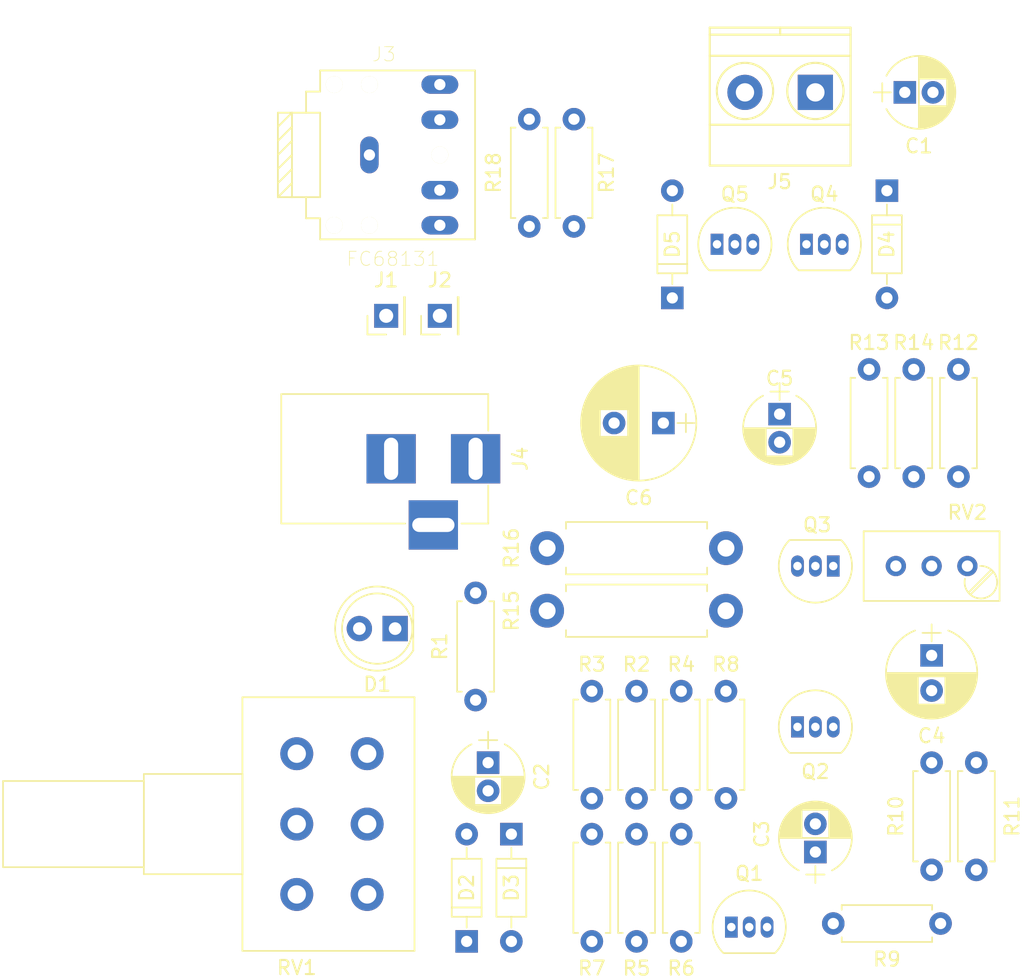
<source format=kicad_pcb>
(kicad_pcb (version 20171130) (host pcbnew 5.0.0-fee4fd1~66~ubuntu18.04.1)

  (general
    (thickness 1.6)
    (drawings 0)
    (tracks 0)
    (zones 0)
    (modules 41)
    (nets 29)
  )

  (page A4)
  (layers
    (0 F.Cu signal)
    (31 B.Cu signal)
    (32 B.Adhes user)
    (33 F.Adhes user)
    (34 B.Paste user)
    (35 F.Paste user)
    (36 B.SilkS user)
    (37 F.SilkS user)
    (38 B.Mask user)
    (39 F.Mask user)
    (40 Dwgs.User user)
    (41 Cmts.User user)
    (42 Eco1.User user)
    (43 Eco2.User user)
    (44 Edge.Cuts user)
    (45 Margin user)
    (46 B.CrtYd user)
    (47 F.CrtYd user)
    (48 B.Fab user)
    (49 F.Fab user)
  )

  (setup
    (last_trace_width 0.25)
    (trace_clearance 0.2)
    (zone_clearance 0.508)
    (zone_45_only no)
    (trace_min 0.2)
    (segment_width 0.2)
    (edge_width 0.15)
    (via_size 0.8)
    (via_drill 0.4)
    (via_min_size 0.4)
    (via_min_drill 0.3)
    (uvia_size 0.3)
    (uvia_drill 0.1)
    (uvias_allowed no)
    (uvia_min_size 0.2)
    (uvia_min_drill 0.1)
    (pcb_text_width 0.3)
    (pcb_text_size 1.5 1.5)
    (mod_edge_width 0.15)
    (mod_text_size 1 1)
    (mod_text_width 0.15)
    (pad_size 4.064 4.064)
    (pad_drill 3.048)
    (pad_to_mask_clearance 0.2)
    (aux_axis_origin 0 0)
    (visible_elements FFFFFF7F)
    (pcbplotparams
      (layerselection 0x010fc_ffffffff)
      (usegerberextensions false)
      (usegerberattributes false)
      (usegerberadvancedattributes false)
      (creategerberjobfile false)
      (excludeedgelayer true)
      (linewidth 0.100000)
      (plotframeref false)
      (viasonmask false)
      (mode 1)
      (useauxorigin false)
      (hpglpennumber 1)
      (hpglpenspeed 20)
      (hpglpendiameter 15.000000)
      (psnegative false)
      (psa4output false)
      (plotreference true)
      (plotvalue true)
      (plotinvisibletext false)
      (padsonsilk false)
      (subtractmaskfromsilk false)
      (outputformat 1)
      (mirror false)
      (drillshape 1)
      (scaleselection 1)
      (outputdirectory ""))
  )

  (net 0 "")
  (net 1 +12V)
  (net 2 GND)
  (net 3 "Net-(C2-Pad2)")
  (net 4 "Net-(C2-Pad1)")
  (net 5 "Net-(C3-Pad1)")
  (net 6 "Net-(C3-Pad2)")
  (net 7 "Net-(C4-Pad1)")
  (net 8 "Net-(C5-Pad2)")
  (net 9 "Net-(C5-Pad1)")
  (net 10 /AUDIO_OUT)
  (net 11 "Net-(D1-Pad1)")
  (net 12 "Net-(D4-Pad1)")
  (net 13 "Net-(D4-Pad2)")
  (net 14 "Net-(D5-Pad1)")
  (net 15 /AUDIO_IN)
  (net 16 "Net-(J3-Pad4)")
  (net 17 "Net-(J3-Pad3)")
  (net 18 "Net-(J3-Pad2)")
  (net 19 "Net-(Q1-Pad3)")
  (net 20 "Net-(Q2-Pad3)")
  (net 21 "Net-(Q3-Pad3)")
  (net 22 "Net-(Q4-Pad3)")
  (net 23 "Net-(Q5-Pad3)")
  (net 24 "Net-(R2-Pad2)")
  (net 25 "Net-(R5-Pad2)")
  (net 26 "Net-(R10-Pad2)")
  (net 27 "Net-(RV2-Pad3)")
  (net 28 "Net-(J3-Pad5)")

  (net_class Default "This is the default net class."
    (clearance 0.2)
    (trace_width 0.25)
    (via_dia 0.8)
    (via_drill 0.4)
    (uvia_dia 0.3)
    (uvia_drill 0.1)
    (add_net +12V)
    (add_net /AUDIO_IN)
    (add_net /AUDIO_OUT)
    (add_net GND)
    (add_net "Net-(C2-Pad1)")
    (add_net "Net-(C2-Pad2)")
    (add_net "Net-(C3-Pad1)")
    (add_net "Net-(C3-Pad2)")
    (add_net "Net-(C4-Pad1)")
    (add_net "Net-(C5-Pad1)")
    (add_net "Net-(C5-Pad2)")
    (add_net "Net-(D1-Pad1)")
    (add_net "Net-(D4-Pad1)")
    (add_net "Net-(D4-Pad2)")
    (add_net "Net-(D5-Pad1)")
    (add_net "Net-(J3-Pad2)")
    (add_net "Net-(J3-Pad3)")
    (add_net "Net-(J3-Pad4)")
    (add_net "Net-(J3-Pad5)")
    (add_net "Net-(Q1-Pad3)")
    (add_net "Net-(Q2-Pad3)")
    (add_net "Net-(Q3-Pad3)")
    (add_net "Net-(Q4-Pad3)")
    (add_net "Net-(Q5-Pad3)")
    (add_net "Net-(R10-Pad2)")
    (add_net "Net-(R2-Pad2)")
    (add_net "Net-(R5-Pad2)")
    (add_net "Net-(RV2-Pad3)")
  )

  (module Capacitors_THT:CP_Radial_D5.0mm_P2.00mm (layer F.Cu) (tedit 597BC7C2) (tstamp 5B745180)
    (at 139.065 66.675)
    (descr "CP, Radial series, Radial, pin pitch=2.00mm, , diameter=5mm, Electrolytic Capacitor")
    (tags "CP Radial series Radial pin pitch 2.00mm  diameter 5mm Electrolytic Capacitor")
    (path /5B72482E)
    (fp_text reference C1 (at 1 3.81) (layer F.SilkS)
      (effects (font (size 1 1) (thickness 0.15)))
    )
    (fp_text value 100uF/16V (at -2.54 0 90) (layer F.Fab)
      (effects (font (size 1 1) (thickness 0.15)))
    )
    (fp_arc (start 1 0) (end -1.30558 -1.18) (angle 125.8) (layer F.SilkS) (width 0.12))
    (fp_arc (start 1 0) (end -1.30558 1.18) (angle -125.8) (layer F.SilkS) (width 0.12))
    (fp_arc (start 1 0) (end 3.30558 -1.18) (angle 54.2) (layer F.SilkS) (width 0.12))
    (fp_circle (center 1 0) (end 3.5 0) (layer F.Fab) (width 0.1))
    (fp_line (start -2.2 0) (end -1 0) (layer F.Fab) (width 0.1))
    (fp_line (start -1.6 -0.65) (end -1.6 0.65) (layer F.Fab) (width 0.1))
    (fp_line (start 1 -2.55) (end 1 2.55) (layer F.SilkS) (width 0.12))
    (fp_line (start 1.04 -2.55) (end 1.04 -0.98) (layer F.SilkS) (width 0.12))
    (fp_line (start 1.04 0.98) (end 1.04 2.55) (layer F.SilkS) (width 0.12))
    (fp_line (start 1.08 -2.549) (end 1.08 -0.98) (layer F.SilkS) (width 0.12))
    (fp_line (start 1.08 0.98) (end 1.08 2.549) (layer F.SilkS) (width 0.12))
    (fp_line (start 1.12 -2.548) (end 1.12 -0.98) (layer F.SilkS) (width 0.12))
    (fp_line (start 1.12 0.98) (end 1.12 2.548) (layer F.SilkS) (width 0.12))
    (fp_line (start 1.16 -2.546) (end 1.16 -0.98) (layer F.SilkS) (width 0.12))
    (fp_line (start 1.16 0.98) (end 1.16 2.546) (layer F.SilkS) (width 0.12))
    (fp_line (start 1.2 -2.543) (end 1.2 -0.98) (layer F.SilkS) (width 0.12))
    (fp_line (start 1.2 0.98) (end 1.2 2.543) (layer F.SilkS) (width 0.12))
    (fp_line (start 1.24 -2.539) (end 1.24 -0.98) (layer F.SilkS) (width 0.12))
    (fp_line (start 1.24 0.98) (end 1.24 2.539) (layer F.SilkS) (width 0.12))
    (fp_line (start 1.28 -2.535) (end 1.28 -0.98) (layer F.SilkS) (width 0.12))
    (fp_line (start 1.28 0.98) (end 1.28 2.535) (layer F.SilkS) (width 0.12))
    (fp_line (start 1.32 -2.531) (end 1.32 -0.98) (layer F.SilkS) (width 0.12))
    (fp_line (start 1.32 0.98) (end 1.32 2.531) (layer F.SilkS) (width 0.12))
    (fp_line (start 1.36 -2.525) (end 1.36 -0.98) (layer F.SilkS) (width 0.12))
    (fp_line (start 1.36 0.98) (end 1.36 2.525) (layer F.SilkS) (width 0.12))
    (fp_line (start 1.4 -2.519) (end 1.4 -0.98) (layer F.SilkS) (width 0.12))
    (fp_line (start 1.4 0.98) (end 1.4 2.519) (layer F.SilkS) (width 0.12))
    (fp_line (start 1.44 -2.513) (end 1.44 -0.98) (layer F.SilkS) (width 0.12))
    (fp_line (start 1.44 0.98) (end 1.44 2.513) (layer F.SilkS) (width 0.12))
    (fp_line (start 1.48 -2.506) (end 1.48 -0.98) (layer F.SilkS) (width 0.12))
    (fp_line (start 1.48 0.98) (end 1.48 2.506) (layer F.SilkS) (width 0.12))
    (fp_line (start 1.52 -2.498) (end 1.52 -0.98) (layer F.SilkS) (width 0.12))
    (fp_line (start 1.52 0.98) (end 1.52 2.498) (layer F.SilkS) (width 0.12))
    (fp_line (start 1.56 -2.489) (end 1.56 -0.98) (layer F.SilkS) (width 0.12))
    (fp_line (start 1.56 0.98) (end 1.56 2.489) (layer F.SilkS) (width 0.12))
    (fp_line (start 1.6 -2.48) (end 1.6 -0.98) (layer F.SilkS) (width 0.12))
    (fp_line (start 1.6 0.98) (end 1.6 2.48) (layer F.SilkS) (width 0.12))
    (fp_line (start 1.64 -2.47) (end 1.64 -0.98) (layer F.SilkS) (width 0.12))
    (fp_line (start 1.64 0.98) (end 1.64 2.47) (layer F.SilkS) (width 0.12))
    (fp_line (start 1.68 -2.46) (end 1.68 -0.98) (layer F.SilkS) (width 0.12))
    (fp_line (start 1.68 0.98) (end 1.68 2.46) (layer F.SilkS) (width 0.12))
    (fp_line (start 1.721 -2.448) (end 1.721 -0.98) (layer F.SilkS) (width 0.12))
    (fp_line (start 1.721 0.98) (end 1.721 2.448) (layer F.SilkS) (width 0.12))
    (fp_line (start 1.761 -2.436) (end 1.761 -0.98) (layer F.SilkS) (width 0.12))
    (fp_line (start 1.761 0.98) (end 1.761 2.436) (layer F.SilkS) (width 0.12))
    (fp_line (start 1.801 -2.424) (end 1.801 -0.98) (layer F.SilkS) (width 0.12))
    (fp_line (start 1.801 0.98) (end 1.801 2.424) (layer F.SilkS) (width 0.12))
    (fp_line (start 1.841 -2.41) (end 1.841 -0.98) (layer F.SilkS) (width 0.12))
    (fp_line (start 1.841 0.98) (end 1.841 2.41) (layer F.SilkS) (width 0.12))
    (fp_line (start 1.881 -2.396) (end 1.881 -0.98) (layer F.SilkS) (width 0.12))
    (fp_line (start 1.881 0.98) (end 1.881 2.396) (layer F.SilkS) (width 0.12))
    (fp_line (start 1.921 -2.382) (end 1.921 -0.98) (layer F.SilkS) (width 0.12))
    (fp_line (start 1.921 0.98) (end 1.921 2.382) (layer F.SilkS) (width 0.12))
    (fp_line (start 1.961 -2.366) (end 1.961 -0.98) (layer F.SilkS) (width 0.12))
    (fp_line (start 1.961 0.98) (end 1.961 2.366) (layer F.SilkS) (width 0.12))
    (fp_line (start 2.001 -2.35) (end 2.001 -0.98) (layer F.SilkS) (width 0.12))
    (fp_line (start 2.001 0.98) (end 2.001 2.35) (layer F.SilkS) (width 0.12))
    (fp_line (start 2.041 -2.333) (end 2.041 -0.98) (layer F.SilkS) (width 0.12))
    (fp_line (start 2.041 0.98) (end 2.041 2.333) (layer F.SilkS) (width 0.12))
    (fp_line (start 2.081 -2.315) (end 2.081 -0.98) (layer F.SilkS) (width 0.12))
    (fp_line (start 2.081 0.98) (end 2.081 2.315) (layer F.SilkS) (width 0.12))
    (fp_line (start 2.121 -2.296) (end 2.121 -0.98) (layer F.SilkS) (width 0.12))
    (fp_line (start 2.121 0.98) (end 2.121 2.296) (layer F.SilkS) (width 0.12))
    (fp_line (start 2.161 -2.276) (end 2.161 -0.98) (layer F.SilkS) (width 0.12))
    (fp_line (start 2.161 0.98) (end 2.161 2.276) (layer F.SilkS) (width 0.12))
    (fp_line (start 2.201 -2.256) (end 2.201 -0.98) (layer F.SilkS) (width 0.12))
    (fp_line (start 2.201 0.98) (end 2.201 2.256) (layer F.SilkS) (width 0.12))
    (fp_line (start 2.241 -2.234) (end 2.241 -0.98) (layer F.SilkS) (width 0.12))
    (fp_line (start 2.241 0.98) (end 2.241 2.234) (layer F.SilkS) (width 0.12))
    (fp_line (start 2.281 -2.212) (end 2.281 -0.98) (layer F.SilkS) (width 0.12))
    (fp_line (start 2.281 0.98) (end 2.281 2.212) (layer F.SilkS) (width 0.12))
    (fp_line (start 2.321 -2.189) (end 2.321 -0.98) (layer F.SilkS) (width 0.12))
    (fp_line (start 2.321 0.98) (end 2.321 2.189) (layer F.SilkS) (width 0.12))
    (fp_line (start 2.361 -2.165) (end 2.361 -0.98) (layer F.SilkS) (width 0.12))
    (fp_line (start 2.361 0.98) (end 2.361 2.165) (layer F.SilkS) (width 0.12))
    (fp_line (start 2.401 -2.14) (end 2.401 -0.98) (layer F.SilkS) (width 0.12))
    (fp_line (start 2.401 0.98) (end 2.401 2.14) (layer F.SilkS) (width 0.12))
    (fp_line (start 2.441 -2.113) (end 2.441 -0.98) (layer F.SilkS) (width 0.12))
    (fp_line (start 2.441 0.98) (end 2.441 2.113) (layer F.SilkS) (width 0.12))
    (fp_line (start 2.481 -2.086) (end 2.481 -0.98) (layer F.SilkS) (width 0.12))
    (fp_line (start 2.481 0.98) (end 2.481 2.086) (layer F.SilkS) (width 0.12))
    (fp_line (start 2.521 -2.058) (end 2.521 -0.98) (layer F.SilkS) (width 0.12))
    (fp_line (start 2.521 0.98) (end 2.521 2.058) (layer F.SilkS) (width 0.12))
    (fp_line (start 2.561 -2.028) (end 2.561 -0.98) (layer F.SilkS) (width 0.12))
    (fp_line (start 2.561 0.98) (end 2.561 2.028) (layer F.SilkS) (width 0.12))
    (fp_line (start 2.601 -1.997) (end 2.601 -0.98) (layer F.SilkS) (width 0.12))
    (fp_line (start 2.601 0.98) (end 2.601 1.997) (layer F.SilkS) (width 0.12))
    (fp_line (start 2.641 -1.965) (end 2.641 -0.98) (layer F.SilkS) (width 0.12))
    (fp_line (start 2.641 0.98) (end 2.641 1.965) (layer F.SilkS) (width 0.12))
    (fp_line (start 2.681 -1.932) (end 2.681 -0.98) (layer F.SilkS) (width 0.12))
    (fp_line (start 2.681 0.98) (end 2.681 1.932) (layer F.SilkS) (width 0.12))
    (fp_line (start 2.721 -1.897) (end 2.721 -0.98) (layer F.SilkS) (width 0.12))
    (fp_line (start 2.721 0.98) (end 2.721 1.897) (layer F.SilkS) (width 0.12))
    (fp_line (start 2.761 -1.861) (end 2.761 -0.98) (layer F.SilkS) (width 0.12))
    (fp_line (start 2.761 0.98) (end 2.761 1.861) (layer F.SilkS) (width 0.12))
    (fp_line (start 2.801 -1.823) (end 2.801 -0.98) (layer F.SilkS) (width 0.12))
    (fp_line (start 2.801 0.98) (end 2.801 1.823) (layer F.SilkS) (width 0.12))
    (fp_line (start 2.841 -1.783) (end 2.841 -0.98) (layer F.SilkS) (width 0.12))
    (fp_line (start 2.841 0.98) (end 2.841 1.783) (layer F.SilkS) (width 0.12))
    (fp_line (start 2.881 -1.742) (end 2.881 -0.98) (layer F.SilkS) (width 0.12))
    (fp_line (start 2.881 0.98) (end 2.881 1.742) (layer F.SilkS) (width 0.12))
    (fp_line (start 2.921 -1.699) (end 2.921 -0.98) (layer F.SilkS) (width 0.12))
    (fp_line (start 2.921 0.98) (end 2.921 1.699) (layer F.SilkS) (width 0.12))
    (fp_line (start 2.961 -1.654) (end 2.961 -0.98) (layer F.SilkS) (width 0.12))
    (fp_line (start 2.961 0.98) (end 2.961 1.654) (layer F.SilkS) (width 0.12))
    (fp_line (start 3.001 -1.606) (end 3.001 1.606) (layer F.SilkS) (width 0.12))
    (fp_line (start 3.041 -1.556) (end 3.041 1.556) (layer F.SilkS) (width 0.12))
    (fp_line (start 3.081 -1.504) (end 3.081 1.504) (layer F.SilkS) (width 0.12))
    (fp_line (start 3.121 -1.448) (end 3.121 1.448) (layer F.SilkS) (width 0.12))
    (fp_line (start 3.161 -1.39) (end 3.161 1.39) (layer F.SilkS) (width 0.12))
    (fp_line (start 3.201 -1.327) (end 3.201 1.327) (layer F.SilkS) (width 0.12))
    (fp_line (start 3.241 -1.261) (end 3.241 1.261) (layer F.SilkS) (width 0.12))
    (fp_line (start 3.281 -1.189) (end 3.281 1.189) (layer F.SilkS) (width 0.12))
    (fp_line (start 3.321 -1.112) (end 3.321 1.112) (layer F.SilkS) (width 0.12))
    (fp_line (start 3.361 -1.028) (end 3.361 1.028) (layer F.SilkS) (width 0.12))
    (fp_line (start 3.401 -0.934) (end 3.401 0.934) (layer F.SilkS) (width 0.12))
    (fp_line (start 3.441 -0.829) (end 3.441 0.829) (layer F.SilkS) (width 0.12))
    (fp_line (start 3.481 -0.707) (end 3.481 0.707) (layer F.SilkS) (width 0.12))
    (fp_line (start 3.521 -0.559) (end 3.521 0.559) (layer F.SilkS) (width 0.12))
    (fp_line (start 3.561 -0.354) (end 3.561 0.354) (layer F.SilkS) (width 0.12))
    (fp_line (start -2.2 0) (end -1 0) (layer F.SilkS) (width 0.12))
    (fp_line (start -1.6 -0.65) (end -1.6 0.65) (layer F.SilkS) (width 0.12))
    (fp_line (start -1.85 -2.85) (end -1.85 2.85) (layer F.CrtYd) (width 0.05))
    (fp_line (start -1.85 2.85) (end 3.85 2.85) (layer F.CrtYd) (width 0.05))
    (fp_line (start 3.85 2.85) (end 3.85 -2.85) (layer F.CrtYd) (width 0.05))
    (fp_line (start 3.85 -2.85) (end -1.85 -2.85) (layer F.CrtYd) (width 0.05))
    (fp_text user %R (at 1 0) (layer F.Fab)
      (effects (font (size 1 1) (thickness 0.15)))
    )
    (pad 1 thru_hole rect (at 0 0) (size 1.6 1.6) (drill 0.8) (layers *.Cu *.Mask)
      (net 1 +12V))
    (pad 2 thru_hole circle (at 2 0) (size 1.6 1.6) (drill 0.8) (layers *.Cu *.Mask)
      (net 2 GND))
    (model ${KISYS3DMOD}/Capacitors_THT.3dshapes/CP_Radial_D5.0mm_P2.00mm.wrl
      (at (xyz 0 0 0))
      (scale (xyz 1 1 1))
      (rotate (xyz 0 0 0))
    )
  )

  (module Capacitors_THT:CP_Radial_D5.0mm_P2.00mm (layer F.Cu) (tedit 597BC7C2) (tstamp 5B73EE5A)
    (at 109.474 114.3 270)
    (descr "CP, Radial series, Radial, pin pitch=2.00mm, , diameter=5mm, Electrolytic Capacitor")
    (tags "CP Radial series Radial pin pitch 2.00mm  diameter 5mm Electrolytic Capacitor")
    (path /5B6D7573)
    (fp_text reference C2 (at 1 -3.81 270) (layer F.SilkS)
      (effects (font (size 1 1) (thickness 0.15)))
    )
    (fp_text value 47uF/16V (at 1 3.81 270) (layer F.Fab)
      (effects (font (size 1 1) (thickness 0.15)))
    )
    (fp_text user %R (at 1 0 270) (layer F.Fab)
      (effects (font (size 1 1) (thickness 0.15)))
    )
    (fp_line (start 3.85 -2.85) (end -1.85 -2.85) (layer F.CrtYd) (width 0.05))
    (fp_line (start 3.85 2.85) (end 3.85 -2.85) (layer F.CrtYd) (width 0.05))
    (fp_line (start -1.85 2.85) (end 3.85 2.85) (layer F.CrtYd) (width 0.05))
    (fp_line (start -1.85 -2.85) (end -1.85 2.85) (layer F.CrtYd) (width 0.05))
    (fp_line (start -1.6 -0.65) (end -1.6 0.65) (layer F.SilkS) (width 0.12))
    (fp_line (start -2.2 0) (end -1 0) (layer F.SilkS) (width 0.12))
    (fp_line (start 3.561 -0.354) (end 3.561 0.354) (layer F.SilkS) (width 0.12))
    (fp_line (start 3.521 -0.559) (end 3.521 0.559) (layer F.SilkS) (width 0.12))
    (fp_line (start 3.481 -0.707) (end 3.481 0.707) (layer F.SilkS) (width 0.12))
    (fp_line (start 3.441 -0.829) (end 3.441 0.829) (layer F.SilkS) (width 0.12))
    (fp_line (start 3.401 -0.934) (end 3.401 0.934) (layer F.SilkS) (width 0.12))
    (fp_line (start 3.361 -1.028) (end 3.361 1.028) (layer F.SilkS) (width 0.12))
    (fp_line (start 3.321 -1.112) (end 3.321 1.112) (layer F.SilkS) (width 0.12))
    (fp_line (start 3.281 -1.189) (end 3.281 1.189) (layer F.SilkS) (width 0.12))
    (fp_line (start 3.241 -1.261) (end 3.241 1.261) (layer F.SilkS) (width 0.12))
    (fp_line (start 3.201 -1.327) (end 3.201 1.327) (layer F.SilkS) (width 0.12))
    (fp_line (start 3.161 -1.39) (end 3.161 1.39) (layer F.SilkS) (width 0.12))
    (fp_line (start 3.121 -1.448) (end 3.121 1.448) (layer F.SilkS) (width 0.12))
    (fp_line (start 3.081 -1.504) (end 3.081 1.504) (layer F.SilkS) (width 0.12))
    (fp_line (start 3.041 -1.556) (end 3.041 1.556) (layer F.SilkS) (width 0.12))
    (fp_line (start 3.001 -1.606) (end 3.001 1.606) (layer F.SilkS) (width 0.12))
    (fp_line (start 2.961 0.98) (end 2.961 1.654) (layer F.SilkS) (width 0.12))
    (fp_line (start 2.961 -1.654) (end 2.961 -0.98) (layer F.SilkS) (width 0.12))
    (fp_line (start 2.921 0.98) (end 2.921 1.699) (layer F.SilkS) (width 0.12))
    (fp_line (start 2.921 -1.699) (end 2.921 -0.98) (layer F.SilkS) (width 0.12))
    (fp_line (start 2.881 0.98) (end 2.881 1.742) (layer F.SilkS) (width 0.12))
    (fp_line (start 2.881 -1.742) (end 2.881 -0.98) (layer F.SilkS) (width 0.12))
    (fp_line (start 2.841 0.98) (end 2.841 1.783) (layer F.SilkS) (width 0.12))
    (fp_line (start 2.841 -1.783) (end 2.841 -0.98) (layer F.SilkS) (width 0.12))
    (fp_line (start 2.801 0.98) (end 2.801 1.823) (layer F.SilkS) (width 0.12))
    (fp_line (start 2.801 -1.823) (end 2.801 -0.98) (layer F.SilkS) (width 0.12))
    (fp_line (start 2.761 0.98) (end 2.761 1.861) (layer F.SilkS) (width 0.12))
    (fp_line (start 2.761 -1.861) (end 2.761 -0.98) (layer F.SilkS) (width 0.12))
    (fp_line (start 2.721 0.98) (end 2.721 1.897) (layer F.SilkS) (width 0.12))
    (fp_line (start 2.721 -1.897) (end 2.721 -0.98) (layer F.SilkS) (width 0.12))
    (fp_line (start 2.681 0.98) (end 2.681 1.932) (layer F.SilkS) (width 0.12))
    (fp_line (start 2.681 -1.932) (end 2.681 -0.98) (layer F.SilkS) (width 0.12))
    (fp_line (start 2.641 0.98) (end 2.641 1.965) (layer F.SilkS) (width 0.12))
    (fp_line (start 2.641 -1.965) (end 2.641 -0.98) (layer F.SilkS) (width 0.12))
    (fp_line (start 2.601 0.98) (end 2.601 1.997) (layer F.SilkS) (width 0.12))
    (fp_line (start 2.601 -1.997) (end 2.601 -0.98) (layer F.SilkS) (width 0.12))
    (fp_line (start 2.561 0.98) (end 2.561 2.028) (layer F.SilkS) (width 0.12))
    (fp_line (start 2.561 -2.028) (end 2.561 -0.98) (layer F.SilkS) (width 0.12))
    (fp_line (start 2.521 0.98) (end 2.521 2.058) (layer F.SilkS) (width 0.12))
    (fp_line (start 2.521 -2.058) (end 2.521 -0.98) (layer F.SilkS) (width 0.12))
    (fp_line (start 2.481 0.98) (end 2.481 2.086) (layer F.SilkS) (width 0.12))
    (fp_line (start 2.481 -2.086) (end 2.481 -0.98) (layer F.SilkS) (width 0.12))
    (fp_line (start 2.441 0.98) (end 2.441 2.113) (layer F.SilkS) (width 0.12))
    (fp_line (start 2.441 -2.113) (end 2.441 -0.98) (layer F.SilkS) (width 0.12))
    (fp_line (start 2.401 0.98) (end 2.401 2.14) (layer F.SilkS) (width 0.12))
    (fp_line (start 2.401 -2.14) (end 2.401 -0.98) (layer F.SilkS) (width 0.12))
    (fp_line (start 2.361 0.98) (end 2.361 2.165) (layer F.SilkS) (width 0.12))
    (fp_line (start 2.361 -2.165) (end 2.361 -0.98) (layer F.SilkS) (width 0.12))
    (fp_line (start 2.321 0.98) (end 2.321 2.189) (layer F.SilkS) (width 0.12))
    (fp_line (start 2.321 -2.189) (end 2.321 -0.98) (layer F.SilkS) (width 0.12))
    (fp_line (start 2.281 0.98) (end 2.281 2.212) (layer F.SilkS) (width 0.12))
    (fp_line (start 2.281 -2.212) (end 2.281 -0.98) (layer F.SilkS) (width 0.12))
    (fp_line (start 2.241 0.98) (end 2.241 2.234) (layer F.SilkS) (width 0.12))
    (fp_line (start 2.241 -2.234) (end 2.241 -0.98) (layer F.SilkS) (width 0.12))
    (fp_line (start 2.201 0.98) (end 2.201 2.256) (layer F.SilkS) (width 0.12))
    (fp_line (start 2.201 -2.256) (end 2.201 -0.98) (layer F.SilkS) (width 0.12))
    (fp_line (start 2.161 0.98) (end 2.161 2.276) (layer F.SilkS) (width 0.12))
    (fp_line (start 2.161 -2.276) (end 2.161 -0.98) (layer F.SilkS) (width 0.12))
    (fp_line (start 2.121 0.98) (end 2.121 2.296) (layer F.SilkS) (width 0.12))
    (fp_line (start 2.121 -2.296) (end 2.121 -0.98) (layer F.SilkS) (width 0.12))
    (fp_line (start 2.081 0.98) (end 2.081 2.315) (layer F.SilkS) (width 0.12))
    (fp_line (start 2.081 -2.315) (end 2.081 -0.98) (layer F.SilkS) (width 0.12))
    (fp_line (start 2.041 0.98) (end 2.041 2.333) (layer F.SilkS) (width 0.12))
    (fp_line (start 2.041 -2.333) (end 2.041 -0.98) (layer F.SilkS) (width 0.12))
    (fp_line (start 2.001 0.98) (end 2.001 2.35) (layer F.SilkS) (width 0.12))
    (fp_line (start 2.001 -2.35) (end 2.001 -0.98) (layer F.SilkS) (width 0.12))
    (fp_line (start 1.961 0.98) (end 1.961 2.366) (layer F.SilkS) (width 0.12))
    (fp_line (start 1.961 -2.366) (end 1.961 -0.98) (layer F.SilkS) (width 0.12))
    (fp_line (start 1.921 0.98) (end 1.921 2.382) (layer F.SilkS) (width 0.12))
    (fp_line (start 1.921 -2.382) (end 1.921 -0.98) (layer F.SilkS) (width 0.12))
    (fp_line (start 1.881 0.98) (end 1.881 2.396) (layer F.SilkS) (width 0.12))
    (fp_line (start 1.881 -2.396) (end 1.881 -0.98) (layer F.SilkS) (width 0.12))
    (fp_line (start 1.841 0.98) (end 1.841 2.41) (layer F.SilkS) (width 0.12))
    (fp_line (start 1.841 -2.41) (end 1.841 -0.98) (layer F.SilkS) (width 0.12))
    (fp_line (start 1.801 0.98) (end 1.801 2.424) (layer F.SilkS) (width 0.12))
    (fp_line (start 1.801 -2.424) (end 1.801 -0.98) (layer F.SilkS) (width 0.12))
    (fp_line (start 1.761 0.98) (end 1.761 2.436) (layer F.SilkS) (width 0.12))
    (fp_line (start 1.761 -2.436) (end 1.761 -0.98) (layer F.SilkS) (width 0.12))
    (fp_line (start 1.721 0.98) (end 1.721 2.448) (layer F.SilkS) (width 0.12))
    (fp_line (start 1.721 -2.448) (end 1.721 -0.98) (layer F.SilkS) (width 0.12))
    (fp_line (start 1.68 0.98) (end 1.68 2.46) (layer F.SilkS) (width 0.12))
    (fp_line (start 1.68 -2.46) (end 1.68 -0.98) (layer F.SilkS) (width 0.12))
    (fp_line (start 1.64 0.98) (end 1.64 2.47) (layer F.SilkS) (width 0.12))
    (fp_line (start 1.64 -2.47) (end 1.64 -0.98) (layer F.SilkS) (width 0.12))
    (fp_line (start 1.6 0.98) (end 1.6 2.48) (layer F.SilkS) (width 0.12))
    (fp_line (start 1.6 -2.48) (end 1.6 -0.98) (layer F.SilkS) (width 0.12))
    (fp_line (start 1.56 0.98) (end 1.56 2.489) (layer F.SilkS) (width 0.12))
    (fp_line (start 1.56 -2.489) (end 1.56 -0.98) (layer F.SilkS) (width 0.12))
    (fp_line (start 1.52 0.98) (end 1.52 2.498) (layer F.SilkS) (width 0.12))
    (fp_line (start 1.52 -2.498) (end 1.52 -0.98) (layer F.SilkS) (width 0.12))
    (fp_line (start 1.48 0.98) (end 1.48 2.506) (layer F.SilkS) (width 0.12))
    (fp_line (start 1.48 -2.506) (end 1.48 -0.98) (layer F.SilkS) (width 0.12))
    (fp_line (start 1.44 0.98) (end 1.44 2.513) (layer F.SilkS) (width 0.12))
    (fp_line (start 1.44 -2.513) (end 1.44 -0.98) (layer F.SilkS) (width 0.12))
    (fp_line (start 1.4 0.98) (end 1.4 2.519) (layer F.SilkS) (width 0.12))
    (fp_line (start 1.4 -2.519) (end 1.4 -0.98) (layer F.SilkS) (width 0.12))
    (fp_line (start 1.36 0.98) (end 1.36 2.525) (layer F.SilkS) (width 0.12))
    (fp_line (start 1.36 -2.525) (end 1.36 -0.98) (layer F.SilkS) (width 0.12))
    (fp_line (start 1.32 0.98) (end 1.32 2.531) (layer F.SilkS) (width 0.12))
    (fp_line (start 1.32 -2.531) (end 1.32 -0.98) (layer F.SilkS) (width 0.12))
    (fp_line (start 1.28 0.98) (end 1.28 2.535) (layer F.SilkS) (width 0.12))
    (fp_line (start 1.28 -2.535) (end 1.28 -0.98) (layer F.SilkS) (width 0.12))
    (fp_line (start 1.24 0.98) (end 1.24 2.539) (layer F.SilkS) (width 0.12))
    (fp_line (start 1.24 -2.539) (end 1.24 -0.98) (layer F.SilkS) (width 0.12))
    (fp_line (start 1.2 0.98) (end 1.2 2.543) (layer F.SilkS) (width 0.12))
    (fp_line (start 1.2 -2.543) (end 1.2 -0.98) (layer F.SilkS) (width 0.12))
    (fp_line (start 1.16 0.98) (end 1.16 2.546) (layer F.SilkS) (width 0.12))
    (fp_line (start 1.16 -2.546) (end 1.16 -0.98) (layer F.SilkS) (width 0.12))
    (fp_line (start 1.12 0.98) (end 1.12 2.548) (layer F.SilkS) (width 0.12))
    (fp_line (start 1.12 -2.548) (end 1.12 -0.98) (layer F.SilkS) (width 0.12))
    (fp_line (start 1.08 0.98) (end 1.08 2.549) (layer F.SilkS) (width 0.12))
    (fp_line (start 1.08 -2.549) (end 1.08 -0.98) (layer F.SilkS) (width 0.12))
    (fp_line (start 1.04 0.98) (end 1.04 2.55) (layer F.SilkS) (width 0.12))
    (fp_line (start 1.04 -2.55) (end 1.04 -0.98) (layer F.SilkS) (width 0.12))
    (fp_line (start 1 -2.55) (end 1 2.55) (layer F.SilkS) (width 0.12))
    (fp_line (start -1.6 -0.65) (end -1.6 0.65) (layer F.Fab) (width 0.1))
    (fp_line (start -2.2 0) (end -1 0) (layer F.Fab) (width 0.1))
    (fp_circle (center 1 0) (end 3.5 0) (layer F.Fab) (width 0.1))
    (fp_arc (start 1 0) (end 3.30558 -1.18) (angle 54.2) (layer F.SilkS) (width 0.12))
    (fp_arc (start 1 0) (end -1.30558 1.18) (angle -125.8) (layer F.SilkS) (width 0.12))
    (fp_arc (start 1 0) (end -1.30558 -1.18) (angle 125.8) (layer F.SilkS) (width 0.12))
    (pad 2 thru_hole circle (at 2 0 270) (size 1.6 1.6) (drill 0.8) (layers *.Cu *.Mask)
      (net 3 "Net-(C2-Pad2)"))
    (pad 1 thru_hole rect (at 0 0 270) (size 1.6 1.6) (drill 0.8) (layers *.Cu *.Mask)
      (net 4 "Net-(C2-Pad1)"))
    (model ${KISYS3DMOD}/Capacitors_THT.3dshapes/CP_Radial_D5.0mm_P2.00mm.wrl
      (at (xyz 0 0 0))
      (scale (xyz 1 1 1))
      (rotate (xyz 0 0 0))
    )
  )

  (module Capacitors_THT:CP_Radial_D5.0mm_P2.00mm (layer F.Cu) (tedit 597BC7C2) (tstamp 5B7362C1)
    (at 132.715 120.65 90)
    (descr "CP, Radial series, Radial, pin pitch=2.00mm, , diameter=5mm, Electrolytic Capacitor")
    (tags "CP Radial series Radial pin pitch 2.00mm  diameter 5mm Electrolytic Capacitor")
    (path /5B6C29DB)
    (fp_text reference C3 (at 1.27 -3.81 90) (layer F.SilkS)
      (effects (font (size 1 1) (thickness 0.15)))
    )
    (fp_text value 10uF/16V (at 1.27 3.81 90) (layer F.Fab)
      (effects (font (size 1 1) (thickness 0.15)))
    )
    (fp_arc (start 1 0) (end -1.30558 -1.18) (angle 125.8) (layer F.SilkS) (width 0.12))
    (fp_arc (start 1 0) (end -1.30558 1.18) (angle -125.8) (layer F.SilkS) (width 0.12))
    (fp_arc (start 1 0) (end 3.30558 -1.18) (angle 54.2) (layer F.SilkS) (width 0.12))
    (fp_circle (center 1 0) (end 3.5 0) (layer F.Fab) (width 0.1))
    (fp_line (start -2.2 0) (end -1 0) (layer F.Fab) (width 0.1))
    (fp_line (start -1.6 -0.65) (end -1.6 0.65) (layer F.Fab) (width 0.1))
    (fp_line (start 1 -2.55) (end 1 2.55) (layer F.SilkS) (width 0.12))
    (fp_line (start 1.04 -2.55) (end 1.04 -0.98) (layer F.SilkS) (width 0.12))
    (fp_line (start 1.04 0.98) (end 1.04 2.55) (layer F.SilkS) (width 0.12))
    (fp_line (start 1.08 -2.549) (end 1.08 -0.98) (layer F.SilkS) (width 0.12))
    (fp_line (start 1.08 0.98) (end 1.08 2.549) (layer F.SilkS) (width 0.12))
    (fp_line (start 1.12 -2.548) (end 1.12 -0.98) (layer F.SilkS) (width 0.12))
    (fp_line (start 1.12 0.98) (end 1.12 2.548) (layer F.SilkS) (width 0.12))
    (fp_line (start 1.16 -2.546) (end 1.16 -0.98) (layer F.SilkS) (width 0.12))
    (fp_line (start 1.16 0.98) (end 1.16 2.546) (layer F.SilkS) (width 0.12))
    (fp_line (start 1.2 -2.543) (end 1.2 -0.98) (layer F.SilkS) (width 0.12))
    (fp_line (start 1.2 0.98) (end 1.2 2.543) (layer F.SilkS) (width 0.12))
    (fp_line (start 1.24 -2.539) (end 1.24 -0.98) (layer F.SilkS) (width 0.12))
    (fp_line (start 1.24 0.98) (end 1.24 2.539) (layer F.SilkS) (width 0.12))
    (fp_line (start 1.28 -2.535) (end 1.28 -0.98) (layer F.SilkS) (width 0.12))
    (fp_line (start 1.28 0.98) (end 1.28 2.535) (layer F.SilkS) (width 0.12))
    (fp_line (start 1.32 -2.531) (end 1.32 -0.98) (layer F.SilkS) (width 0.12))
    (fp_line (start 1.32 0.98) (end 1.32 2.531) (layer F.SilkS) (width 0.12))
    (fp_line (start 1.36 -2.525) (end 1.36 -0.98) (layer F.SilkS) (width 0.12))
    (fp_line (start 1.36 0.98) (end 1.36 2.525) (layer F.SilkS) (width 0.12))
    (fp_line (start 1.4 -2.519) (end 1.4 -0.98) (layer F.SilkS) (width 0.12))
    (fp_line (start 1.4 0.98) (end 1.4 2.519) (layer F.SilkS) (width 0.12))
    (fp_line (start 1.44 -2.513) (end 1.44 -0.98) (layer F.SilkS) (width 0.12))
    (fp_line (start 1.44 0.98) (end 1.44 2.513) (layer F.SilkS) (width 0.12))
    (fp_line (start 1.48 -2.506) (end 1.48 -0.98) (layer F.SilkS) (width 0.12))
    (fp_line (start 1.48 0.98) (end 1.48 2.506) (layer F.SilkS) (width 0.12))
    (fp_line (start 1.52 -2.498) (end 1.52 -0.98) (layer F.SilkS) (width 0.12))
    (fp_line (start 1.52 0.98) (end 1.52 2.498) (layer F.SilkS) (width 0.12))
    (fp_line (start 1.56 -2.489) (end 1.56 -0.98) (layer F.SilkS) (width 0.12))
    (fp_line (start 1.56 0.98) (end 1.56 2.489) (layer F.SilkS) (width 0.12))
    (fp_line (start 1.6 -2.48) (end 1.6 -0.98) (layer F.SilkS) (width 0.12))
    (fp_line (start 1.6 0.98) (end 1.6 2.48) (layer F.SilkS) (width 0.12))
    (fp_line (start 1.64 -2.47) (end 1.64 -0.98) (layer F.SilkS) (width 0.12))
    (fp_line (start 1.64 0.98) (end 1.64 2.47) (layer F.SilkS) (width 0.12))
    (fp_line (start 1.68 -2.46) (end 1.68 -0.98) (layer F.SilkS) (width 0.12))
    (fp_line (start 1.68 0.98) (end 1.68 2.46) (layer F.SilkS) (width 0.12))
    (fp_line (start 1.721 -2.448) (end 1.721 -0.98) (layer F.SilkS) (width 0.12))
    (fp_line (start 1.721 0.98) (end 1.721 2.448) (layer F.SilkS) (width 0.12))
    (fp_line (start 1.761 -2.436) (end 1.761 -0.98) (layer F.SilkS) (width 0.12))
    (fp_line (start 1.761 0.98) (end 1.761 2.436) (layer F.SilkS) (width 0.12))
    (fp_line (start 1.801 -2.424) (end 1.801 -0.98) (layer F.SilkS) (width 0.12))
    (fp_line (start 1.801 0.98) (end 1.801 2.424) (layer F.SilkS) (width 0.12))
    (fp_line (start 1.841 -2.41) (end 1.841 -0.98) (layer F.SilkS) (width 0.12))
    (fp_line (start 1.841 0.98) (end 1.841 2.41) (layer F.SilkS) (width 0.12))
    (fp_line (start 1.881 -2.396) (end 1.881 -0.98) (layer F.SilkS) (width 0.12))
    (fp_line (start 1.881 0.98) (end 1.881 2.396) (layer F.SilkS) (width 0.12))
    (fp_line (start 1.921 -2.382) (end 1.921 -0.98) (layer F.SilkS) (width 0.12))
    (fp_line (start 1.921 0.98) (end 1.921 2.382) (layer F.SilkS) (width 0.12))
    (fp_line (start 1.961 -2.366) (end 1.961 -0.98) (layer F.SilkS) (width 0.12))
    (fp_line (start 1.961 0.98) (end 1.961 2.366) (layer F.SilkS) (width 0.12))
    (fp_line (start 2.001 -2.35) (end 2.001 -0.98) (layer F.SilkS) (width 0.12))
    (fp_line (start 2.001 0.98) (end 2.001 2.35) (layer F.SilkS) (width 0.12))
    (fp_line (start 2.041 -2.333) (end 2.041 -0.98) (layer F.SilkS) (width 0.12))
    (fp_line (start 2.041 0.98) (end 2.041 2.333) (layer F.SilkS) (width 0.12))
    (fp_line (start 2.081 -2.315) (end 2.081 -0.98) (layer F.SilkS) (width 0.12))
    (fp_line (start 2.081 0.98) (end 2.081 2.315) (layer F.SilkS) (width 0.12))
    (fp_line (start 2.121 -2.296) (end 2.121 -0.98) (layer F.SilkS) (width 0.12))
    (fp_line (start 2.121 0.98) (end 2.121 2.296) (layer F.SilkS) (width 0.12))
    (fp_line (start 2.161 -2.276) (end 2.161 -0.98) (layer F.SilkS) (width 0.12))
    (fp_line (start 2.161 0.98) (end 2.161 2.276) (layer F.SilkS) (width 0.12))
    (fp_line (start 2.201 -2.256) (end 2.201 -0.98) (layer F.SilkS) (width 0.12))
    (fp_line (start 2.201 0.98) (end 2.201 2.256) (layer F.SilkS) (width 0.12))
    (fp_line (start 2.241 -2.234) (end 2.241 -0.98) (layer F.SilkS) (width 0.12))
    (fp_line (start 2.241 0.98) (end 2.241 2.234) (layer F.SilkS) (width 0.12))
    (fp_line (start 2.281 -2.212) (end 2.281 -0.98) (layer F.SilkS) (width 0.12))
    (fp_line (start 2.281 0.98) (end 2.281 2.212) (layer F.SilkS) (width 0.12))
    (fp_line (start 2.321 -2.189) (end 2.321 -0.98) (layer F.SilkS) (width 0.12))
    (fp_line (start 2.321 0.98) (end 2.321 2.189) (layer F.SilkS) (width 0.12))
    (fp_line (start 2.361 -2.165) (end 2.361 -0.98) (layer F.SilkS) (width 0.12))
    (fp_line (start 2.361 0.98) (end 2.361 2.165) (layer F.SilkS) (width 0.12))
    (fp_line (start 2.401 -2.14) (end 2.401 -0.98) (layer F.SilkS) (width 0.12))
    (fp_line (start 2.401 0.98) (end 2.401 2.14) (layer F.SilkS) (width 0.12))
    (fp_line (start 2.441 -2.113) (end 2.441 -0.98) (layer F.SilkS) (width 0.12))
    (fp_line (start 2.441 0.98) (end 2.441 2.113) (layer F.SilkS) (width 0.12))
    (fp_line (start 2.481 -2.086) (end 2.481 -0.98) (layer F.SilkS) (width 0.12))
    (fp_line (start 2.481 0.98) (end 2.481 2.086) (layer F.SilkS) (width 0.12))
    (fp_line (start 2.521 -2.058) (end 2.521 -0.98) (layer F.SilkS) (width 0.12))
    (fp_line (start 2.521 0.98) (end 2.521 2.058) (layer F.SilkS) (width 0.12))
    (fp_line (start 2.561 -2.028) (end 2.561 -0.98) (layer F.SilkS) (width 0.12))
    (fp_line (start 2.561 0.98) (end 2.561 2.028) (layer F.SilkS) (width 0.12))
    (fp_line (start 2.601 -1.997) (end 2.601 -0.98) (layer F.SilkS) (width 0.12))
    (fp_line (start 2.601 0.98) (end 2.601 1.997) (layer F.SilkS) (width 0.12))
    (fp_line (start 2.641 -1.965) (end 2.641 -0.98) (layer F.SilkS) (width 0.12))
    (fp_line (start 2.641 0.98) (end 2.641 1.965) (layer F.SilkS) (width 0.12))
    (fp_line (start 2.681 -1.932) (end 2.681 -0.98) (layer F.SilkS) (width 0.12))
    (fp_line (start 2.681 0.98) (end 2.681 1.932) (layer F.SilkS) (width 0.12))
    (fp_line (start 2.721 -1.897) (end 2.721 -0.98) (layer F.SilkS) (width 0.12))
    (fp_line (start 2.721 0.98) (end 2.721 1.897) (layer F.SilkS) (width 0.12))
    (fp_line (start 2.761 -1.861) (end 2.761 -0.98) (layer F.SilkS) (width 0.12))
    (fp_line (start 2.761 0.98) (end 2.761 1.861) (layer F.SilkS) (width 0.12))
    (fp_line (start 2.801 -1.823) (end 2.801 -0.98) (layer F.SilkS) (width 0.12))
    (fp_line (start 2.801 0.98) (end 2.801 1.823) (layer F.SilkS) (width 0.12))
    (fp_line (start 2.841 -1.783) (end 2.841 -0.98) (layer F.SilkS) (width 0.12))
    (fp_line (start 2.841 0.98) (end 2.841 1.783) (layer F.SilkS) (width 0.12))
    (fp_line (start 2.881 -1.742) (end 2.881 -0.98) (layer F.SilkS) (width 0.12))
    (fp_line (start 2.881 0.98) (end 2.881 1.742) (layer F.SilkS) (width 0.12))
    (fp_line (start 2.921 -1.699) (end 2.921 -0.98) (layer F.SilkS) (width 0.12))
    (fp_line (start 2.921 0.98) (end 2.921 1.699) (layer F.SilkS) (width 0.12))
    (fp_line (start 2.961 -1.654) (end 2.961 -0.98) (layer F.SilkS) (width 0.12))
    (fp_line (start 2.961 0.98) (end 2.961 1.654) (layer F.SilkS) (width 0.12))
    (fp_line (start 3.001 -1.606) (end 3.001 1.606) (layer F.SilkS) (width 0.12))
    (fp_line (start 3.041 -1.556) (end 3.041 1.556) (layer F.SilkS) (width 0.12))
    (fp_line (start 3.081 -1.504) (end 3.081 1.504) (layer F.SilkS) (width 0.12))
    (fp_line (start 3.121 -1.448) (end 3.121 1.448) (layer F.SilkS) (width 0.12))
    (fp_line (start 3.161 -1.39) (end 3.161 1.39) (layer F.SilkS) (width 0.12))
    (fp_line (start 3.201 -1.327) (end 3.201 1.327) (layer F.SilkS) (width 0.12))
    (fp_line (start 3.241 -1.261) (end 3.241 1.261) (layer F.SilkS) (width 0.12))
    (fp_line (start 3.281 -1.189) (end 3.281 1.189) (layer F.SilkS) (width 0.12))
    (fp_line (start 3.321 -1.112) (end 3.321 1.112) (layer F.SilkS) (width 0.12))
    (fp_line (start 3.361 -1.028) (end 3.361 1.028) (layer F.SilkS) (width 0.12))
    (fp_line (start 3.401 -0.934) (end 3.401 0.934) (layer F.SilkS) (width 0.12))
    (fp_line (start 3.441 -0.829) (end 3.441 0.829) (layer F.SilkS) (width 0.12))
    (fp_line (start 3.481 -0.707) (end 3.481 0.707) (layer F.SilkS) (width 0.12))
    (fp_line (start 3.521 -0.559) (end 3.521 0.559) (layer F.SilkS) (width 0.12))
    (fp_line (start 3.561 -0.354) (end 3.561 0.354) (layer F.SilkS) (width 0.12))
    (fp_line (start -2.2 0) (end -1 0) (layer F.SilkS) (width 0.12))
    (fp_line (start -1.6 -0.65) (end -1.6 0.65) (layer F.SilkS) (width 0.12))
    (fp_line (start -1.85 -2.85) (end -1.85 2.85) (layer F.CrtYd) (width 0.05))
    (fp_line (start -1.85 2.85) (end 3.85 2.85) (layer F.CrtYd) (width 0.05))
    (fp_line (start 3.85 2.85) (end 3.85 -2.85) (layer F.CrtYd) (width 0.05))
    (fp_line (start 3.85 -2.85) (end -1.85 -2.85) (layer F.CrtYd) (width 0.05))
    (fp_text user %R (at 1 0 90) (layer F.Fab)
      (effects (font (size 1 1) (thickness 0.15)))
    )
    (pad 1 thru_hole rect (at 0 0 90) (size 1.6 1.6) (drill 0.8) (layers *.Cu *.Mask)
      (net 5 "Net-(C3-Pad1)"))
    (pad 2 thru_hole circle (at 2 0 90) (size 1.6 1.6) (drill 0.8) (layers *.Cu *.Mask)
      (net 6 "Net-(C3-Pad2)"))
    (model ${KISYS3DMOD}/Capacitors_THT.3dshapes/CP_Radial_D5.0mm_P2.00mm.wrl
      (at (xyz 0 0 0))
      (scale (xyz 1 1 1))
      (rotate (xyz 0 0 0))
    )
  )

  (module Capacitors_THT:CP_Radial_D6.3mm_P2.50mm (layer F.Cu) (tedit 597BC7C2) (tstamp 5B736D78)
    (at 140.97 106.68 270)
    (descr "CP, Radial series, Radial, pin pitch=2.50mm, , diameter=6.3mm, Electrolytic Capacitor")
    (tags "CP Radial series Radial pin pitch 2.50mm  diameter 6.3mm Electrolytic Capacitor")
    (path /5B6B5A40)
    (fp_text reference C4 (at 5.715 0) (layer F.SilkS)
      (effects (font (size 1 1) (thickness 0.15)))
    )
    (fp_text value 220uF/16V (at 1.25 -4.445 270) (layer F.Fab)
      (effects (font (size 1 1) (thickness 0.15)))
    )
    (fp_text user %R (at 1.25 0 270) (layer F.Fab)
      (effects (font (size 1 1) (thickness 0.15)))
    )
    (fp_line (start 4.75 -3.5) (end -2.25 -3.5) (layer F.CrtYd) (width 0.05))
    (fp_line (start 4.75 3.5) (end 4.75 -3.5) (layer F.CrtYd) (width 0.05))
    (fp_line (start -2.25 3.5) (end 4.75 3.5) (layer F.CrtYd) (width 0.05))
    (fp_line (start -2.25 -3.5) (end -2.25 3.5) (layer F.CrtYd) (width 0.05))
    (fp_line (start -1.6 -0.65) (end -1.6 0.65) (layer F.SilkS) (width 0.12))
    (fp_line (start -2.2 0) (end -1 0) (layer F.SilkS) (width 0.12))
    (fp_line (start 4.451 -0.468) (end 4.451 0.468) (layer F.SilkS) (width 0.12))
    (fp_line (start 4.411 -0.676) (end 4.411 0.676) (layer F.SilkS) (width 0.12))
    (fp_line (start 4.371 -0.834) (end 4.371 0.834) (layer F.SilkS) (width 0.12))
    (fp_line (start 4.331 -0.966) (end 4.331 0.966) (layer F.SilkS) (width 0.12))
    (fp_line (start 4.291 -1.081) (end 4.291 1.081) (layer F.SilkS) (width 0.12))
    (fp_line (start 4.251 -1.184) (end 4.251 1.184) (layer F.SilkS) (width 0.12))
    (fp_line (start 4.211 -1.278) (end 4.211 1.278) (layer F.SilkS) (width 0.12))
    (fp_line (start 4.171 -1.364) (end 4.171 1.364) (layer F.SilkS) (width 0.12))
    (fp_line (start 4.131 -1.445) (end 4.131 1.445) (layer F.SilkS) (width 0.12))
    (fp_line (start 4.091 -1.52) (end 4.091 1.52) (layer F.SilkS) (width 0.12))
    (fp_line (start 4.051 -1.591) (end 4.051 1.591) (layer F.SilkS) (width 0.12))
    (fp_line (start 4.011 -1.658) (end 4.011 1.658) (layer F.SilkS) (width 0.12))
    (fp_line (start 3.971 -1.721) (end 3.971 1.721) (layer F.SilkS) (width 0.12))
    (fp_line (start 3.931 -1.781) (end 3.931 1.781) (layer F.SilkS) (width 0.12))
    (fp_line (start 3.891 -1.839) (end 3.891 1.839) (layer F.SilkS) (width 0.12))
    (fp_line (start 3.851 -1.894) (end 3.851 1.894) (layer F.SilkS) (width 0.12))
    (fp_line (start 3.811 -1.946) (end 3.811 1.946) (layer F.SilkS) (width 0.12))
    (fp_line (start 3.771 -1.997) (end 3.771 1.997) (layer F.SilkS) (width 0.12))
    (fp_line (start 3.731 -2.045) (end 3.731 2.045) (layer F.SilkS) (width 0.12))
    (fp_line (start 3.691 -2.092) (end 3.691 2.092) (layer F.SilkS) (width 0.12))
    (fp_line (start 3.651 -2.137) (end 3.651 2.137) (layer F.SilkS) (width 0.12))
    (fp_line (start 3.611 -2.18) (end 3.611 2.18) (layer F.SilkS) (width 0.12))
    (fp_line (start 3.571 -2.222) (end 3.571 2.222) (layer F.SilkS) (width 0.12))
    (fp_line (start 3.531 -2.262) (end 3.531 2.262) (layer F.SilkS) (width 0.12))
    (fp_line (start 3.491 -2.301) (end 3.491 2.301) (layer F.SilkS) (width 0.12))
    (fp_line (start 3.451 0.98) (end 3.451 2.339) (layer F.SilkS) (width 0.12))
    (fp_line (start 3.451 -2.339) (end 3.451 -0.98) (layer F.SilkS) (width 0.12))
    (fp_line (start 3.411 0.98) (end 3.411 2.375) (layer F.SilkS) (width 0.12))
    (fp_line (start 3.411 -2.375) (end 3.411 -0.98) (layer F.SilkS) (width 0.12))
    (fp_line (start 3.371 0.98) (end 3.371 2.411) (layer F.SilkS) (width 0.12))
    (fp_line (start 3.371 -2.411) (end 3.371 -0.98) (layer F.SilkS) (width 0.12))
    (fp_line (start 3.331 0.98) (end 3.331 2.445) (layer F.SilkS) (width 0.12))
    (fp_line (start 3.331 -2.445) (end 3.331 -0.98) (layer F.SilkS) (width 0.12))
    (fp_line (start 3.291 0.98) (end 3.291 2.478) (layer F.SilkS) (width 0.12))
    (fp_line (start 3.291 -2.478) (end 3.291 -0.98) (layer F.SilkS) (width 0.12))
    (fp_line (start 3.251 0.98) (end 3.251 2.51) (layer F.SilkS) (width 0.12))
    (fp_line (start 3.251 -2.51) (end 3.251 -0.98) (layer F.SilkS) (width 0.12))
    (fp_line (start 3.211 0.98) (end 3.211 2.54) (layer F.SilkS) (width 0.12))
    (fp_line (start 3.211 -2.54) (end 3.211 -0.98) (layer F.SilkS) (width 0.12))
    (fp_line (start 3.171 0.98) (end 3.171 2.57) (layer F.SilkS) (width 0.12))
    (fp_line (start 3.171 -2.57) (end 3.171 -0.98) (layer F.SilkS) (width 0.12))
    (fp_line (start 3.131 0.98) (end 3.131 2.599) (layer F.SilkS) (width 0.12))
    (fp_line (start 3.131 -2.599) (end 3.131 -0.98) (layer F.SilkS) (width 0.12))
    (fp_line (start 3.091 0.98) (end 3.091 2.627) (layer F.SilkS) (width 0.12))
    (fp_line (start 3.091 -2.627) (end 3.091 -0.98) (layer F.SilkS) (width 0.12))
    (fp_line (start 3.051 0.98) (end 3.051 2.654) (layer F.SilkS) (width 0.12))
    (fp_line (start 3.051 -2.654) (end 3.051 -0.98) (layer F.SilkS) (width 0.12))
    (fp_line (start 3.011 0.98) (end 3.011 2.681) (layer F.SilkS) (width 0.12))
    (fp_line (start 3.011 -2.681) (end 3.011 -0.98) (layer F.SilkS) (width 0.12))
    (fp_line (start 2.971 0.98) (end 2.971 2.706) (layer F.SilkS) (width 0.12))
    (fp_line (start 2.971 -2.706) (end 2.971 -0.98) (layer F.SilkS) (width 0.12))
    (fp_line (start 2.931 0.98) (end 2.931 2.731) (layer F.SilkS) (width 0.12))
    (fp_line (start 2.931 -2.731) (end 2.931 -0.98) (layer F.SilkS) (width 0.12))
    (fp_line (start 2.891 0.98) (end 2.891 2.755) (layer F.SilkS) (width 0.12))
    (fp_line (start 2.891 -2.755) (end 2.891 -0.98) (layer F.SilkS) (width 0.12))
    (fp_line (start 2.851 0.98) (end 2.851 2.778) (layer F.SilkS) (width 0.12))
    (fp_line (start 2.851 -2.778) (end 2.851 -0.98) (layer F.SilkS) (width 0.12))
    (fp_line (start 2.811 0.98) (end 2.811 2.8) (layer F.SilkS) (width 0.12))
    (fp_line (start 2.811 -2.8) (end 2.811 -0.98) (layer F.SilkS) (width 0.12))
    (fp_line (start 2.771 0.98) (end 2.771 2.822) (layer F.SilkS) (width 0.12))
    (fp_line (start 2.771 -2.822) (end 2.771 -0.98) (layer F.SilkS) (width 0.12))
    (fp_line (start 2.731 0.98) (end 2.731 2.843) (layer F.SilkS) (width 0.12))
    (fp_line (start 2.731 -2.843) (end 2.731 -0.98) (layer F.SilkS) (width 0.12))
    (fp_line (start 2.691 0.98) (end 2.691 2.863) (layer F.SilkS) (width 0.12))
    (fp_line (start 2.691 -2.863) (end 2.691 -0.98) (layer F.SilkS) (width 0.12))
    (fp_line (start 2.651 0.98) (end 2.651 2.882) (layer F.SilkS) (width 0.12))
    (fp_line (start 2.651 -2.882) (end 2.651 -0.98) (layer F.SilkS) (width 0.12))
    (fp_line (start 2.611 0.98) (end 2.611 2.901) (layer F.SilkS) (width 0.12))
    (fp_line (start 2.611 -2.901) (end 2.611 -0.98) (layer F.SilkS) (width 0.12))
    (fp_line (start 2.571 0.98) (end 2.571 2.919) (layer F.SilkS) (width 0.12))
    (fp_line (start 2.571 -2.919) (end 2.571 -0.98) (layer F.SilkS) (width 0.12))
    (fp_line (start 2.531 0.98) (end 2.531 2.937) (layer F.SilkS) (width 0.12))
    (fp_line (start 2.531 -2.937) (end 2.531 -0.98) (layer F.SilkS) (width 0.12))
    (fp_line (start 2.491 0.98) (end 2.491 2.954) (layer F.SilkS) (width 0.12))
    (fp_line (start 2.491 -2.954) (end 2.491 -0.98) (layer F.SilkS) (width 0.12))
    (fp_line (start 2.451 0.98) (end 2.451 2.97) (layer F.SilkS) (width 0.12))
    (fp_line (start 2.451 -2.97) (end 2.451 -0.98) (layer F.SilkS) (width 0.12))
    (fp_line (start 2.411 0.98) (end 2.411 2.986) (layer F.SilkS) (width 0.12))
    (fp_line (start 2.411 -2.986) (end 2.411 -0.98) (layer F.SilkS) (width 0.12))
    (fp_line (start 2.371 0.98) (end 2.371 3.001) (layer F.SilkS) (width 0.12))
    (fp_line (start 2.371 -3.001) (end 2.371 -0.98) (layer F.SilkS) (width 0.12))
    (fp_line (start 2.331 0.98) (end 2.331 3.015) (layer F.SilkS) (width 0.12))
    (fp_line (start 2.331 -3.015) (end 2.331 -0.98) (layer F.SilkS) (width 0.12))
    (fp_line (start 2.291 0.98) (end 2.291 3.029) (layer F.SilkS) (width 0.12))
    (fp_line (start 2.291 -3.029) (end 2.291 -0.98) (layer F.SilkS) (width 0.12))
    (fp_line (start 2.251 0.98) (end 2.251 3.042) (layer F.SilkS) (width 0.12))
    (fp_line (start 2.251 -3.042) (end 2.251 -0.98) (layer F.SilkS) (width 0.12))
    (fp_line (start 2.211 0.98) (end 2.211 3.055) (layer F.SilkS) (width 0.12))
    (fp_line (start 2.211 -3.055) (end 2.211 -0.98) (layer F.SilkS) (width 0.12))
    (fp_line (start 2.171 0.98) (end 2.171 3.067) (layer F.SilkS) (width 0.12))
    (fp_line (start 2.171 -3.067) (end 2.171 -0.98) (layer F.SilkS) (width 0.12))
    (fp_line (start 2.131 0.98) (end 2.131 3.079) (layer F.SilkS) (width 0.12))
    (fp_line (start 2.131 -3.079) (end 2.131 -0.98) (layer F.SilkS) (width 0.12))
    (fp_line (start 2.091 0.98) (end 2.091 3.09) (layer F.SilkS) (width 0.12))
    (fp_line (start 2.091 -3.09) (end 2.091 -0.98) (layer F.SilkS) (width 0.12))
    (fp_line (start 2.051 0.98) (end 2.051 3.1) (layer F.SilkS) (width 0.12))
    (fp_line (start 2.051 -3.1) (end 2.051 -0.98) (layer F.SilkS) (width 0.12))
    (fp_line (start 2.011 0.98) (end 2.011 3.11) (layer F.SilkS) (width 0.12))
    (fp_line (start 2.011 -3.11) (end 2.011 -0.98) (layer F.SilkS) (width 0.12))
    (fp_line (start 1.971 0.98) (end 1.971 3.119) (layer F.SilkS) (width 0.12))
    (fp_line (start 1.971 -3.119) (end 1.971 -0.98) (layer F.SilkS) (width 0.12))
    (fp_line (start 1.93 0.98) (end 1.93 3.128) (layer F.SilkS) (width 0.12))
    (fp_line (start 1.93 -3.128) (end 1.93 -0.98) (layer F.SilkS) (width 0.12))
    (fp_line (start 1.89 0.98) (end 1.89 3.137) (layer F.SilkS) (width 0.12))
    (fp_line (start 1.89 -3.137) (end 1.89 -0.98) (layer F.SilkS) (width 0.12))
    (fp_line (start 1.85 0.98) (end 1.85 3.144) (layer F.SilkS) (width 0.12))
    (fp_line (start 1.85 -3.144) (end 1.85 -0.98) (layer F.SilkS) (width 0.12))
    (fp_line (start 1.81 0.98) (end 1.81 3.152) (layer F.SilkS) (width 0.12))
    (fp_line (start 1.81 -3.152) (end 1.81 -0.98) (layer F.SilkS) (width 0.12))
    (fp_line (start 1.77 0.98) (end 1.77 3.158) (layer F.SilkS) (width 0.12))
    (fp_line (start 1.77 -3.158) (end 1.77 -0.98) (layer F.SilkS) (width 0.12))
    (fp_line (start 1.73 0.98) (end 1.73 3.165) (layer F.SilkS) (width 0.12))
    (fp_line (start 1.73 -3.165) (end 1.73 -0.98) (layer F.SilkS) (width 0.12))
    (fp_line (start 1.69 0.98) (end 1.69 3.17) (layer F.SilkS) (width 0.12))
    (fp_line (start 1.69 -3.17) (end 1.69 -0.98) (layer F.SilkS) (width 0.12))
    (fp_line (start 1.65 0.98) (end 1.65 3.176) (layer F.SilkS) (width 0.12))
    (fp_line (start 1.65 -3.176) (end 1.65 -0.98) (layer F.SilkS) (width 0.12))
    (fp_line (start 1.61 0.98) (end 1.61 3.18) (layer F.SilkS) (width 0.12))
    (fp_line (start 1.61 -3.18) (end 1.61 -0.98) (layer F.SilkS) (width 0.12))
    (fp_line (start 1.57 0.98) (end 1.57 3.185) (layer F.SilkS) (width 0.12))
    (fp_line (start 1.57 -3.185) (end 1.57 -0.98) (layer F.SilkS) (width 0.12))
    (fp_line (start 1.53 0.98) (end 1.53 3.188) (layer F.SilkS) (width 0.12))
    (fp_line (start 1.53 -3.188) (end 1.53 -0.98) (layer F.SilkS) (width 0.12))
    (fp_line (start 1.49 -3.192) (end 1.49 3.192) (layer F.SilkS) (width 0.12))
    (fp_line (start 1.45 -3.194) (end 1.45 3.194) (layer F.SilkS) (width 0.12))
    (fp_line (start 1.41 -3.197) (end 1.41 3.197) (layer F.SilkS) (width 0.12))
    (fp_line (start 1.37 -3.198) (end 1.37 3.198) (layer F.SilkS) (width 0.12))
    (fp_line (start 1.33 -3.2) (end 1.33 3.2) (layer F.SilkS) (width 0.12))
    (fp_line (start 1.29 -3.2) (end 1.29 3.2) (layer F.SilkS) (width 0.12))
    (fp_line (start 1.25 -3.2) (end 1.25 3.2) (layer F.SilkS) (width 0.12))
    (fp_line (start -1.6 -0.65) (end -1.6 0.65) (layer F.Fab) (width 0.1))
    (fp_line (start -2.2 0) (end -1 0) (layer F.Fab) (width 0.1))
    (fp_circle (center 1.25 0) (end 4.4 0) (layer F.Fab) (width 0.1))
    (fp_arc (start 1.25 0) (end 4.267482 -1.18) (angle 42.7) (layer F.SilkS) (width 0.12))
    (fp_arc (start 1.25 0) (end -1.767482 1.18) (angle -137.3) (layer F.SilkS) (width 0.12))
    (fp_arc (start 1.25 0) (end -1.767482 -1.18) (angle 137.3) (layer F.SilkS) (width 0.12))
    (pad 2 thru_hole circle (at 2.5 0 270) (size 1.6 1.6) (drill 0.8) (layers *.Cu *.Mask)
      (net 2 GND))
    (pad 1 thru_hole rect (at 0 0 270) (size 1.6 1.6) (drill 0.8) (layers *.Cu *.Mask)
      (net 7 "Net-(C4-Pad1)"))
    (model ${KISYS3DMOD}/Capacitors_THT.3dshapes/CP_Radial_D6.3mm_P2.50mm.wrl
      (at (xyz 0 0 0))
      (scale (xyz 1 1 1))
      (rotate (xyz 0 0 0))
    )
  )

  (module Capacitors_THT:CP_Radial_D5.0mm_P2.00mm (layer F.Cu) (tedit 597BC7C2) (tstamp 5B7422D2)
    (at 130.175 89.535 270)
    (descr "CP, Radial series, Radial, pin pitch=2.00mm, , diameter=5mm, Electrolytic Capacitor")
    (tags "CP Radial series Radial pin pitch 2.00mm  diameter 5mm Electrolytic Capacitor")
    (path /5B6A0E68)
    (fp_text reference C5 (at -2.54 0) (layer F.SilkS)
      (effects (font (size 1 1) (thickness 0.15)))
    )
    (fp_text value 100uF/16V (at 5.08 0 180) (layer F.Fab)
      (effects (font (size 1 1) (thickness 0.15)))
    )
    (fp_text user %R (at 1 0 270) (layer F.Fab)
      (effects (font (size 1 1) (thickness 0.15)))
    )
    (fp_line (start 3.85 -2.85) (end -1.85 -2.85) (layer F.CrtYd) (width 0.05))
    (fp_line (start 3.85 2.85) (end 3.85 -2.85) (layer F.CrtYd) (width 0.05))
    (fp_line (start -1.85 2.85) (end 3.85 2.85) (layer F.CrtYd) (width 0.05))
    (fp_line (start -1.85 -2.85) (end -1.85 2.85) (layer F.CrtYd) (width 0.05))
    (fp_line (start -1.6 -0.65) (end -1.6 0.65) (layer F.SilkS) (width 0.12))
    (fp_line (start -2.2 0) (end -1 0) (layer F.SilkS) (width 0.12))
    (fp_line (start 3.561 -0.354) (end 3.561 0.354) (layer F.SilkS) (width 0.12))
    (fp_line (start 3.521 -0.559) (end 3.521 0.559) (layer F.SilkS) (width 0.12))
    (fp_line (start 3.481 -0.707) (end 3.481 0.707) (layer F.SilkS) (width 0.12))
    (fp_line (start 3.441 -0.829) (end 3.441 0.829) (layer F.SilkS) (width 0.12))
    (fp_line (start 3.401 -0.934) (end 3.401 0.934) (layer F.SilkS) (width 0.12))
    (fp_line (start 3.361 -1.028) (end 3.361 1.028) (layer F.SilkS) (width 0.12))
    (fp_line (start 3.321 -1.112) (end 3.321 1.112) (layer F.SilkS) (width 0.12))
    (fp_line (start 3.281 -1.189) (end 3.281 1.189) (layer F.SilkS) (width 0.12))
    (fp_line (start 3.241 -1.261) (end 3.241 1.261) (layer F.SilkS) (width 0.12))
    (fp_line (start 3.201 -1.327) (end 3.201 1.327) (layer F.SilkS) (width 0.12))
    (fp_line (start 3.161 -1.39) (end 3.161 1.39) (layer F.SilkS) (width 0.12))
    (fp_line (start 3.121 -1.448) (end 3.121 1.448) (layer F.SilkS) (width 0.12))
    (fp_line (start 3.081 -1.504) (end 3.081 1.504) (layer F.SilkS) (width 0.12))
    (fp_line (start 3.041 -1.556) (end 3.041 1.556) (layer F.SilkS) (width 0.12))
    (fp_line (start 3.001 -1.606) (end 3.001 1.606) (layer F.SilkS) (width 0.12))
    (fp_line (start 2.961 0.98) (end 2.961 1.654) (layer F.SilkS) (width 0.12))
    (fp_line (start 2.961 -1.654) (end 2.961 -0.98) (layer F.SilkS) (width 0.12))
    (fp_line (start 2.921 0.98) (end 2.921 1.699) (layer F.SilkS) (width 0.12))
    (fp_line (start 2.921 -1.699) (end 2.921 -0.98) (layer F.SilkS) (width 0.12))
    (fp_line (start 2.881 0.98) (end 2.881 1.742) (layer F.SilkS) (width 0.12))
    (fp_line (start 2.881 -1.742) (end 2.881 -0.98) (layer F.SilkS) (width 0.12))
    (fp_line (start 2.841 0.98) (end 2.841 1.783) (layer F.SilkS) (width 0.12))
    (fp_line (start 2.841 -1.783) (end 2.841 -0.98) (layer F.SilkS) (width 0.12))
    (fp_line (start 2.801 0.98) (end 2.801 1.823) (layer F.SilkS) (width 0.12))
    (fp_line (start 2.801 -1.823) (end 2.801 -0.98) (layer F.SilkS) (width 0.12))
    (fp_line (start 2.761 0.98) (end 2.761 1.861) (layer F.SilkS) (width 0.12))
    (fp_line (start 2.761 -1.861) (end 2.761 -0.98) (layer F.SilkS) (width 0.12))
    (fp_line (start 2.721 0.98) (end 2.721 1.897) (layer F.SilkS) (width 0.12))
    (fp_line (start 2.721 -1.897) (end 2.721 -0.98) (layer F.SilkS) (width 0.12))
    (fp_line (start 2.681 0.98) (end 2.681 1.932) (layer F.SilkS) (width 0.12))
    (fp_line (start 2.681 -1.932) (end 2.681 -0.98) (layer F.SilkS) (width 0.12))
    (fp_line (start 2.641 0.98) (end 2.641 1.965) (layer F.SilkS) (width 0.12))
    (fp_line (start 2.641 -1.965) (end 2.641 -0.98) (layer F.SilkS) (width 0.12))
    (fp_line (start 2.601 0.98) (end 2.601 1.997) (layer F.SilkS) (width 0.12))
    (fp_line (start 2.601 -1.997) (end 2.601 -0.98) (layer F.SilkS) (width 0.12))
    (fp_line (start 2.561 0.98) (end 2.561 2.028) (layer F.SilkS) (width 0.12))
    (fp_line (start 2.561 -2.028) (end 2.561 -0.98) (layer F.SilkS) (width 0.12))
    (fp_line (start 2.521 0.98) (end 2.521 2.058) (layer F.SilkS) (width 0.12))
    (fp_line (start 2.521 -2.058) (end 2.521 -0.98) (layer F.SilkS) (width 0.12))
    (fp_line (start 2.481 0.98) (end 2.481 2.086) (layer F.SilkS) (width 0.12))
    (fp_line (start 2.481 -2.086) (end 2.481 -0.98) (layer F.SilkS) (width 0.12))
    (fp_line (start 2.441 0.98) (end 2.441 2.113) (layer F.SilkS) (width 0.12))
    (fp_line (start 2.441 -2.113) (end 2.441 -0.98) (layer F.SilkS) (width 0.12))
    (fp_line (start 2.401 0.98) (end 2.401 2.14) (layer F.SilkS) (width 0.12))
    (fp_line (start 2.401 -2.14) (end 2.401 -0.98) (layer F.SilkS) (width 0.12))
    (fp_line (start 2.361 0.98) (end 2.361 2.165) (layer F.SilkS) (width 0.12))
    (fp_line (start 2.361 -2.165) (end 2.361 -0.98) (layer F.SilkS) (width 0.12))
    (fp_line (start 2.321 0.98) (end 2.321 2.189) (layer F.SilkS) (width 0.12))
    (fp_line (start 2.321 -2.189) (end 2.321 -0.98) (layer F.SilkS) (width 0.12))
    (fp_line (start 2.281 0.98) (end 2.281 2.212) (layer F.SilkS) (width 0.12))
    (fp_line (start 2.281 -2.212) (end 2.281 -0.98) (layer F.SilkS) (width 0.12))
    (fp_line (start 2.241 0.98) (end 2.241 2.234) (layer F.SilkS) (width 0.12))
    (fp_line (start 2.241 -2.234) (end 2.241 -0.98) (layer F.SilkS) (width 0.12))
    (fp_line (start 2.201 0.98) (end 2.201 2.256) (layer F.SilkS) (width 0.12))
    (fp_line (start 2.201 -2.256) (end 2.201 -0.98) (layer F.SilkS) (width 0.12))
    (fp_line (start 2.161 0.98) (end 2.161 2.276) (layer F.SilkS) (width 0.12))
    (fp_line (start 2.161 -2.276) (end 2.161 -0.98) (layer F.SilkS) (width 0.12))
    (fp_line (start 2.121 0.98) (end 2.121 2.296) (layer F.SilkS) (width 0.12))
    (fp_line (start 2.121 -2.296) (end 2.121 -0.98) (layer F.SilkS) (width 0.12))
    (fp_line (start 2.081 0.98) (end 2.081 2.315) (layer F.SilkS) (width 0.12))
    (fp_line (start 2.081 -2.315) (end 2.081 -0.98) (layer F.SilkS) (width 0.12))
    (fp_line (start 2.041 0.98) (end 2.041 2.333) (layer F.SilkS) (width 0.12))
    (fp_line (start 2.041 -2.333) (end 2.041 -0.98) (layer F.SilkS) (width 0.12))
    (fp_line (start 2.001 0.98) (end 2.001 2.35) (layer F.SilkS) (width 0.12))
    (fp_line (start 2.001 -2.35) (end 2.001 -0.98) (layer F.SilkS) (width 0.12))
    (fp_line (start 1.961 0.98) (end 1.961 2.366) (layer F.SilkS) (width 0.12))
    (fp_line (start 1.961 -2.366) (end 1.961 -0.98) (layer F.SilkS) (width 0.12))
    (fp_line (start 1.921 0.98) (end 1.921 2.382) (layer F.SilkS) (width 0.12))
    (fp_line (start 1.921 -2.382) (end 1.921 -0.98) (layer F.SilkS) (width 0.12))
    (fp_line (start 1.881 0.98) (end 1.881 2.396) (layer F.SilkS) (width 0.12))
    (fp_line (start 1.881 -2.396) (end 1.881 -0.98) (layer F.SilkS) (width 0.12))
    (fp_line (start 1.841 0.98) (end 1.841 2.41) (layer F.SilkS) (width 0.12))
    (fp_line (start 1.841 -2.41) (end 1.841 -0.98) (layer F.SilkS) (width 0.12))
    (fp_line (start 1.801 0.98) (end 1.801 2.424) (layer F.SilkS) (width 0.12))
    (fp_line (start 1.801 -2.424) (end 1.801 -0.98) (layer F.SilkS) (width 0.12))
    (fp_line (start 1.761 0.98) (end 1.761 2.436) (layer F.SilkS) (width 0.12))
    (fp_line (start 1.761 -2.436) (end 1.761 -0.98) (layer F.SilkS) (width 0.12))
    (fp_line (start 1.721 0.98) (end 1.721 2.448) (layer F.SilkS) (width 0.12))
    (fp_line (start 1.721 -2.448) (end 1.721 -0.98) (layer F.SilkS) (width 0.12))
    (fp_line (start 1.68 0.98) (end 1.68 2.46) (layer F.SilkS) (width 0.12))
    (fp_line (start 1.68 -2.46) (end 1.68 -0.98) (layer F.SilkS) (width 0.12))
    (fp_line (start 1.64 0.98) (end 1.64 2.47) (layer F.SilkS) (width 0.12))
    (fp_line (start 1.64 -2.47) (end 1.64 -0.98) (layer F.SilkS) (width 0.12))
    (fp_line (start 1.6 0.98) (end 1.6 2.48) (layer F.SilkS) (width 0.12))
    (fp_line (start 1.6 -2.48) (end 1.6 -0.98) (layer F.SilkS) (width 0.12))
    (fp_line (start 1.56 0.98) (end 1.56 2.489) (layer F.SilkS) (width 0.12))
    (fp_line (start 1.56 -2.489) (end 1.56 -0.98) (layer F.SilkS) (width 0.12))
    (fp_line (start 1.52 0.98) (end 1.52 2.498) (layer F.SilkS) (width 0.12))
    (fp_line (start 1.52 -2.498) (end 1.52 -0.98) (layer F.SilkS) (width 0.12))
    (fp_line (start 1.48 0.98) (end 1.48 2.506) (layer F.SilkS) (width 0.12))
    (fp_line (start 1.48 -2.506) (end 1.48 -0.98) (layer F.SilkS) (width 0.12))
    (fp_line (start 1.44 0.98) (end 1.44 2.513) (layer F.SilkS) (width 0.12))
    (fp_line (start 1.44 -2.513) (end 1.44 -0.98) (layer F.SilkS) (width 0.12))
    (fp_line (start 1.4 0.98) (end 1.4 2.519) (layer F.SilkS) (width 0.12))
    (fp_line (start 1.4 -2.519) (end 1.4 -0.98) (layer F.SilkS) (width 0.12))
    (fp_line (start 1.36 0.98) (end 1.36 2.525) (layer F.SilkS) (width 0.12))
    (fp_line (start 1.36 -2.525) (end 1.36 -0.98) (layer F.SilkS) (width 0.12))
    (fp_line (start 1.32 0.98) (end 1.32 2.531) (layer F.SilkS) (width 0.12))
    (fp_line (start 1.32 -2.531) (end 1.32 -0.98) (layer F.SilkS) (width 0.12))
    (fp_line (start 1.28 0.98) (end 1.28 2.535) (layer F.SilkS) (width 0.12))
    (fp_line (start 1.28 -2.535) (end 1.28 -0.98) (layer F.SilkS) (width 0.12))
    (fp_line (start 1.24 0.98) (end 1.24 2.539) (layer F.SilkS) (width 0.12))
    (fp_line (start 1.24 -2.539) (end 1.24 -0.98) (layer F.SilkS) (width 0.12))
    (fp_line (start 1.2 0.98) (end 1.2 2.543) (layer F.SilkS) (width 0.12))
    (fp_line (start 1.2 -2.543) (end 1.2 -0.98) (layer F.SilkS) (width 0.12))
    (fp_line (start 1.16 0.98) (end 1.16 2.546) (layer F.SilkS) (width 0.12))
    (fp_line (start 1.16 -2.546) (end 1.16 -0.98) (layer F.SilkS) (width 0.12))
    (fp_line (start 1.12 0.98) (end 1.12 2.548) (layer F.SilkS) (width 0.12))
    (fp_line (start 1.12 -2.548) (end 1.12 -0.98) (layer F.SilkS) (width 0.12))
    (fp_line (start 1.08 0.98) (end 1.08 2.549) (layer F.SilkS) (width 0.12))
    (fp_line (start 1.08 -2.549) (end 1.08 -0.98) (layer F.SilkS) (width 0.12))
    (fp_line (start 1.04 0.98) (end 1.04 2.55) (layer F.SilkS) (width 0.12))
    (fp_line (start 1.04 -2.55) (end 1.04 -0.98) (layer F.SilkS) (width 0.12))
    (fp_line (start 1 -2.55) (end 1 2.55) (layer F.SilkS) (width 0.12))
    (fp_line (start -1.6 -0.65) (end -1.6 0.65) (layer F.Fab) (width 0.1))
    (fp_line (start -2.2 0) (end -1 0) (layer F.Fab) (width 0.1))
    (fp_circle (center 1 0) (end 3.5 0) (layer F.Fab) (width 0.1))
    (fp_arc (start 1 0) (end 3.30558 -1.18) (angle 54.2) (layer F.SilkS) (width 0.12))
    (fp_arc (start 1 0) (end -1.30558 1.18) (angle -125.8) (layer F.SilkS) (width 0.12))
    (fp_arc (start 1 0) (end -1.30558 -1.18) (angle 125.8) (layer F.SilkS) (width 0.12))
    (pad 2 thru_hole circle (at 2 0 270) (size 1.6 1.6) (drill 0.8) (layers *.Cu *.Mask)
      (net 8 "Net-(C5-Pad2)"))
    (pad 1 thru_hole rect (at 0 0 270) (size 1.6 1.6) (drill 0.8) (layers *.Cu *.Mask)
      (net 9 "Net-(C5-Pad1)"))
    (model ${KISYS3DMOD}/Capacitors_THT.3dshapes/CP_Radial_D5.0mm_P2.00mm.wrl
      (at (xyz 0 0 0))
      (scale (xyz 1 1 1))
      (rotate (xyz 0 0 0))
    )
  )

  (module Capacitors_THT:CP_Radial_D8.0mm_P3.50mm (layer F.Cu) (tedit 597BC7C2) (tstamp 5B73CCC5)
    (at 121.92 90.17 180)
    (descr "CP, Radial series, Radial, pin pitch=3.50mm, , diameter=8mm, Electrolytic Capacitor")
    (tags "CP Radial series Radial pin pitch 3.50mm  diameter 8mm Electrolytic Capacitor")
    (path /5B69F5D7)
    (fp_text reference C6 (at 1.75 -5.31 180) (layer F.SilkS)
      (effects (font (size 1 1) (thickness 0.15)))
    )
    (fp_text value 1000uF/16V (at 1.75 5.31 180) (layer F.Fab)
      (effects (font (size 1 1) (thickness 0.15)))
    )
    (fp_text user %R (at 1.75 0 180) (layer F.Fab)
      (effects (font (size 1 1) (thickness 0.15)))
    )
    (fp_line (start 6.1 -4.35) (end -2.6 -4.35) (layer F.CrtYd) (width 0.05))
    (fp_line (start 6.1 4.35) (end 6.1 -4.35) (layer F.CrtYd) (width 0.05))
    (fp_line (start -2.6 4.35) (end 6.1 4.35) (layer F.CrtYd) (width 0.05))
    (fp_line (start -2.6 -4.35) (end -2.6 4.35) (layer F.CrtYd) (width 0.05))
    (fp_line (start -1.6 -0.65) (end -1.6 0.65) (layer F.SilkS) (width 0.12))
    (fp_line (start -2.2 0) (end -1 0) (layer F.SilkS) (width 0.12))
    (fp_line (start 5.831 -0.246) (end 5.831 0.246) (layer F.SilkS) (width 0.12))
    (fp_line (start 5.791 -0.598) (end 5.791 0.598) (layer F.SilkS) (width 0.12))
    (fp_line (start 5.751 -0.814) (end 5.751 0.814) (layer F.SilkS) (width 0.12))
    (fp_line (start 5.711 -0.983) (end 5.711 0.983) (layer F.SilkS) (width 0.12))
    (fp_line (start 5.671 -1.127) (end 5.671 1.127) (layer F.SilkS) (width 0.12))
    (fp_line (start 5.631 -1.254) (end 5.631 1.254) (layer F.SilkS) (width 0.12))
    (fp_line (start 5.591 -1.369) (end 5.591 1.369) (layer F.SilkS) (width 0.12))
    (fp_line (start 5.551 -1.473) (end 5.551 1.473) (layer F.SilkS) (width 0.12))
    (fp_line (start 5.511 -1.57) (end 5.511 1.57) (layer F.SilkS) (width 0.12))
    (fp_line (start 5.471 -1.66) (end 5.471 1.66) (layer F.SilkS) (width 0.12))
    (fp_line (start 5.431 -1.745) (end 5.431 1.745) (layer F.SilkS) (width 0.12))
    (fp_line (start 5.391 -1.826) (end 5.391 1.826) (layer F.SilkS) (width 0.12))
    (fp_line (start 5.351 -1.902) (end 5.351 1.902) (layer F.SilkS) (width 0.12))
    (fp_line (start 5.311 -1.974) (end 5.311 1.974) (layer F.SilkS) (width 0.12))
    (fp_line (start 5.271 -2.043) (end 5.271 2.043) (layer F.SilkS) (width 0.12))
    (fp_line (start 5.231 -2.109) (end 5.231 2.109) (layer F.SilkS) (width 0.12))
    (fp_line (start 5.191 -2.173) (end 5.191 2.173) (layer F.SilkS) (width 0.12))
    (fp_line (start 5.151 -2.234) (end 5.151 2.234) (layer F.SilkS) (width 0.12))
    (fp_line (start 5.111 -2.293) (end 5.111 2.293) (layer F.SilkS) (width 0.12))
    (fp_line (start 5.071 -2.349) (end 5.071 2.349) (layer F.SilkS) (width 0.12))
    (fp_line (start 5.031 -2.404) (end 5.031 2.404) (layer F.SilkS) (width 0.12))
    (fp_line (start 4.991 -2.457) (end 4.991 2.457) (layer F.SilkS) (width 0.12))
    (fp_line (start 4.951 -2.508) (end 4.951 2.508) (layer F.SilkS) (width 0.12))
    (fp_line (start 4.911 -2.557) (end 4.911 2.557) (layer F.SilkS) (width 0.12))
    (fp_line (start 4.871 -2.605) (end 4.871 2.605) (layer F.SilkS) (width 0.12))
    (fp_line (start 4.831 -2.652) (end 4.831 2.652) (layer F.SilkS) (width 0.12))
    (fp_line (start 4.791 -2.697) (end 4.791 2.697) (layer F.SilkS) (width 0.12))
    (fp_line (start 4.751 -2.74) (end 4.751 2.74) (layer F.SilkS) (width 0.12))
    (fp_line (start 4.711 -2.783) (end 4.711 2.783) (layer F.SilkS) (width 0.12))
    (fp_line (start 4.671 -2.824) (end 4.671 2.824) (layer F.SilkS) (width 0.12))
    (fp_line (start 4.631 -2.865) (end 4.631 2.865) (layer F.SilkS) (width 0.12))
    (fp_line (start 4.591 -2.904) (end 4.591 2.904) (layer F.SilkS) (width 0.12))
    (fp_line (start 4.551 -2.942) (end 4.551 2.942) (layer F.SilkS) (width 0.12))
    (fp_line (start 4.511 -2.979) (end 4.511 2.979) (layer F.SilkS) (width 0.12))
    (fp_line (start 4.471 0.98) (end 4.471 3.015) (layer F.SilkS) (width 0.12))
    (fp_line (start 4.471 -3.015) (end 4.471 -0.98) (layer F.SilkS) (width 0.12))
    (fp_line (start 4.431 0.98) (end 4.431 3.05) (layer F.SilkS) (width 0.12))
    (fp_line (start 4.431 -3.05) (end 4.431 -0.98) (layer F.SilkS) (width 0.12))
    (fp_line (start 4.391 0.98) (end 4.391 3.084) (layer F.SilkS) (width 0.12))
    (fp_line (start 4.391 -3.084) (end 4.391 -0.98) (layer F.SilkS) (width 0.12))
    (fp_line (start 4.351 0.98) (end 4.351 3.118) (layer F.SilkS) (width 0.12))
    (fp_line (start 4.351 -3.118) (end 4.351 -0.98) (layer F.SilkS) (width 0.12))
    (fp_line (start 4.311 0.98) (end 4.311 3.15) (layer F.SilkS) (width 0.12))
    (fp_line (start 4.311 -3.15) (end 4.311 -0.98) (layer F.SilkS) (width 0.12))
    (fp_line (start 4.271 0.98) (end 4.271 3.182) (layer F.SilkS) (width 0.12))
    (fp_line (start 4.271 -3.182) (end 4.271 -0.98) (layer F.SilkS) (width 0.12))
    (fp_line (start 4.231 0.98) (end 4.231 3.213) (layer F.SilkS) (width 0.12))
    (fp_line (start 4.231 -3.213) (end 4.231 -0.98) (layer F.SilkS) (width 0.12))
    (fp_line (start 4.191 0.98) (end 4.191 3.243) (layer F.SilkS) (width 0.12))
    (fp_line (start 4.191 -3.243) (end 4.191 -0.98) (layer F.SilkS) (width 0.12))
    (fp_line (start 4.151 0.98) (end 4.151 3.272) (layer F.SilkS) (width 0.12))
    (fp_line (start 4.151 -3.272) (end 4.151 -0.98) (layer F.SilkS) (width 0.12))
    (fp_line (start 4.111 0.98) (end 4.111 3.301) (layer F.SilkS) (width 0.12))
    (fp_line (start 4.111 -3.301) (end 4.111 -0.98) (layer F.SilkS) (width 0.12))
    (fp_line (start 4.071 0.98) (end 4.071 3.329) (layer F.SilkS) (width 0.12))
    (fp_line (start 4.071 -3.329) (end 4.071 -0.98) (layer F.SilkS) (width 0.12))
    (fp_line (start 4.031 0.98) (end 4.031 3.356) (layer F.SilkS) (width 0.12))
    (fp_line (start 4.031 -3.356) (end 4.031 -0.98) (layer F.SilkS) (width 0.12))
    (fp_line (start 3.991 0.98) (end 3.991 3.383) (layer F.SilkS) (width 0.12))
    (fp_line (start 3.991 -3.383) (end 3.991 -0.98) (layer F.SilkS) (width 0.12))
    (fp_line (start 3.951 0.98) (end 3.951 3.408) (layer F.SilkS) (width 0.12))
    (fp_line (start 3.951 -3.408) (end 3.951 -0.98) (layer F.SilkS) (width 0.12))
    (fp_line (start 3.911 0.98) (end 3.911 3.434) (layer F.SilkS) (width 0.12))
    (fp_line (start 3.911 -3.434) (end 3.911 -0.98) (layer F.SilkS) (width 0.12))
    (fp_line (start 3.871 0.98) (end 3.871 3.458) (layer F.SilkS) (width 0.12))
    (fp_line (start 3.871 -3.458) (end 3.871 -0.98) (layer F.SilkS) (width 0.12))
    (fp_line (start 3.831 0.98) (end 3.831 3.482) (layer F.SilkS) (width 0.12))
    (fp_line (start 3.831 -3.482) (end 3.831 -0.98) (layer F.SilkS) (width 0.12))
    (fp_line (start 3.791 0.98) (end 3.791 3.505) (layer F.SilkS) (width 0.12))
    (fp_line (start 3.791 -3.505) (end 3.791 -0.98) (layer F.SilkS) (width 0.12))
    (fp_line (start 3.751 0.98) (end 3.751 3.528) (layer F.SilkS) (width 0.12))
    (fp_line (start 3.751 -3.528) (end 3.751 -0.98) (layer F.SilkS) (width 0.12))
    (fp_line (start 3.711 0.98) (end 3.711 3.55) (layer F.SilkS) (width 0.12))
    (fp_line (start 3.711 -3.55) (end 3.711 -0.98) (layer F.SilkS) (width 0.12))
    (fp_line (start 3.671 0.98) (end 3.671 3.572) (layer F.SilkS) (width 0.12))
    (fp_line (start 3.671 -3.572) (end 3.671 -0.98) (layer F.SilkS) (width 0.12))
    (fp_line (start 3.631 0.98) (end 3.631 3.593) (layer F.SilkS) (width 0.12))
    (fp_line (start 3.631 -3.593) (end 3.631 -0.98) (layer F.SilkS) (width 0.12))
    (fp_line (start 3.591 0.98) (end 3.591 3.613) (layer F.SilkS) (width 0.12))
    (fp_line (start 3.591 -3.613) (end 3.591 -0.98) (layer F.SilkS) (width 0.12))
    (fp_line (start 3.551 0.98) (end 3.551 3.633) (layer F.SilkS) (width 0.12))
    (fp_line (start 3.551 -3.633) (end 3.551 -0.98) (layer F.SilkS) (width 0.12))
    (fp_line (start 3.511 0.98) (end 3.511 3.652) (layer F.SilkS) (width 0.12))
    (fp_line (start 3.511 -3.652) (end 3.511 -0.98) (layer F.SilkS) (width 0.12))
    (fp_line (start 3.471 0.98) (end 3.471 3.671) (layer F.SilkS) (width 0.12))
    (fp_line (start 3.471 -3.671) (end 3.471 -0.98) (layer F.SilkS) (width 0.12))
    (fp_line (start 3.431 0.98) (end 3.431 3.69) (layer F.SilkS) (width 0.12))
    (fp_line (start 3.431 -3.69) (end 3.431 -0.98) (layer F.SilkS) (width 0.12))
    (fp_line (start 3.391 0.98) (end 3.391 3.707) (layer F.SilkS) (width 0.12))
    (fp_line (start 3.391 -3.707) (end 3.391 -0.98) (layer F.SilkS) (width 0.12))
    (fp_line (start 3.351 0.98) (end 3.351 3.725) (layer F.SilkS) (width 0.12))
    (fp_line (start 3.351 -3.725) (end 3.351 -0.98) (layer F.SilkS) (width 0.12))
    (fp_line (start 3.311 0.98) (end 3.311 3.741) (layer F.SilkS) (width 0.12))
    (fp_line (start 3.311 -3.741) (end 3.311 -0.98) (layer F.SilkS) (width 0.12))
    (fp_line (start 3.271 0.98) (end 3.271 3.758) (layer F.SilkS) (width 0.12))
    (fp_line (start 3.271 -3.758) (end 3.271 -0.98) (layer F.SilkS) (width 0.12))
    (fp_line (start 3.231 0.98) (end 3.231 3.773) (layer F.SilkS) (width 0.12))
    (fp_line (start 3.231 -3.773) (end 3.231 -0.98) (layer F.SilkS) (width 0.12))
    (fp_line (start 3.191 0.98) (end 3.191 3.789) (layer F.SilkS) (width 0.12))
    (fp_line (start 3.191 -3.789) (end 3.191 -0.98) (layer F.SilkS) (width 0.12))
    (fp_line (start 3.151 0.98) (end 3.151 3.803) (layer F.SilkS) (width 0.12))
    (fp_line (start 3.151 -3.803) (end 3.151 -0.98) (layer F.SilkS) (width 0.12))
    (fp_line (start 3.111 0.98) (end 3.111 3.818) (layer F.SilkS) (width 0.12))
    (fp_line (start 3.111 -3.818) (end 3.111 -0.98) (layer F.SilkS) (width 0.12))
    (fp_line (start 3.071 0.98) (end 3.071 3.832) (layer F.SilkS) (width 0.12))
    (fp_line (start 3.071 -3.832) (end 3.071 -0.98) (layer F.SilkS) (width 0.12))
    (fp_line (start 3.031 0.98) (end 3.031 3.845) (layer F.SilkS) (width 0.12))
    (fp_line (start 3.031 -3.845) (end 3.031 -0.98) (layer F.SilkS) (width 0.12))
    (fp_line (start 2.991 0.98) (end 2.991 3.858) (layer F.SilkS) (width 0.12))
    (fp_line (start 2.991 -3.858) (end 2.991 -0.98) (layer F.SilkS) (width 0.12))
    (fp_line (start 2.951 0.98) (end 2.951 3.87) (layer F.SilkS) (width 0.12))
    (fp_line (start 2.951 -3.87) (end 2.951 -0.98) (layer F.SilkS) (width 0.12))
    (fp_line (start 2.911 0.98) (end 2.911 3.883) (layer F.SilkS) (width 0.12))
    (fp_line (start 2.911 -3.883) (end 2.911 -0.98) (layer F.SilkS) (width 0.12))
    (fp_line (start 2.871 0.98) (end 2.871 3.894) (layer F.SilkS) (width 0.12))
    (fp_line (start 2.871 -3.894) (end 2.871 -0.98) (layer F.SilkS) (width 0.12))
    (fp_line (start 2.831 0.98) (end 2.831 3.905) (layer F.SilkS) (width 0.12))
    (fp_line (start 2.831 -3.905) (end 2.831 -0.98) (layer F.SilkS) (width 0.12))
    (fp_line (start 2.791 0.98) (end 2.791 3.916) (layer F.SilkS) (width 0.12))
    (fp_line (start 2.791 -3.916) (end 2.791 -0.98) (layer F.SilkS) (width 0.12))
    (fp_line (start 2.751 0.98) (end 2.751 3.926) (layer F.SilkS) (width 0.12))
    (fp_line (start 2.751 -3.926) (end 2.751 -0.98) (layer F.SilkS) (width 0.12))
    (fp_line (start 2.711 0.98) (end 2.711 3.936) (layer F.SilkS) (width 0.12))
    (fp_line (start 2.711 -3.936) (end 2.711 -0.98) (layer F.SilkS) (width 0.12))
    (fp_line (start 2.671 0.98) (end 2.671 3.946) (layer F.SilkS) (width 0.12))
    (fp_line (start 2.671 -3.946) (end 2.671 -0.98) (layer F.SilkS) (width 0.12))
    (fp_line (start 2.631 0.98) (end 2.631 3.955) (layer F.SilkS) (width 0.12))
    (fp_line (start 2.631 -3.955) (end 2.631 -0.98) (layer F.SilkS) (width 0.12))
    (fp_line (start 2.591 0.98) (end 2.591 3.963) (layer F.SilkS) (width 0.12))
    (fp_line (start 2.591 -3.963) (end 2.591 -0.98) (layer F.SilkS) (width 0.12))
    (fp_line (start 2.551 0.98) (end 2.551 3.971) (layer F.SilkS) (width 0.12))
    (fp_line (start 2.551 -3.971) (end 2.551 -0.98) (layer F.SilkS) (width 0.12))
    (fp_line (start 2.511 -3.979) (end 2.511 3.979) (layer F.SilkS) (width 0.12))
    (fp_line (start 2.471 -3.987) (end 2.471 3.987) (layer F.SilkS) (width 0.12))
    (fp_line (start 2.43 -3.994) (end 2.43 3.994) (layer F.SilkS) (width 0.12))
    (fp_line (start 2.39 -4) (end 2.39 4) (layer F.SilkS) (width 0.12))
    (fp_line (start 2.35 -4.006) (end 2.35 4.006) (layer F.SilkS) (width 0.12))
    (fp_line (start 2.31 -4.012) (end 2.31 4.012) (layer F.SilkS) (width 0.12))
    (fp_line (start 2.27 -4.017) (end 2.27 4.017) (layer F.SilkS) (width 0.12))
    (fp_line (start 2.23 -4.022) (end 2.23 4.022) (layer F.SilkS) (width 0.12))
    (fp_line (start 2.19 -4.027) (end 2.19 4.027) (layer F.SilkS) (width 0.12))
    (fp_line (start 2.15 -4.031) (end 2.15 4.031) (layer F.SilkS) (width 0.12))
    (fp_line (start 2.11 -4.035) (end 2.11 4.035) (layer F.SilkS) (width 0.12))
    (fp_line (start 2.07 -4.038) (end 2.07 4.038) (layer F.SilkS) (width 0.12))
    (fp_line (start 2.03 -4.041) (end 2.03 4.041) (layer F.SilkS) (width 0.12))
    (fp_line (start 1.99 -4.043) (end 1.99 4.043) (layer F.SilkS) (width 0.12))
    (fp_line (start 1.95 -4.046) (end 1.95 4.046) (layer F.SilkS) (width 0.12))
    (fp_line (start 1.91 -4.047) (end 1.91 4.047) (layer F.SilkS) (width 0.12))
    (fp_line (start 1.87 -4.049) (end 1.87 4.049) (layer F.SilkS) (width 0.12))
    (fp_line (start 1.83 -4.05) (end 1.83 4.05) (layer F.SilkS) (width 0.12))
    (fp_line (start 1.79 -4.05) (end 1.79 4.05) (layer F.SilkS) (width 0.12))
    (fp_line (start 1.75 -4.05) (end 1.75 4.05) (layer F.SilkS) (width 0.12))
    (fp_line (start -1.6 -0.65) (end -1.6 0.65) (layer F.Fab) (width 0.1))
    (fp_line (start -2.2 0) (end -1 0) (layer F.Fab) (width 0.1))
    (fp_circle (center 1.75 0) (end 5.84 0) (layer F.SilkS) (width 0.12))
    (fp_circle (center 1.75 0) (end 5.75 0) (layer F.Fab) (width 0.1))
    (pad 2 thru_hole circle (at 3.5 0 180) (size 1.6 1.6) (drill 0.8) (layers *.Cu *.Mask)
      (net 10 /AUDIO_OUT))
    (pad 1 thru_hole rect (at 0 0 180) (size 1.6 1.6) (drill 0.8) (layers *.Cu *.Mask)
      (net 8 "Net-(C5-Pad2)"))
    (model ${KISYS3DMOD}/Capacitors_THT.3dshapes/CP_Radial_D8.0mm_P3.50mm.wrl
      (at (xyz 0 0 0))
      (scale (xyz 1 1 1))
      (rotate (xyz 0 0 0))
    )
  )

  (module LEDs:LED_D5.0mm (layer F.Cu) (tedit 5995936A) (tstamp 5B7368F6)
    (at 102.87 104.775 180)
    (descr "LED, diameter 5.0mm, 2 pins, http://cdn-reichelt.de/documents/datenblatt/A500/LL-504BC2E-009.pdf")
    (tags "LED diameter 5.0mm 2 pins")
    (path /5B6B73BC)
    (fp_text reference D1 (at 1.27 -3.96 180) (layer F.SilkS)
      (effects (font (size 1 1) (thickness 0.15)))
    )
    (fp_text value LED (at 1.27 3.96 180) (layer F.Fab)
      (effects (font (size 1 1) (thickness 0.15)))
    )
    (fp_text user %R (at 1.25 0) (layer F.Fab)
      (effects (font (size 0.8 0.8) (thickness 0.2)))
    )
    (fp_line (start 4.5 -3.25) (end -1.95 -3.25) (layer F.CrtYd) (width 0.05))
    (fp_line (start 4.5 3.25) (end 4.5 -3.25) (layer F.CrtYd) (width 0.05))
    (fp_line (start -1.95 3.25) (end 4.5 3.25) (layer F.CrtYd) (width 0.05))
    (fp_line (start -1.95 -3.25) (end -1.95 3.25) (layer F.CrtYd) (width 0.05))
    (fp_line (start -1.29 -1.545) (end -1.29 1.545) (layer F.SilkS) (width 0.12))
    (fp_line (start -1.23 -1.469694) (end -1.23 1.469694) (layer F.Fab) (width 0.1))
    (fp_circle (center 1.27 0) (end 3.77 0) (layer F.SilkS) (width 0.12))
    (fp_circle (center 1.27 0) (end 3.77 0) (layer F.Fab) (width 0.1))
    (fp_arc (start 1.27 0) (end -1.29 1.54483) (angle -148.9) (layer F.SilkS) (width 0.12))
    (fp_arc (start 1.27 0) (end -1.29 -1.54483) (angle 148.9) (layer F.SilkS) (width 0.12))
    (fp_arc (start 1.27 0) (end -1.23 -1.469694) (angle 299.1) (layer F.Fab) (width 0.1))
    (pad 2 thru_hole circle (at 2.54 0 180) (size 1.8 1.8) (drill 0.9) (layers *.Cu *.Mask)
      (net 1 +12V))
    (pad 1 thru_hole rect (at 0 0 180) (size 1.8 1.8) (drill 0.9) (layers *.Cu *.Mask)
      (net 11 "Net-(D1-Pad1)"))
    (model ${KISYS3DMOD}/LEDs.3dshapes/LED_D5.0mm.wrl
      (at (xyz 0 0 0))
      (scale (xyz 0.393701 0.393701 0.393701))
      (rotate (xyz 0 0 0))
    )
  )

  (module Diodes_THT:D_DO-35_SOD27_P7.62mm_Horizontal (layer F.Cu) (tedit 5B73E373) (tstamp 5B739428)
    (at 107.95 127 90)
    (descr "D, DO-35_SOD27 series, Axial, Horizontal, pin pitch=7.62mm, , length*diameter=4*2mm^2, , http://www.diodes.com/_files/packages/DO-35.pdf")
    (tags "D DO-35_SOD27 series Axial Horizontal pin pitch 7.62mm  length 4mm diameter 2mm")
    (path /5B73DA0A)
    (fp_text reference D2 (at 3.81 0 90) (layer F.SilkS)
      (effects (font (size 1 1) (thickness 0.15)))
    )
    (fp_text value 1N4148 (at 3.81 -2.54 90) (layer F.Fab)
      (effects (font (size 1 1) (thickness 0.15)))
    )
    (fp_line (start 8.7 -1.35) (end -1.05 -1.35) (layer F.CrtYd) (width 0.05))
    (fp_line (start 8.7 1.35) (end 8.7 -1.35) (layer F.CrtYd) (width 0.05))
    (fp_line (start -1.05 1.35) (end 8.7 1.35) (layer F.CrtYd) (width 0.05))
    (fp_line (start -1.05 -1.35) (end -1.05 1.35) (layer F.CrtYd) (width 0.05))
    (fp_line (start 2.41 -1.06) (end 2.41 1.06) (layer F.SilkS) (width 0.12))
    (fp_line (start 6.64 0) (end 5.87 0) (layer F.SilkS) (width 0.12))
    (fp_line (start 0.98 0) (end 1.75 0) (layer F.SilkS) (width 0.12))
    (fp_line (start 5.87 -1.06) (end 1.75 -1.06) (layer F.SilkS) (width 0.12))
    (fp_line (start 5.87 1.06) (end 5.87 -1.06) (layer F.SilkS) (width 0.12))
    (fp_line (start 1.75 1.06) (end 5.87 1.06) (layer F.SilkS) (width 0.12))
    (fp_line (start 1.75 -1.06) (end 1.75 1.06) (layer F.SilkS) (width 0.12))
    (fp_line (start 2.41 -1) (end 2.41 1) (layer F.Fab) (width 0.1))
    (fp_line (start 7.62 0) (end 5.81 0) (layer F.Fab) (width 0.1))
    (fp_line (start 0 0) (end 1.81 0) (layer F.Fab) (width 0.1))
    (fp_line (start 5.81 -1) (end 1.81 -1) (layer F.Fab) (width 0.1))
    (fp_line (start 5.81 1) (end 5.81 -1) (layer F.Fab) (width 0.1))
    (fp_line (start 1.81 1) (end 5.81 1) (layer F.Fab) (width 0.1))
    (fp_line (start 1.81 -1) (end 1.81 1) (layer F.Fab) (width 0.1))
    (fp_text user %R (at 3.81 0 90) (layer F.Fab)
      (effects (font (size 1 1) (thickness 0.15)))
    )
    (pad 2 thru_hole oval (at 7.62 0 90) (size 1.6 1.6) (drill 0.8) (layers *.Cu *.Mask)
      (net 3 "Net-(C2-Pad2)"))
    (pad 1 thru_hole rect (at 0 0 90) (size 1.6 1.6) (drill 0.8) (layers *.Cu *.Mask)
      (net 2 GND))
    (model ${KISYS3DMOD}/Diodes_THT.3dshapes/D_DO-35_SOD27_P7.62mm_Horizontal.wrl
      (at (xyz 0 0 0))
      (scale (xyz 0.393701 0.393701 0.393701))
      (rotate (xyz 0 0 0))
    )
  )

  (module Diodes_THT:D_DO-35_SOD27_P7.62mm_Horizontal (layer F.Cu) (tedit 5921392F) (tstamp 5B738C6E)
    (at 111.125 119.38 270)
    (descr "D, DO-35_SOD27 series, Axial, Horizontal, pin pitch=7.62mm, , length*diameter=4*2mm^2, , http://www.diodes.com/_files/packages/DO-35.pdf")
    (tags "D DO-35_SOD27 series Axial Horizontal pin pitch 7.62mm  length 4mm diameter 2mm")
    (path /5B7474A4)
    (fp_text reference D3 (at 3.81 0 270) (layer F.SilkS)
      (effects (font (size 1 1) (thickness 0.15)))
    )
    (fp_text value 1N4148 (at 3.81 -2.54 270) (layer F.Fab)
      (effects (font (size 1 1) (thickness 0.15)))
    )
    (fp_text user %R (at 3.81 0 270) (layer F.Fab)
      (effects (font (size 1 1) (thickness 0.15)))
    )
    (fp_line (start 1.81 -1) (end 1.81 1) (layer F.Fab) (width 0.1))
    (fp_line (start 1.81 1) (end 5.81 1) (layer F.Fab) (width 0.1))
    (fp_line (start 5.81 1) (end 5.81 -1) (layer F.Fab) (width 0.1))
    (fp_line (start 5.81 -1) (end 1.81 -1) (layer F.Fab) (width 0.1))
    (fp_line (start 0 0) (end 1.81 0) (layer F.Fab) (width 0.1))
    (fp_line (start 7.62 0) (end 5.81 0) (layer F.Fab) (width 0.1))
    (fp_line (start 2.41 -1) (end 2.41 1) (layer F.Fab) (width 0.1))
    (fp_line (start 1.75 -1.06) (end 1.75 1.06) (layer F.SilkS) (width 0.12))
    (fp_line (start 1.75 1.06) (end 5.87 1.06) (layer F.SilkS) (width 0.12))
    (fp_line (start 5.87 1.06) (end 5.87 -1.06) (layer F.SilkS) (width 0.12))
    (fp_line (start 5.87 -1.06) (end 1.75 -1.06) (layer F.SilkS) (width 0.12))
    (fp_line (start 0.98 0) (end 1.75 0) (layer F.SilkS) (width 0.12))
    (fp_line (start 6.64 0) (end 5.87 0) (layer F.SilkS) (width 0.12))
    (fp_line (start 2.41 -1.06) (end 2.41 1.06) (layer F.SilkS) (width 0.12))
    (fp_line (start -1.05 -1.35) (end -1.05 1.35) (layer F.CrtYd) (width 0.05))
    (fp_line (start -1.05 1.35) (end 8.7 1.35) (layer F.CrtYd) (width 0.05))
    (fp_line (start 8.7 1.35) (end 8.7 -1.35) (layer F.CrtYd) (width 0.05))
    (fp_line (start 8.7 -1.35) (end -1.05 -1.35) (layer F.CrtYd) (width 0.05))
    (pad 1 thru_hole rect (at 0 0 270) (size 1.6 1.6) (drill 0.8) (layers *.Cu *.Mask)
      (net 3 "Net-(C2-Pad2)"))
    (pad 2 thru_hole oval (at 7.62 0 270) (size 1.6 1.6) (drill 0.8) (layers *.Cu *.Mask)
      (net 2 GND))
    (model ${KISYS3DMOD}/Diodes_THT.3dshapes/D_DO-35_SOD27_P7.62mm_Horizontal.wrl
      (at (xyz 0 0 0))
      (scale (xyz 0.393701 0.393701 0.393701))
      (rotate (xyz 0 0 0))
    )
  )

  (module Diodes_THT:D_DO-35_SOD27_P7.62mm_Horizontal (layer F.Cu) (tedit 5921392F) (tstamp 5B73683A)
    (at 137.795 73.66 270)
    (descr "D, DO-35_SOD27 series, Axial, Horizontal, pin pitch=7.62mm, , length*diameter=4*2mm^2, , http://www.diodes.com/_files/packages/DO-35.pdf")
    (tags "D DO-35_SOD27 series Axial Horizontal pin pitch 7.62mm  length 4mm diameter 2mm")
    (path /5B6A1714)
    (fp_text reference D4 (at 3.81 0 270) (layer F.SilkS)
      (effects (font (size 1 1) (thickness 0.15)))
    )
    (fp_text value 1N4148 (at 3.81 -2.54 270) (layer F.Fab)
      (effects (font (size 1 1) (thickness 0.15)))
    )
    (fp_text user %R (at 3.81 0 270) (layer F.Fab)
      (effects (font (size 1 1) (thickness 0.15)))
    )
    (fp_line (start 1.81 -1) (end 1.81 1) (layer F.Fab) (width 0.1))
    (fp_line (start 1.81 1) (end 5.81 1) (layer F.Fab) (width 0.1))
    (fp_line (start 5.81 1) (end 5.81 -1) (layer F.Fab) (width 0.1))
    (fp_line (start 5.81 -1) (end 1.81 -1) (layer F.Fab) (width 0.1))
    (fp_line (start 0 0) (end 1.81 0) (layer F.Fab) (width 0.1))
    (fp_line (start 7.62 0) (end 5.81 0) (layer F.Fab) (width 0.1))
    (fp_line (start 2.41 -1) (end 2.41 1) (layer F.Fab) (width 0.1))
    (fp_line (start 1.75 -1.06) (end 1.75 1.06) (layer F.SilkS) (width 0.12))
    (fp_line (start 1.75 1.06) (end 5.87 1.06) (layer F.SilkS) (width 0.12))
    (fp_line (start 5.87 1.06) (end 5.87 -1.06) (layer F.SilkS) (width 0.12))
    (fp_line (start 5.87 -1.06) (end 1.75 -1.06) (layer F.SilkS) (width 0.12))
    (fp_line (start 0.98 0) (end 1.75 0) (layer F.SilkS) (width 0.12))
    (fp_line (start 6.64 0) (end 5.87 0) (layer F.SilkS) (width 0.12))
    (fp_line (start 2.41 -1.06) (end 2.41 1.06) (layer F.SilkS) (width 0.12))
    (fp_line (start -1.05 -1.35) (end -1.05 1.35) (layer F.CrtYd) (width 0.05))
    (fp_line (start -1.05 1.35) (end 8.7 1.35) (layer F.CrtYd) (width 0.05))
    (fp_line (start 8.7 1.35) (end 8.7 -1.35) (layer F.CrtYd) (width 0.05))
    (fp_line (start 8.7 -1.35) (end -1.05 -1.35) (layer F.CrtYd) (width 0.05))
    (pad 1 thru_hole rect (at 0 0 270) (size 1.6 1.6) (drill 0.8) (layers *.Cu *.Mask)
      (net 12 "Net-(D4-Pad1)"))
    (pad 2 thru_hole oval (at 7.62 0 270) (size 1.6 1.6) (drill 0.8) (layers *.Cu *.Mask)
      (net 13 "Net-(D4-Pad2)"))
    (model ${KISYS3DMOD}/Diodes_THT.3dshapes/D_DO-35_SOD27_P7.62mm_Horizontal.wrl
      (at (xyz 0 0 0))
      (scale (xyz 0.393701 0.393701 0.393701))
      (rotate (xyz 0 0 0))
    )
  )

  (module Diodes_THT:D_DO-35_SOD27_P7.62mm_Horizontal (layer F.Cu) (tedit 5921392F) (tstamp 5B7367F2)
    (at 122.555 81.28 90)
    (descr "D, DO-35_SOD27 series, Axial, Horizontal, pin pitch=7.62mm, , length*diameter=4*2mm^2, , http://www.diodes.com/_files/packages/DO-35.pdf")
    (tags "D DO-35_SOD27 series Axial Horizontal pin pitch 7.62mm  length 4mm diameter 2mm")
    (path /5B6A1ADC)
    (fp_text reference D5 (at 3.81 0 90) (layer F.SilkS)
      (effects (font (size 1 1) (thickness 0.15)))
    )
    (fp_text value 1N4148 (at 3.81 -2.54 90) (layer F.Fab)
      (effects (font (size 1 1) (thickness 0.15)))
    )
    (fp_line (start 8.7 -1.35) (end -1.05 -1.35) (layer F.CrtYd) (width 0.05))
    (fp_line (start 8.7 1.35) (end 8.7 -1.35) (layer F.CrtYd) (width 0.05))
    (fp_line (start -1.05 1.35) (end 8.7 1.35) (layer F.CrtYd) (width 0.05))
    (fp_line (start -1.05 -1.35) (end -1.05 1.35) (layer F.CrtYd) (width 0.05))
    (fp_line (start 2.41 -1.06) (end 2.41 1.06) (layer F.SilkS) (width 0.12))
    (fp_line (start 6.64 0) (end 5.87 0) (layer F.SilkS) (width 0.12))
    (fp_line (start 0.98 0) (end 1.75 0) (layer F.SilkS) (width 0.12))
    (fp_line (start 5.87 -1.06) (end 1.75 -1.06) (layer F.SilkS) (width 0.12))
    (fp_line (start 5.87 1.06) (end 5.87 -1.06) (layer F.SilkS) (width 0.12))
    (fp_line (start 1.75 1.06) (end 5.87 1.06) (layer F.SilkS) (width 0.12))
    (fp_line (start 1.75 -1.06) (end 1.75 1.06) (layer F.SilkS) (width 0.12))
    (fp_line (start 2.41 -1) (end 2.41 1) (layer F.Fab) (width 0.1))
    (fp_line (start 7.62 0) (end 5.81 0) (layer F.Fab) (width 0.1))
    (fp_line (start 0 0) (end 1.81 0) (layer F.Fab) (width 0.1))
    (fp_line (start 5.81 -1) (end 1.81 -1) (layer F.Fab) (width 0.1))
    (fp_line (start 5.81 1) (end 5.81 -1) (layer F.Fab) (width 0.1))
    (fp_line (start 1.81 1) (end 5.81 1) (layer F.Fab) (width 0.1))
    (fp_line (start 1.81 -1) (end 1.81 1) (layer F.Fab) (width 0.1))
    (fp_text user %R (at 3.81 0 90) (layer F.Fab)
      (effects (font (size 1 1) (thickness 0.15)))
    )
    (pad 2 thru_hole oval (at 7.62 0 90) (size 1.6 1.6) (drill 0.8) (layers *.Cu *.Mask)
      (net 12 "Net-(D4-Pad1)"))
    (pad 1 thru_hole rect (at 0 0 90) (size 1.6 1.6) (drill 0.8) (layers *.Cu *.Mask)
      (net 14 "Net-(D5-Pad1)"))
    (model ${KISYS3DMOD}/Diodes_THT.3dshapes/D_DO-35_SOD27_P7.62mm_Horizontal.wrl
      (at (xyz 0 0 0))
      (scale (xyz 0.393701 0.393701 0.393701))
      (rotate (xyz 0 0 0))
    )
  )

  (module FC68131:FC68131-5P (layer F.Cu) (tedit 0) (tstamp 5B736752)
    (at 106.045 71.12)
    (path /5B7302C9)
    (fp_text reference J3 (at -3.9689 -7.15105) (layer F.SilkS)
      (effects (font (size 1.00225 1.00225) (thickness 0.05)))
    )
    (fp_text value FC68131 (at -3.33567 7.38865) (layer F.SilkS)
      (effects (font (size 1.00321 1.00321) (thickness 0.05)))
    )
    (fp_line (start -8.5 -4.5) (end -9.5 -4.5) (layer F.SilkS) (width 0.127))
    (fp_line (start -8.5 4.5) (end -9.5 4.5) (layer F.SilkS) (width 0.127))
    (fp_line (start -8.5 -6) (end -8.5 -4.5) (layer F.SilkS) (width 0.127))
    (fp_line (start -8.5 6) (end -8.5 4.5) (layer F.SilkS) (width 0.127))
    (fp_line (start -8.5 -6) (end 2.5 -6) (layer F.SilkS) (width 0.127))
    (fp_line (start -8.5 6) (end 2.5 6) (layer F.SilkS) (width 0.127))
    (fp_line (start 2.5 6) (end 2.5 -6) (layer F.SilkS) (width 0.127))
    (fp_line (start -10.5 -3) (end -11.5 -3) (layer F.SilkS) (width 0.127))
    (fp_line (start -11.5 -3) (end -11.5 -2) (layer F.SilkS) (width 0.127))
    (fp_line (start -11.5 -2) (end -11.5 -1) (layer F.SilkS) (width 0.127))
    (fp_line (start -11.5 -1) (end -11.5 0) (layer F.SilkS) (width 0.127))
    (fp_line (start -11.5 0) (end -11.5 1) (layer F.SilkS) (width 0.127))
    (fp_line (start -11.5 1) (end -11.5 2) (layer F.SilkS) (width 0.127))
    (fp_line (start -11.5 2) (end -11.5 3) (layer F.SilkS) (width 0.127))
    (fp_line (start -11.5 3) (end -10.5 3) (layer F.SilkS) (width 0.127))
    (fp_line (start -10.5 3) (end -10.5 2) (layer F.SilkS) (width 0.127))
    (fp_line (start -10.5 2) (end -10.5 1) (layer F.SilkS) (width 0.127))
    (fp_line (start -10.5 1) (end -10.5 0) (layer F.SilkS) (width 0.127))
    (fp_line (start -10.5 0) (end -10.5 -1) (layer F.SilkS) (width 0.127))
    (fp_line (start -10.5 -1) (end -10.5 -2) (layer F.SilkS) (width 0.127))
    (fp_line (start -10.5 -2) (end -10.5 -3) (layer F.SilkS) (width 0.127))
    (fp_line (start -10.5 -3) (end -11.5 -2) (layer F.SilkS) (width 0.127))
    (fp_line (start -10.5 -2) (end -11.5 -1) (layer F.SilkS) (width 0.127))
    (fp_line (start -10.5 -1) (end -11.5 0) (layer F.SilkS) (width 0.127))
    (fp_line (start -10.5 0) (end -11.5 1) (layer F.SilkS) (width 0.127))
    (fp_line (start -10.5 1) (end -11.5 2) (layer F.SilkS) (width 0.127))
    (fp_line (start -10.5 2) (end -11.5 3) (layer F.SilkS) (width 0.127))
    (fp_line (start -10.5 -3) (end -9.5 -3) (layer F.SilkS) (width 0.127))
    (fp_line (start -9.5 -3) (end -8.5 -3) (layer F.SilkS) (width 0.127))
    (fp_line (start -8.5 -3) (end -8.5 3) (layer F.SilkS) (width 0.127))
    (fp_line (start -8.5 3) (end -9.5 3) (layer F.SilkS) (width 0.127))
    (fp_line (start -9.5 3) (end -10.5 3) (layer F.SilkS) (width 0.127))
    (fp_line (start -9.5 4.5) (end -9.5 3) (layer F.SilkS) (width 0.127))
    (fp_line (start -9.5 -4.5) (end -9.5 -3) (layer F.SilkS) (width 0.127))
    (pad 1 thru_hole oval (at -5 0 90) (size 2.616 1.308) (drill 0.8) (layers *.Cu *.Mask)
      (net 2 GND))
    (pad 4 thru_hole oval (at 0 -2.5 180) (size 2.616 1.308) (drill 0.8) (layers *.Cu *.Mask)
      (net 16 "Net-(J3-Pad4)"))
    (pad 3 thru_hole oval (at 0 2.5 180) (size 2.616 1.308) (drill 0.8) (layers *.Cu *.Mask)
      (net 17 "Net-(J3-Pad3)"))
    (pad 5 thru_hole oval (at 0 -5 180) (size 2.616 1.308) (drill 0.8) (layers *.Cu *.Mask)
      (net 28 "Net-(J3-Pad5)"))
    (pad 2 thru_hole oval (at 0 5 180) (size 2.616 1.308) (drill 0.8) (layers *.Cu *.Mask)
      (net 18 "Net-(J3-Pad2)"))
    (pad Hole np_thru_hole circle (at 0 0) (size 1.2 1.2) (drill 1.2) (layers *.Cu *.Mask F.SilkS))
    (pad Hole np_thru_hole circle (at -5 5) (size 1.2 1.2) (drill 1.2) (layers *.Cu *.Mask F.SilkS))
    (pad Hole np_thru_hole circle (at -5 -5) (size 1.2 1.2) (drill 1.2) (layers *.Cu *.Mask F.SilkS))
    (pad Hole np_thru_hole circle (at -7.5 -5) (size 1.2 1.2) (drill 1.2) (layers *.Cu *.Mask F.SilkS))
    (pad Hole np_thru_hole circle (at -7.5 5) (size 1.2 1.2) (drill 1.2) (layers *.Cu *.Mask F.SilkS))
  )

  (module Connectors:BARREL_JACK (layer F.Cu) (tedit 5861378E) (tstamp 5B7366E7)
    (at 108.585 92.71)
    (descr "DC Barrel Jack")
    (tags "Power Jack")
    (path /5B6E2DB1)
    (fp_text reference J4 (at 3.175 0 90) (layer F.SilkS)
      (effects (font (size 1 1) (thickness 0.15)))
    )
    (fp_text value Jack-DC (at -6.2 -5.5) (layer F.Fab)
      (effects (font (size 1 1) (thickness 0.15)))
    )
    (fp_line (start 0.8 -4.5) (end -13.7 -4.5) (layer F.Fab) (width 0.1))
    (fp_line (start 0.8 4.5) (end 0.8 -4.5) (layer F.Fab) (width 0.1))
    (fp_line (start -13.7 4.5) (end 0.8 4.5) (layer F.Fab) (width 0.1))
    (fp_line (start -13.7 -4.5) (end -13.7 4.5) (layer F.Fab) (width 0.1))
    (fp_line (start -10.2 -4.5) (end -10.2 4.5) (layer F.Fab) (width 0.1))
    (fp_line (start 0.9 -4.6) (end 0.9 -2) (layer F.SilkS) (width 0.12))
    (fp_line (start -13.8 -4.6) (end 0.9 -4.6) (layer F.SilkS) (width 0.12))
    (fp_line (start 0.9 4.6) (end -1 4.6) (layer F.SilkS) (width 0.12))
    (fp_line (start 0.9 1.9) (end 0.9 4.6) (layer F.SilkS) (width 0.12))
    (fp_line (start -13.8 4.6) (end -13.8 -4.6) (layer F.SilkS) (width 0.12))
    (fp_line (start -5 4.6) (end -13.8 4.6) (layer F.SilkS) (width 0.12))
    (fp_line (start -14 4.75) (end -14 -4.75) (layer F.CrtYd) (width 0.05))
    (fp_line (start -5 4.75) (end -14 4.75) (layer F.CrtYd) (width 0.05))
    (fp_line (start -5 6.75) (end -5 4.75) (layer F.CrtYd) (width 0.05))
    (fp_line (start -1 6.75) (end -5 6.75) (layer F.CrtYd) (width 0.05))
    (fp_line (start -1 4.75) (end -1 6.75) (layer F.CrtYd) (width 0.05))
    (fp_line (start 1 4.75) (end -1 4.75) (layer F.CrtYd) (width 0.05))
    (fp_line (start 1 2) (end 1 4.75) (layer F.CrtYd) (width 0.05))
    (fp_line (start 2 2) (end 1 2) (layer F.CrtYd) (width 0.05))
    (fp_line (start 2 -2) (end 2 2) (layer F.CrtYd) (width 0.05))
    (fp_line (start 1 -2) (end 2 -2) (layer F.CrtYd) (width 0.05))
    (fp_line (start 1 -4.5) (end 1 -2) (layer F.CrtYd) (width 0.05))
    (fp_line (start 1 -4.75) (end -14 -4.75) (layer F.CrtYd) (width 0.05))
    (fp_line (start 1 -4.5) (end 1 -4.75) (layer F.CrtYd) (width 0.05))
    (pad 3 thru_hole rect (at -3 4.7) (size 3.5 3.5) (drill oval 3 1) (layers *.Cu *.Mask))
    (pad 2 thru_hole rect (at -6 0) (size 3.5 3.5) (drill oval 1 3) (layers *.Cu *.Mask)
      (net 2 GND))
    (pad 1 thru_hole rect (at 0 0) (size 3.5 3.5) (drill oval 1 3) (layers *.Cu *.Mask)
      (net 1 +12V))
  )

  (module TerminalBlocks_Phoenix:TerminalBlock_Phoenix_MKDS1.5-2pol (layer F.Cu) (tedit 59FF0755) (tstamp 5B7366A1)
    (at 132.715 66.675 180)
    (descr "2-way 5mm pitch terminal block, Phoenix MKDS series")
    (path /5B73D21A)
    (fp_text reference J5 (at 2.54 -6.35 180) (layer F.SilkS)
      (effects (font (size 1 1) (thickness 0.15)))
    )
    (fp_text value Screw_Terminal_01x02 (at 2.54 5.715 180) (layer F.Fab)
      (effects (font (size 1 1) (thickness 0.15)))
    )
    (fp_circle (center 0 0.1) (end 2 0.1) (layer F.SilkS) (width 0.15))
    (fp_circle (center 5 0.1) (end 3 0.1) (layer F.SilkS) (width 0.15))
    (fp_line (start -2.5 -5.2) (end -2.5 4.6) (layer F.SilkS) (width 0.15))
    (fp_line (start 7.5 -5.2) (end -2.5 -5.2) (layer F.SilkS) (width 0.15))
    (fp_line (start 7.5 4.6) (end 7.5 -5.2) (layer F.SilkS) (width 0.15))
    (fp_line (start -2.5 4.6) (end 7.5 4.6) (layer F.SilkS) (width 0.15))
    (fp_line (start -2.5 4.1) (end 7.5 4.1) (layer F.SilkS) (width 0.15))
    (fp_line (start -2.5 -2.3) (end 7.5 -2.3) (layer F.SilkS) (width 0.15))
    (fp_line (start -2.5 2.6) (end 7.5 2.6) (layer F.SilkS) (width 0.15))
    (fp_line (start 2.5 4.1) (end 2.5 4.6) (layer F.SilkS) (width 0.15))
    (fp_line (start 7.7 -5.4) (end 7.7 4.8) (layer F.CrtYd) (width 0.05))
    (fp_line (start 7.7 4.8) (end -2.7 4.8) (layer F.CrtYd) (width 0.05))
    (fp_line (start -2.7 4.8) (end -2.7 -5.4) (layer F.CrtYd) (width 0.05))
    (fp_line (start -2.7 -5.4) (end 7.7 -5.4) (layer F.CrtYd) (width 0.05))
    (fp_text user %R (at 2.5 0 180) (layer F.Fab)
      (effects (font (size 1 1) (thickness 0.15)))
    )
    (pad 2 thru_hole circle (at 5 0 180) (size 2.5 2.5) (drill 1.3) (layers *.Cu *.Mask)
      (net 2 GND))
    (pad 1 thru_hole rect (at 0 0 180) (size 2.5 2.5) (drill 1.3) (layers *.Cu *.Mask)
      (net 10 /AUDIO_OUT))
    (model ${KISYS3DMOD}/TerminalBlock_Phoenix.3dshapes/TerminalBlock_Phoenix_MKDS1.5-2pol.wrl
      (offset (xyz 2.499359962463379 0 0))
      (scale (xyz 1 1 1))
      (rotate (xyz 0 0 0))
    )
  )

  (module TO_SOT_Packages_THT:TO-92_Inline_Narrow_Oval (layer F.Cu) (tedit 58CE52AF) (tstamp 5B73F05C)
    (at 126.746 125.984)
    (descr "TO-92 leads in-line, narrow, oval pads, drill 0.6mm (see NXP sot054_po.pdf)")
    (tags "to-92 sc-43 sc-43a sot54 PA33 transistor")
    (path /5B6C4F0D)
    (fp_text reference Q1 (at 1.27 -3.81 180) (layer F.SilkS)
      (effects (font (size 1 1) (thickness 0.15)))
    )
    (fp_text value BC547 (at 1.27 2.79) (layer F.Fab)
      (effects (font (size 1 1) (thickness 0.15)))
    )
    (fp_arc (start 1.27 0) (end 1.27 -2.6) (angle 135) (layer F.SilkS) (width 0.12))
    (fp_arc (start 1.27 0) (end 1.27 -2.48) (angle -135) (layer F.Fab) (width 0.1))
    (fp_arc (start 1.27 0) (end 1.27 -2.6) (angle -135) (layer F.SilkS) (width 0.12))
    (fp_arc (start 1.27 0) (end 1.27 -2.48) (angle 135) (layer F.Fab) (width 0.1))
    (fp_line (start 4 2.01) (end -1.46 2.01) (layer F.CrtYd) (width 0.05))
    (fp_line (start 4 2.01) (end 4 -2.73) (layer F.CrtYd) (width 0.05))
    (fp_line (start -1.46 -2.73) (end -1.46 2.01) (layer F.CrtYd) (width 0.05))
    (fp_line (start -1.46 -2.73) (end 4 -2.73) (layer F.CrtYd) (width 0.05))
    (fp_line (start -0.5 1.75) (end 3 1.75) (layer F.Fab) (width 0.1))
    (fp_line (start -0.53 1.85) (end 3.07 1.85) (layer F.SilkS) (width 0.12))
    (fp_text user %R (at 1.27 -3.81 180) (layer F.Fab)
      (effects (font (size 1 1) (thickness 0.15)))
    )
    (pad 1 thru_hole rect (at 0 0 180) (size 0.9 1.5) (drill 0.6) (layers *.Cu *.Mask)
      (net 5 "Net-(C3-Pad1)"))
    (pad 3 thru_hole oval (at 2.54 0 180) (size 0.9 1.5) (drill 0.6) (layers *.Cu *.Mask)
      (net 19 "Net-(Q1-Pad3)"))
    (pad 2 thru_hole oval (at 1.27 0 180) (size 0.9 1.5) (drill 0.6) (layers *.Cu *.Mask)
      (net 4 "Net-(C2-Pad1)"))
    (model ${KISYS3DMOD}/TO_SOT_Packages_THT.3dshapes/TO-92_Inline_Narrow_Oval.wrl
      (offset (xyz 1.269999980926514 0 0))
      (scale (xyz 1 1 1))
      (rotate (xyz 0 0 -90))
    )
  )

  (module TO_SOT_Packages_THT:TO-92_Inline_Narrow_Oval (layer F.Cu) (tedit 58CE52AF) (tstamp 5B7400BB)
    (at 131.445 111.76)
    (descr "TO-92 leads in-line, narrow, oval pads, drill 0.6mm (see NXP sot054_po.pdf)")
    (tags "to-92 sc-43 sc-43a sot54 PA33 transistor")
    (path /5B6AC071)
    (fp_text reference Q2 (at 1.27 3.175) (layer F.SilkS)
      (effects (font (size 1 1) (thickness 0.15)))
    )
    (fp_text value BC557 (at 1.27 -3.81 180) (layer F.Fab)
      (effects (font (size 1 1) (thickness 0.15)))
    )
    (fp_text user %R (at 1.27 3.175) (layer F.Fab)
      (effects (font (size 1 1) (thickness 0.15)))
    )
    (fp_line (start -0.53 1.85) (end 3.07 1.85) (layer F.SilkS) (width 0.12))
    (fp_line (start -0.5 1.75) (end 3 1.75) (layer F.Fab) (width 0.1))
    (fp_line (start -1.46 -2.73) (end 4 -2.73) (layer F.CrtYd) (width 0.05))
    (fp_line (start -1.46 -2.73) (end -1.46 2.01) (layer F.CrtYd) (width 0.05))
    (fp_line (start 4 2.01) (end 4 -2.73) (layer F.CrtYd) (width 0.05))
    (fp_line (start 4 2.01) (end -1.46 2.01) (layer F.CrtYd) (width 0.05))
    (fp_arc (start 1.27 0) (end 1.27 -2.48) (angle 135) (layer F.Fab) (width 0.1))
    (fp_arc (start 1.27 0) (end 1.27 -2.6) (angle -135) (layer F.SilkS) (width 0.12))
    (fp_arc (start 1.27 0) (end 1.27 -2.48) (angle -135) (layer F.Fab) (width 0.1))
    (fp_arc (start 1.27 0) (end 1.27 -2.6) (angle 135) (layer F.SilkS) (width 0.12))
    (pad 2 thru_hole oval (at 1.27 0 180) (size 0.9 1.5) (drill 0.6) (layers *.Cu *.Mask)
      (net 5 "Net-(C3-Pad1)"))
    (pad 3 thru_hole oval (at 2.54 0 180) (size 0.9 1.5) (drill 0.6) (layers *.Cu *.Mask)
      (net 20 "Net-(Q2-Pad3)"))
    (pad 1 thru_hole rect (at 0 0 180) (size 0.9 1.5) (drill 0.6) (layers *.Cu *.Mask)
      (net 6 "Net-(C3-Pad2)"))
    (model ${KISYS3DMOD}/TO_SOT_Packages_THT.3dshapes/TO-92_Inline_Narrow_Oval.wrl
      (offset (xyz 1.269999980926514 0 0))
      (scale (xyz 1 1 1))
      (rotate (xyz 0 0 -90))
    )
  )

  (module TO_SOT_Packages_THT:TO-92_Inline_Narrow_Oval (layer F.Cu) (tedit 58CE52AF) (tstamp 5B73657B)
    (at 133.985 100.33 180)
    (descr "TO-92 leads in-line, narrow, oval pads, drill 0.6mm (see NXP sot054_po.pdf)")
    (tags "to-92 sc-43 sc-43a sot54 PA33 transistor")
    (path /5B6AA590)
    (fp_text reference Q3 (at 1.143 2.921) (layer F.SilkS)
      (effects (font (size 1 1) (thickness 0.15)))
    )
    (fp_text value BC547 (at 1.27 -3.81 180) (layer F.Fab)
      (effects (font (size 1 1) (thickness 0.15)))
    )
    (fp_arc (start 1.27 0) (end 1.27 -2.6) (angle 135) (layer F.SilkS) (width 0.12))
    (fp_arc (start 1.27 0) (end 1.27 -2.48) (angle -135) (layer F.Fab) (width 0.1))
    (fp_arc (start 1.27 0) (end 1.27 -2.6) (angle -135) (layer F.SilkS) (width 0.12))
    (fp_arc (start 1.27 0) (end 1.27 -2.48) (angle 135) (layer F.Fab) (width 0.1))
    (fp_line (start 4 2.01) (end -1.46 2.01) (layer F.CrtYd) (width 0.05))
    (fp_line (start 4 2.01) (end 4 -2.73) (layer F.CrtYd) (width 0.05))
    (fp_line (start -1.46 -2.73) (end -1.46 2.01) (layer F.CrtYd) (width 0.05))
    (fp_line (start -1.46 -2.73) (end 4 -2.73) (layer F.CrtYd) (width 0.05))
    (fp_line (start -0.5 1.75) (end 3 1.75) (layer F.Fab) (width 0.1))
    (fp_line (start -0.53 1.85) (end 3.07 1.85) (layer F.SilkS) (width 0.12))
    (fp_text user %R (at 1.143 2.921) (layer F.Fab)
      (effects (font (size 1 1) (thickness 0.15)))
    )
    (pad 1 thru_hole rect (at 0 0) (size 0.9 1.5) (drill 0.6) (layers *.Cu *.Mask)
      (net 14 "Net-(D5-Pad1)"))
    (pad 3 thru_hole oval (at 2.54 0) (size 0.9 1.5) (drill 0.6) (layers *.Cu *.Mask)
      (net 21 "Net-(Q3-Pad3)"))
    (pad 2 thru_hole oval (at 1.27 0) (size 0.9 1.5) (drill 0.6) (layers *.Cu *.Mask)
      (net 6 "Net-(C3-Pad2)"))
    (model ${KISYS3DMOD}/TO_SOT_Packages_THT.3dshapes/TO-92_Inline_Narrow_Oval.wrl
      (offset (xyz 1.269999980926514 0 0))
      (scale (xyz 1 1 1))
      (rotate (xyz 0 0 -90))
    )
  )

  (module TO_SOT_Packages_THT:TO-92_Inline_Narrow_Oval (layer F.Cu) (tedit 58CE52AF) (tstamp 5B736548)
    (at 132.08 77.47)
    (descr "TO-92 leads in-line, narrow, oval pads, drill 0.6mm (see NXP sot054_po.pdf)")
    (tags "to-92 sc-43 sc-43a sot54 PA33 transistor")
    (path /5B6A0618)
    (fp_text reference Q4 (at 1.27 -3.56) (layer F.SilkS)
      (effects (font (size 1 1) (thickness 0.15)))
    )
    (fp_text value BC337 (at 1.27 2.79) (layer F.Fab)
      (effects (font (size 1 1) (thickness 0.15)))
    )
    (fp_text user %R (at 1.27 -3.56) (layer F.Fab)
      (effects (font (size 1 1) (thickness 0.15)))
    )
    (fp_line (start -0.53 1.85) (end 3.07 1.85) (layer F.SilkS) (width 0.12))
    (fp_line (start -0.5 1.75) (end 3 1.75) (layer F.Fab) (width 0.1))
    (fp_line (start -1.46 -2.73) (end 4 -2.73) (layer F.CrtYd) (width 0.05))
    (fp_line (start -1.46 -2.73) (end -1.46 2.01) (layer F.CrtYd) (width 0.05))
    (fp_line (start 4 2.01) (end 4 -2.73) (layer F.CrtYd) (width 0.05))
    (fp_line (start 4 2.01) (end -1.46 2.01) (layer F.CrtYd) (width 0.05))
    (fp_arc (start 1.27 0) (end 1.27 -2.48) (angle 135) (layer F.Fab) (width 0.1))
    (fp_arc (start 1.27 0) (end 1.27 -2.6) (angle -135) (layer F.SilkS) (width 0.12))
    (fp_arc (start 1.27 0) (end 1.27 -2.48) (angle -135) (layer F.Fab) (width 0.1))
    (fp_arc (start 1.27 0) (end 1.27 -2.6) (angle 135) (layer F.SilkS) (width 0.12))
    (pad 2 thru_hole oval (at 1.27 0 180) (size 0.9 1.5) (drill 0.6) (layers *.Cu *.Mask)
      (net 13 "Net-(D4-Pad2)"))
    (pad 3 thru_hole oval (at 2.54 0 180) (size 0.9 1.5) (drill 0.6) (layers *.Cu *.Mask)
      (net 22 "Net-(Q4-Pad3)"))
    (pad 1 thru_hole rect (at 0 0 180) (size 0.9 1.5) (drill 0.6) (layers *.Cu *.Mask)
      (net 1 +12V))
    (model ${KISYS3DMOD}/TO_SOT_Packages_THT.3dshapes/TO-92_Inline_Narrow_Oval.wrl
      (offset (xyz 1.269999980926514 0 0))
      (scale (xyz 1 1 1))
      (rotate (xyz 0 0 -90))
    )
  )

  (module TO_SOT_Packages_THT:TO-92_Inline_Narrow_Oval (layer F.Cu) (tedit 58CE52AF) (tstamp 5B742E0F)
    (at 125.73 77.47)
    (descr "TO-92 leads in-line, narrow, oval pads, drill 0.6mm (see NXP sot054_po.pdf)")
    (tags "to-92 sc-43 sc-43a sot54 PA33 transistor")
    (path /5B69FD2D)
    (fp_text reference Q5 (at 1.27 -3.56) (layer F.SilkS)
      (effects (font (size 1 1) (thickness 0.15)))
    )
    (fp_text value BC327 (at 1.27 2.79) (layer F.Fab)
      (effects (font (size 1 1) (thickness 0.15)))
    )
    (fp_arc (start 1.27 0) (end 1.27 -2.6) (angle 135) (layer F.SilkS) (width 0.12))
    (fp_arc (start 1.27 0) (end 1.27 -2.48) (angle -135) (layer F.Fab) (width 0.1))
    (fp_arc (start 1.27 0) (end 1.27 -2.6) (angle -135) (layer F.SilkS) (width 0.12))
    (fp_arc (start 1.27 0) (end 1.27 -2.48) (angle 135) (layer F.Fab) (width 0.1))
    (fp_line (start 4 2.01) (end -1.46 2.01) (layer F.CrtYd) (width 0.05))
    (fp_line (start 4 2.01) (end 4 -2.73) (layer F.CrtYd) (width 0.05))
    (fp_line (start -1.46 -2.73) (end -1.46 2.01) (layer F.CrtYd) (width 0.05))
    (fp_line (start -1.46 -2.73) (end 4 -2.73) (layer F.CrtYd) (width 0.05))
    (fp_line (start -0.5 1.75) (end 3 1.75) (layer F.Fab) (width 0.1))
    (fp_line (start -0.53 1.85) (end 3.07 1.85) (layer F.SilkS) (width 0.12))
    (fp_text user %R (at 1.27 -3.56) (layer F.Fab)
      (effects (font (size 1 1) (thickness 0.15)))
    )
    (pad 1 thru_hole rect (at 0 0 180) (size 0.9 1.5) (drill 0.6) (layers *.Cu *.Mask)
      (net 2 GND))
    (pad 3 thru_hole oval (at 2.54 0 180) (size 0.9 1.5) (drill 0.6) (layers *.Cu *.Mask)
      (net 23 "Net-(Q5-Pad3)"))
    (pad 2 thru_hole oval (at 1.27 0 180) (size 0.9 1.5) (drill 0.6) (layers *.Cu *.Mask)
      (net 14 "Net-(D5-Pad1)"))
    (model ${KISYS3DMOD}/TO_SOT_Packages_THT.3dshapes/TO-92_Inline_Narrow_Oval.wrl
      (offset (xyz 1.269999980926514 0 0))
      (scale (xyz 1 1 1))
      (rotate (xyz 0 0 -90))
    )
  )

  (module Resistors_THT:R_Axial_DIN0207_L6.3mm_D2.5mm_P7.62mm_Horizontal (layer F.Cu) (tedit 5874F706) (tstamp 5B7364DA)
    (at 108.585 102.235 270)
    (descr "Resistor, Axial_DIN0207 series, Axial, Horizontal, pin pitch=7.62mm, 0.25W = 1/4W, length*diameter=6.3*2.5mm^2, http://cdn-reichelt.de/documents/datenblatt/B400/1_4W%23YAG.pdf")
    (tags "Resistor Axial_DIN0207 series Axial Horizontal pin pitch 7.62mm 0.25W = 1/4W length 6.3mm diameter 2.5mm")
    (path /5B6B938F)
    (fp_text reference R1 (at 3.81 2.54 270) (layer F.SilkS)
      (effects (font (size 1 1) (thickness 0.15)))
    )
    (fp_text value 1K (at 3.81 0 270) (layer F.Fab)
      (effects (font (size 1 1) (thickness 0.15)))
    )
    (fp_line (start 8.7 -1.6) (end -1.05 -1.6) (layer F.CrtYd) (width 0.05))
    (fp_line (start 8.7 1.6) (end 8.7 -1.6) (layer F.CrtYd) (width 0.05))
    (fp_line (start -1.05 1.6) (end 8.7 1.6) (layer F.CrtYd) (width 0.05))
    (fp_line (start -1.05 -1.6) (end -1.05 1.6) (layer F.CrtYd) (width 0.05))
    (fp_line (start 7.02 1.31) (end 7.02 0.98) (layer F.SilkS) (width 0.12))
    (fp_line (start 0.6 1.31) (end 7.02 1.31) (layer F.SilkS) (width 0.12))
    (fp_line (start 0.6 0.98) (end 0.6 1.31) (layer F.SilkS) (width 0.12))
    (fp_line (start 7.02 -1.31) (end 7.02 -0.98) (layer F.SilkS) (width 0.12))
    (fp_line (start 0.6 -1.31) (end 7.02 -1.31) (layer F.SilkS) (width 0.12))
    (fp_line (start 0.6 -0.98) (end 0.6 -1.31) (layer F.SilkS) (width 0.12))
    (fp_line (start 7.62 0) (end 6.96 0) (layer F.Fab) (width 0.1))
    (fp_line (start 0 0) (end 0.66 0) (layer F.Fab) (width 0.1))
    (fp_line (start 6.96 -1.25) (end 0.66 -1.25) (layer F.Fab) (width 0.1))
    (fp_line (start 6.96 1.25) (end 6.96 -1.25) (layer F.Fab) (width 0.1))
    (fp_line (start 0.66 1.25) (end 6.96 1.25) (layer F.Fab) (width 0.1))
    (fp_line (start 0.66 -1.25) (end 0.66 1.25) (layer F.Fab) (width 0.1))
    (pad 2 thru_hole oval (at 7.62 0 270) (size 1.6 1.6) (drill 0.8) (layers *.Cu *.Mask)
      (net 2 GND))
    (pad 1 thru_hole circle (at 0 0 270) (size 1.6 1.6) (drill 0.8) (layers *.Cu *.Mask)
      (net 11 "Net-(D1-Pad1)"))
    (model ${KISYS3DMOD}/Resistors_THT.3dshapes/R_Axial_DIN0207_L6.3mm_D2.5mm_P7.62mm_Horizontal.wrl
      (at (xyz 0 0 0))
      (scale (xyz 0.393701 0.393701 0.393701))
      (rotate (xyz 0 0 0))
    )
  )

  (module Resistors_THT:R_Axial_DIN0207_L6.3mm_D2.5mm_P7.62mm_Horizontal (layer F.Cu) (tedit 5874F706) (tstamp 5B73FA4B)
    (at 120.015 116.84 90)
    (descr "Resistor, Axial_DIN0207 series, Axial, Horizontal, pin pitch=7.62mm, 0.25W = 1/4W, length*diameter=6.3*2.5mm^2, http://cdn-reichelt.de/documents/datenblatt/B400/1_4W%23YAG.pdf")
    (tags "Resistor Axial_DIN0207 series Axial Horizontal pin pitch 7.62mm 0.25W = 1/4W length 6.3mm diameter 2.5mm")
    (path /5B6CF327)
    (fp_text reference R2 (at 9.525 0 180) (layer F.SilkS)
      (effects (font (size 1 1) (thickness 0.15)))
    )
    (fp_text value 5K1 (at 3.81 0 90) (layer F.Fab)
      (effects (font (size 1 1) (thickness 0.15)))
    )
    (fp_line (start 8.7 -1.6) (end -1.05 -1.6) (layer F.CrtYd) (width 0.05))
    (fp_line (start 8.7 1.6) (end 8.7 -1.6) (layer F.CrtYd) (width 0.05))
    (fp_line (start -1.05 1.6) (end 8.7 1.6) (layer F.CrtYd) (width 0.05))
    (fp_line (start -1.05 -1.6) (end -1.05 1.6) (layer F.CrtYd) (width 0.05))
    (fp_line (start 7.02 1.31) (end 7.02 0.98) (layer F.SilkS) (width 0.12))
    (fp_line (start 0.6 1.31) (end 7.02 1.31) (layer F.SilkS) (width 0.12))
    (fp_line (start 0.6 0.98) (end 0.6 1.31) (layer F.SilkS) (width 0.12))
    (fp_line (start 7.02 -1.31) (end 7.02 -0.98) (layer F.SilkS) (width 0.12))
    (fp_line (start 0.6 -1.31) (end 7.02 -1.31) (layer F.SilkS) (width 0.12))
    (fp_line (start 0.6 -0.98) (end 0.6 -1.31) (layer F.SilkS) (width 0.12))
    (fp_line (start 7.62 0) (end 6.96 0) (layer F.Fab) (width 0.1))
    (fp_line (start 0 0) (end 0.66 0) (layer F.Fab) (width 0.1))
    (fp_line (start 6.96 -1.25) (end 0.66 -1.25) (layer F.Fab) (width 0.1))
    (fp_line (start 6.96 1.25) (end 6.96 -1.25) (layer F.Fab) (width 0.1))
    (fp_line (start 0.66 1.25) (end 6.96 1.25) (layer F.Fab) (width 0.1))
    (fp_line (start 0.66 -1.25) (end 0.66 1.25) (layer F.Fab) (width 0.1))
    (pad 2 thru_hole oval (at 7.62 0 90) (size 1.6 1.6) (drill 0.8) (layers *.Cu *.Mask)
      (net 24 "Net-(R2-Pad2)"))
    (pad 1 thru_hole circle (at 0 0 90) (size 1.6 1.6) (drill 0.8) (layers *.Cu *.Mask)
      (net 7 "Net-(C4-Pad1)"))
    (model ${KISYS3DMOD}/Resistors_THT.3dshapes/R_Axial_DIN0207_L6.3mm_D2.5mm_P7.62mm_Horizontal.wrl
      (at (xyz 0 0 0))
      (scale (xyz 0.393701 0.393701 0.393701))
      (rotate (xyz 0 0 0))
    )
  )

  (module Resistors_THT:R_Axial_DIN0207_L6.3mm_D2.5mm_P7.62mm_Horizontal (layer F.Cu) (tedit 5874F706) (tstamp 5B73F115)
    (at 116.84 109.22 270)
    (descr "Resistor, Axial_DIN0207 series, Axial, Horizontal, pin pitch=7.62mm, 0.25W = 1/4W, length*diameter=6.3*2.5mm^2, http://cdn-reichelt.de/documents/datenblatt/B400/1_4W%23YAG.pdf")
    (tags "Resistor Axial_DIN0207 series Axial Horizontal pin pitch 7.62mm 0.25W = 1/4W length 6.3mm diameter 2.5mm")
    (path /5B6CF387)
    (fp_text reference R3 (at -1.905 0) (layer F.SilkS)
      (effects (font (size 1 1) (thickness 0.15)))
    )
    (fp_text value 120K (at 3.81 0 270) (layer F.Fab)
      (effects (font (size 1 1) (thickness 0.15)))
    )
    (fp_line (start 8.7 -1.6) (end -1.05 -1.6) (layer F.CrtYd) (width 0.05))
    (fp_line (start 8.7 1.6) (end 8.7 -1.6) (layer F.CrtYd) (width 0.05))
    (fp_line (start -1.05 1.6) (end 8.7 1.6) (layer F.CrtYd) (width 0.05))
    (fp_line (start -1.05 -1.6) (end -1.05 1.6) (layer F.CrtYd) (width 0.05))
    (fp_line (start 7.02 1.31) (end 7.02 0.98) (layer F.SilkS) (width 0.12))
    (fp_line (start 0.6 1.31) (end 7.02 1.31) (layer F.SilkS) (width 0.12))
    (fp_line (start 0.6 0.98) (end 0.6 1.31) (layer F.SilkS) (width 0.12))
    (fp_line (start 7.02 -1.31) (end 7.02 -0.98) (layer F.SilkS) (width 0.12))
    (fp_line (start 0.6 -1.31) (end 7.02 -1.31) (layer F.SilkS) (width 0.12))
    (fp_line (start 0.6 -0.98) (end 0.6 -1.31) (layer F.SilkS) (width 0.12))
    (fp_line (start 7.62 0) (end 6.96 0) (layer F.Fab) (width 0.1))
    (fp_line (start 0 0) (end 0.66 0) (layer F.Fab) (width 0.1))
    (fp_line (start 6.96 -1.25) (end 0.66 -1.25) (layer F.Fab) (width 0.1))
    (fp_line (start 6.96 1.25) (end 6.96 -1.25) (layer F.Fab) (width 0.1))
    (fp_line (start 0.66 1.25) (end 6.96 1.25) (layer F.Fab) (width 0.1))
    (fp_line (start 0.66 -1.25) (end 0.66 1.25) (layer F.Fab) (width 0.1))
    (pad 2 thru_hole oval (at 7.62 0 270) (size 1.6 1.6) (drill 0.8) (layers *.Cu *.Mask)
      (net 4 "Net-(C2-Pad1)"))
    (pad 1 thru_hole circle (at 0 0 270) (size 1.6 1.6) (drill 0.8) (layers *.Cu *.Mask)
      (net 24 "Net-(R2-Pad2)"))
    (model ${KISYS3DMOD}/Resistors_THT.3dshapes/R_Axial_DIN0207_L6.3mm_D2.5mm_P7.62mm_Horizontal.wrl
      (at (xyz 0 0 0))
      (scale (xyz 0.393701 0.393701 0.393701))
      (rotate (xyz 0 0 0))
    )
  )

  (module Resistors_THT:R_Axial_DIN0207_L6.3mm_D2.5mm_P7.62mm_Horizontal (layer F.Cu) (tedit 5874F706) (tstamp 5B73F43E)
    (at 123.19 116.84 90)
    (descr "Resistor, Axial_DIN0207 series, Axial, Horizontal, pin pitch=7.62mm, 0.25W = 1/4W, length*diameter=6.3*2.5mm^2, http://cdn-reichelt.de/documents/datenblatt/B400/1_4W%23YAG.pdf")
    (tags "Resistor Axial_DIN0207 series Axial Horizontal pin pitch 7.62mm 0.25W = 1/4W length 6.3mm diameter 2.5mm")
    (path /5B6D3F1D)
    (fp_text reference R4 (at 9.525 0 180) (layer F.SilkS)
      (effects (font (size 1 1) (thickness 0.15)))
    )
    (fp_text value 22K (at 3.81 0 90) (layer F.Fab)
      (effects (font (size 1 1) (thickness 0.15)))
    )
    (fp_line (start 0.66 -1.25) (end 0.66 1.25) (layer F.Fab) (width 0.1))
    (fp_line (start 0.66 1.25) (end 6.96 1.25) (layer F.Fab) (width 0.1))
    (fp_line (start 6.96 1.25) (end 6.96 -1.25) (layer F.Fab) (width 0.1))
    (fp_line (start 6.96 -1.25) (end 0.66 -1.25) (layer F.Fab) (width 0.1))
    (fp_line (start 0 0) (end 0.66 0) (layer F.Fab) (width 0.1))
    (fp_line (start 7.62 0) (end 6.96 0) (layer F.Fab) (width 0.1))
    (fp_line (start 0.6 -0.98) (end 0.6 -1.31) (layer F.SilkS) (width 0.12))
    (fp_line (start 0.6 -1.31) (end 7.02 -1.31) (layer F.SilkS) (width 0.12))
    (fp_line (start 7.02 -1.31) (end 7.02 -0.98) (layer F.SilkS) (width 0.12))
    (fp_line (start 0.6 0.98) (end 0.6 1.31) (layer F.SilkS) (width 0.12))
    (fp_line (start 0.6 1.31) (end 7.02 1.31) (layer F.SilkS) (width 0.12))
    (fp_line (start 7.02 1.31) (end 7.02 0.98) (layer F.SilkS) (width 0.12))
    (fp_line (start -1.05 -1.6) (end -1.05 1.6) (layer F.CrtYd) (width 0.05))
    (fp_line (start -1.05 1.6) (end 8.7 1.6) (layer F.CrtYd) (width 0.05))
    (fp_line (start 8.7 1.6) (end 8.7 -1.6) (layer F.CrtYd) (width 0.05))
    (fp_line (start 8.7 -1.6) (end -1.05 -1.6) (layer F.CrtYd) (width 0.05))
    (pad 1 thru_hole circle (at 0 0 90) (size 1.6 1.6) (drill 0.8) (layers *.Cu *.Mask)
      (net 4 "Net-(C2-Pad1)"))
    (pad 2 thru_hole oval (at 7.62 0 90) (size 1.6 1.6) (drill 0.8) (layers *.Cu *.Mask)
      (net 2 GND))
    (model ${KISYS3DMOD}/Resistors_THT.3dshapes/R_Axial_DIN0207_L6.3mm_D2.5mm_P7.62mm_Horizontal.wrl
      (at (xyz 0 0 0))
      (scale (xyz 0.393701 0.393701 0.393701))
      (rotate (xyz 0 0 0))
    )
  )

  (module Resistors_THT:R_Axial_DIN0207_L6.3mm_D2.5mm_P7.62mm_Horizontal (layer F.Cu) (tedit 5874F706) (tstamp 5B7363DE)
    (at 120.015 119.38 270)
    (descr "Resistor, Axial_DIN0207 series, Axial, Horizontal, pin pitch=7.62mm, 0.25W = 1/4W, length*diameter=6.3*2.5mm^2, http://cdn-reichelt.de/documents/datenblatt/B400/1_4W%23YAG.pdf")
    (tags "Resistor Axial_DIN0207 series Axial Horizontal pin pitch 7.62mm 0.25W = 1/4W length 6.3mm diameter 2.5mm")
    (path /5B6C6266)
    (fp_text reference R5 (at 9.525 0) (layer F.SilkS)
      (effects (font (size 1 1) (thickness 0.15)))
    )
    (fp_text value 150R (at 3.81 0 270) (layer F.Fab)
      (effects (font (size 1 1) (thickness 0.15)))
    )
    (fp_line (start 0.66 -1.25) (end 0.66 1.25) (layer F.Fab) (width 0.1))
    (fp_line (start 0.66 1.25) (end 6.96 1.25) (layer F.Fab) (width 0.1))
    (fp_line (start 6.96 1.25) (end 6.96 -1.25) (layer F.Fab) (width 0.1))
    (fp_line (start 6.96 -1.25) (end 0.66 -1.25) (layer F.Fab) (width 0.1))
    (fp_line (start 0 0) (end 0.66 0) (layer F.Fab) (width 0.1))
    (fp_line (start 7.62 0) (end 6.96 0) (layer F.Fab) (width 0.1))
    (fp_line (start 0.6 -0.98) (end 0.6 -1.31) (layer F.SilkS) (width 0.12))
    (fp_line (start 0.6 -1.31) (end 7.02 -1.31) (layer F.SilkS) (width 0.12))
    (fp_line (start 7.02 -1.31) (end 7.02 -0.98) (layer F.SilkS) (width 0.12))
    (fp_line (start 0.6 0.98) (end 0.6 1.31) (layer F.SilkS) (width 0.12))
    (fp_line (start 0.6 1.31) (end 7.02 1.31) (layer F.SilkS) (width 0.12))
    (fp_line (start 7.02 1.31) (end 7.02 0.98) (layer F.SilkS) (width 0.12))
    (fp_line (start -1.05 -1.6) (end -1.05 1.6) (layer F.CrtYd) (width 0.05))
    (fp_line (start -1.05 1.6) (end 8.7 1.6) (layer F.CrtYd) (width 0.05))
    (fp_line (start 8.7 1.6) (end 8.7 -1.6) (layer F.CrtYd) (width 0.05))
    (fp_line (start 8.7 -1.6) (end -1.05 -1.6) (layer F.CrtYd) (width 0.05))
    (pad 1 thru_hole circle (at 0 0 270) (size 1.6 1.6) (drill 0.8) (layers *.Cu *.Mask)
      (net 7 "Net-(C4-Pad1)"))
    (pad 2 thru_hole oval (at 7.62 0 270) (size 1.6 1.6) (drill 0.8) (layers *.Cu *.Mask)
      (net 25 "Net-(R5-Pad2)"))
    (model ${KISYS3DMOD}/Resistors_THT.3dshapes/R_Axial_DIN0207_L6.3mm_D2.5mm_P7.62mm_Horizontal.wrl
      (at (xyz 0 0 0))
      (scale (xyz 0.393701 0.393701 0.393701))
      (rotate (xyz 0 0 0))
    )
  )

  (module Resistors_THT:R_Axial_DIN0207_L6.3mm_D2.5mm_P7.62mm_Horizontal (layer F.Cu) (tedit 5874F706) (tstamp 5B736087)
    (at 123.19 127 90)
    (descr "Resistor, Axial_DIN0207 series, Axial, Horizontal, pin pitch=7.62mm, 0.25W = 1/4W, length*diameter=6.3*2.5mm^2, http://cdn-reichelt.de/documents/datenblatt/B400/1_4W%23YAG.pdf")
    (tags "Resistor Axial_DIN0207 series Axial Horizontal pin pitch 7.62mm 0.25W = 1/4W length 6.3mm diameter 2.5mm")
    (path /5B6C61F8)
    (fp_text reference R6 (at -1.905 0 180) (layer F.SilkS)
      (effects (font (size 1 1) (thickness 0.15)))
    )
    (fp_text value 680R (at 3.81 0 90) (layer F.Fab)
      (effects (font (size 1 1) (thickness 0.15)))
    )
    (fp_line (start 0.66 -1.25) (end 0.66 1.25) (layer F.Fab) (width 0.1))
    (fp_line (start 0.66 1.25) (end 6.96 1.25) (layer F.Fab) (width 0.1))
    (fp_line (start 6.96 1.25) (end 6.96 -1.25) (layer F.Fab) (width 0.1))
    (fp_line (start 6.96 -1.25) (end 0.66 -1.25) (layer F.Fab) (width 0.1))
    (fp_line (start 0 0) (end 0.66 0) (layer F.Fab) (width 0.1))
    (fp_line (start 7.62 0) (end 6.96 0) (layer F.Fab) (width 0.1))
    (fp_line (start 0.6 -0.98) (end 0.6 -1.31) (layer F.SilkS) (width 0.12))
    (fp_line (start 0.6 -1.31) (end 7.02 -1.31) (layer F.SilkS) (width 0.12))
    (fp_line (start 7.02 -1.31) (end 7.02 -0.98) (layer F.SilkS) (width 0.12))
    (fp_line (start 0.6 0.98) (end 0.6 1.31) (layer F.SilkS) (width 0.12))
    (fp_line (start 0.6 1.31) (end 7.02 1.31) (layer F.SilkS) (width 0.12))
    (fp_line (start 7.02 1.31) (end 7.02 0.98) (layer F.SilkS) (width 0.12))
    (fp_line (start -1.05 -1.6) (end -1.05 1.6) (layer F.CrtYd) (width 0.05))
    (fp_line (start -1.05 1.6) (end 8.7 1.6) (layer F.CrtYd) (width 0.05))
    (fp_line (start 8.7 1.6) (end 8.7 -1.6) (layer F.CrtYd) (width 0.05))
    (fp_line (start 8.7 -1.6) (end -1.05 -1.6) (layer F.CrtYd) (width 0.05))
    (pad 1 thru_hole circle (at 0 0 90) (size 1.6 1.6) (drill 0.8) (layers *.Cu *.Mask)
      (net 25 "Net-(R5-Pad2)"))
    (pad 2 thru_hole oval (at 7.62 0 90) (size 1.6 1.6) (drill 0.8) (layers *.Cu *.Mask)
      (net 5 "Net-(C3-Pad1)"))
    (model ${KISYS3DMOD}/Resistors_THT.3dshapes/R_Axial_DIN0207_L6.3mm_D2.5mm_P7.62mm_Horizontal.wrl
      (at (xyz 0 0 0))
      (scale (xyz 0.393701 0.393701 0.393701))
      (rotate (xyz 0 0 0))
    )
  )

  (module Resistors_THT:R_Axial_DIN0207_L6.3mm_D2.5mm_P7.62mm_Horizontal (layer F.Cu) (tedit 5874F706) (tstamp 5B73F5FE)
    (at 116.84 127 90)
    (descr "Resistor, Axial_DIN0207 series, Axial, Horizontal, pin pitch=7.62mm, 0.25W = 1/4W, length*diameter=6.3*2.5mm^2, http://cdn-reichelt.de/documents/datenblatt/B400/1_4W%23YAG.pdf")
    (tags "Resistor Axial_DIN0207 series Axial Horizontal pin pitch 7.62mm 0.25W = 1/4W length 6.3mm diameter 2.5mm")
    (path /5B6EEA18)
    (fp_text reference R7 (at -1.905 0 180) (layer F.SilkS)
      (effects (font (size 1 1) (thickness 0.15)))
    )
    (fp_text value 390R (at 3.81 0 90) (layer F.Fab)
      (effects (font (size 1 1) (thickness 0.15)))
    )
    (fp_line (start 8.7 -1.6) (end -1.05 -1.6) (layer F.CrtYd) (width 0.05))
    (fp_line (start 8.7 1.6) (end 8.7 -1.6) (layer F.CrtYd) (width 0.05))
    (fp_line (start -1.05 1.6) (end 8.7 1.6) (layer F.CrtYd) (width 0.05))
    (fp_line (start -1.05 -1.6) (end -1.05 1.6) (layer F.CrtYd) (width 0.05))
    (fp_line (start 7.02 1.31) (end 7.02 0.98) (layer F.SilkS) (width 0.12))
    (fp_line (start 0.6 1.31) (end 7.02 1.31) (layer F.SilkS) (width 0.12))
    (fp_line (start 0.6 0.98) (end 0.6 1.31) (layer F.SilkS) (width 0.12))
    (fp_line (start 7.02 -1.31) (end 7.02 -0.98) (layer F.SilkS) (width 0.12))
    (fp_line (start 0.6 -1.31) (end 7.02 -1.31) (layer F.SilkS) (width 0.12))
    (fp_line (start 0.6 -0.98) (end 0.6 -1.31) (layer F.SilkS) (width 0.12))
    (fp_line (start 7.62 0) (end 6.96 0) (layer F.Fab) (width 0.1))
    (fp_line (start 0 0) (end 0.66 0) (layer F.Fab) (width 0.1))
    (fp_line (start 6.96 -1.25) (end 0.66 -1.25) (layer F.Fab) (width 0.1))
    (fp_line (start 6.96 1.25) (end 6.96 -1.25) (layer F.Fab) (width 0.1))
    (fp_line (start 0.66 1.25) (end 6.96 1.25) (layer F.Fab) (width 0.1))
    (fp_line (start 0.66 -1.25) (end 0.66 1.25) (layer F.Fab) (width 0.1))
    (pad 2 thru_hole oval (at 7.62 0 90) (size 1.6 1.6) (drill 0.8) (layers *.Cu *.Mask)
      (net 2 GND))
    (pad 1 thru_hole circle (at 0 0 90) (size 1.6 1.6) (drill 0.8) (layers *.Cu *.Mask)
      (net 19 "Net-(Q1-Pad3)"))
    (model ${KISYS3DMOD}/Resistors_THT.3dshapes/R_Axial_DIN0207_L6.3mm_D2.5mm_P7.62mm_Horizontal.wrl
      (at (xyz 0 0 0))
      (scale (xyz 0.393701 0.393701 0.393701))
      (rotate (xyz 0 0 0))
    )
  )

  (module Resistors_THT:R_Axial_DIN0207_L6.3mm_D2.5mm_P7.62mm_Horizontal (layer F.Cu) (tedit 5874F706) (tstamp 5B740E3C)
    (at 126.365 116.84 90)
    (descr "Resistor, Axial_DIN0207 series, Axial, Horizontal, pin pitch=7.62mm, 0.25W = 1/4W, length*diameter=6.3*2.5mm^2, http://cdn-reichelt.de/documents/datenblatt/B400/1_4W%23YAG.pdf")
    (tags "Resistor Axial_DIN0207 series Axial Horizontal pin pitch 7.62mm 0.25W = 1/4W length 6.3mm diameter 2.5mm")
    (path /5B6B4B7E)
    (fp_text reference R8 (at 9.525 0 180) (layer F.SilkS)
      (effects (font (size 1 1) (thickness 0.15)))
    )
    (fp_text value 220R (at 3.81 0 90) (layer F.Fab)
      (effects (font (size 1 1) (thickness 0.15)))
    )
    (fp_line (start 0.66 -1.25) (end 0.66 1.25) (layer F.Fab) (width 0.1))
    (fp_line (start 0.66 1.25) (end 6.96 1.25) (layer F.Fab) (width 0.1))
    (fp_line (start 6.96 1.25) (end 6.96 -1.25) (layer F.Fab) (width 0.1))
    (fp_line (start 6.96 -1.25) (end 0.66 -1.25) (layer F.Fab) (width 0.1))
    (fp_line (start 0 0) (end 0.66 0) (layer F.Fab) (width 0.1))
    (fp_line (start 7.62 0) (end 6.96 0) (layer F.Fab) (width 0.1))
    (fp_line (start 0.6 -0.98) (end 0.6 -1.31) (layer F.SilkS) (width 0.12))
    (fp_line (start 0.6 -1.31) (end 7.02 -1.31) (layer F.SilkS) (width 0.12))
    (fp_line (start 7.02 -1.31) (end 7.02 -0.98) (layer F.SilkS) (width 0.12))
    (fp_line (start 0.6 0.98) (end 0.6 1.31) (layer F.SilkS) (width 0.12))
    (fp_line (start 0.6 1.31) (end 7.02 1.31) (layer F.SilkS) (width 0.12))
    (fp_line (start 7.02 1.31) (end 7.02 0.98) (layer F.SilkS) (width 0.12))
    (fp_line (start -1.05 -1.6) (end -1.05 1.6) (layer F.CrtYd) (width 0.05))
    (fp_line (start -1.05 1.6) (end 8.7 1.6) (layer F.CrtYd) (width 0.05))
    (fp_line (start 8.7 1.6) (end 8.7 -1.6) (layer F.CrtYd) (width 0.05))
    (fp_line (start 8.7 -1.6) (end -1.05 -1.6) (layer F.CrtYd) (width 0.05))
    (pad 1 thru_hole circle (at 0 0 90) (size 1.6 1.6) (drill 0.8) (layers *.Cu *.Mask)
      (net 1 +12V))
    (pad 2 thru_hole oval (at 7.62 0 90) (size 1.6 1.6) (drill 0.8) (layers *.Cu *.Mask)
      (net 7 "Net-(C4-Pad1)"))
    (model ${KISYS3DMOD}/Resistors_THT.3dshapes/R_Axial_DIN0207_L6.3mm_D2.5mm_P7.62mm_Horizontal.wrl
      (at (xyz 0 0 0))
      (scale (xyz 0.393701 0.393701 0.393701))
      (rotate (xyz 0 0 0))
    )
  )

  (module Resistors_THT:R_Axial_DIN0207_L6.3mm_D2.5mm_P7.62mm_Horizontal (layer F.Cu) (tedit 5874F706) (tstamp 5B735FCA)
    (at 133.985 125.73)
    (descr "Resistor, Axial_DIN0207 series, Axial, Horizontal, pin pitch=7.62mm, 0.25W = 1/4W, length*diameter=6.3*2.5mm^2, http://cdn-reichelt.de/documents/datenblatt/B400/1_4W%23YAG.pdf")
    (tags "Resistor Axial_DIN0207 series Axial Horizontal pin pitch 7.62mm 0.25W = 1/4W length 6.3mm diameter 2.5mm")
    (path /5B6E4672)
    (fp_text reference R9 (at 3.81 2.54) (layer F.SilkS)
      (effects (font (size 1 1) (thickness 0.15)))
    )
    (fp_text value 510R (at 3.81 0) (layer F.Fab)
      (effects (font (size 1 1) (thickness 0.15)))
    )
    (fp_line (start 0.66 -1.25) (end 0.66 1.25) (layer F.Fab) (width 0.1))
    (fp_line (start 0.66 1.25) (end 6.96 1.25) (layer F.Fab) (width 0.1))
    (fp_line (start 6.96 1.25) (end 6.96 -1.25) (layer F.Fab) (width 0.1))
    (fp_line (start 6.96 -1.25) (end 0.66 -1.25) (layer F.Fab) (width 0.1))
    (fp_line (start 0 0) (end 0.66 0) (layer F.Fab) (width 0.1))
    (fp_line (start 7.62 0) (end 6.96 0) (layer F.Fab) (width 0.1))
    (fp_line (start 0.6 -0.98) (end 0.6 -1.31) (layer F.SilkS) (width 0.12))
    (fp_line (start 0.6 -1.31) (end 7.02 -1.31) (layer F.SilkS) (width 0.12))
    (fp_line (start 7.02 -1.31) (end 7.02 -0.98) (layer F.SilkS) (width 0.12))
    (fp_line (start 0.6 0.98) (end 0.6 1.31) (layer F.SilkS) (width 0.12))
    (fp_line (start 0.6 1.31) (end 7.02 1.31) (layer F.SilkS) (width 0.12))
    (fp_line (start 7.02 1.31) (end 7.02 0.98) (layer F.SilkS) (width 0.12))
    (fp_line (start -1.05 -1.6) (end -1.05 1.6) (layer F.CrtYd) (width 0.05))
    (fp_line (start -1.05 1.6) (end 8.7 1.6) (layer F.CrtYd) (width 0.05))
    (fp_line (start 8.7 1.6) (end 8.7 -1.6) (layer F.CrtYd) (width 0.05))
    (fp_line (start 8.7 -1.6) (end -1.05 -1.6) (layer F.CrtYd) (width 0.05))
    (pad 1 thru_hole circle (at 0 0) (size 1.6 1.6) (drill 0.8) (layers *.Cu *.Mask)
      (net 7 "Net-(C4-Pad1)"))
    (pad 2 thru_hole oval (at 7.62 0) (size 1.6 1.6) (drill 0.8) (layers *.Cu *.Mask)
      (net 20 "Net-(Q2-Pad3)"))
    (model ${KISYS3DMOD}/Resistors_THT.3dshapes/R_Axial_DIN0207_L6.3mm_D2.5mm_P7.62mm_Horizontal.wrl
      (at (xyz 0 0 0))
      (scale (xyz 0.393701 0.393701 0.393701))
      (rotate (xyz 0 0 0))
    )
  )

  (module Resistors_THT:R_Axial_DIN0207_L6.3mm_D2.5mm_P7.62mm_Horizontal (layer F.Cu) (tedit 5874F706) (tstamp 5B737B1E)
    (at 140.97 121.92 90)
    (descr "Resistor, Axial_DIN0207 series, Axial, Horizontal, pin pitch=7.62mm, 0.25W = 1/4W, length*diameter=6.3*2.5mm^2, http://cdn-reichelt.de/documents/datenblatt/B400/1_4W%23YAG.pdf")
    (tags "Resistor Axial_DIN0207 series Axial Horizontal pin pitch 7.62mm 0.25W = 1/4W length 6.3mm diameter 2.5mm")
    (path /5B6B18D0)
    (fp_text reference R10 (at 3.81 -2.54 270) (layer F.SilkS)
      (effects (font (size 1 1) (thickness 0.15)))
    )
    (fp_text value 220R (at 3.81 0 90) (layer F.Fab)
      (effects (font (size 1 1) (thickness 0.15)))
    )
    (fp_line (start 0.66 -1.25) (end 0.66 1.25) (layer F.Fab) (width 0.1))
    (fp_line (start 0.66 1.25) (end 6.96 1.25) (layer F.Fab) (width 0.1))
    (fp_line (start 6.96 1.25) (end 6.96 -1.25) (layer F.Fab) (width 0.1))
    (fp_line (start 6.96 -1.25) (end 0.66 -1.25) (layer F.Fab) (width 0.1))
    (fp_line (start 0 0) (end 0.66 0) (layer F.Fab) (width 0.1))
    (fp_line (start 7.62 0) (end 6.96 0) (layer F.Fab) (width 0.1))
    (fp_line (start 0.6 -0.98) (end 0.6 -1.31) (layer F.SilkS) (width 0.12))
    (fp_line (start 0.6 -1.31) (end 7.02 -1.31) (layer F.SilkS) (width 0.12))
    (fp_line (start 7.02 -1.31) (end 7.02 -0.98) (layer F.SilkS) (width 0.12))
    (fp_line (start 0.6 0.98) (end 0.6 1.31) (layer F.SilkS) (width 0.12))
    (fp_line (start 0.6 1.31) (end 7.02 1.31) (layer F.SilkS) (width 0.12))
    (fp_line (start 7.02 1.31) (end 7.02 0.98) (layer F.SilkS) (width 0.12))
    (fp_line (start -1.05 -1.6) (end -1.05 1.6) (layer F.CrtYd) (width 0.05))
    (fp_line (start -1.05 1.6) (end 8.7 1.6) (layer F.CrtYd) (width 0.05))
    (fp_line (start 8.7 1.6) (end 8.7 -1.6) (layer F.CrtYd) (width 0.05))
    (fp_line (start 8.7 -1.6) (end -1.05 -1.6) (layer F.CrtYd) (width 0.05))
    (pad 1 thru_hole circle (at 0 0 90) (size 1.6 1.6) (drill 0.8) (layers *.Cu *.Mask)
      (net 6 "Net-(C3-Pad2)"))
    (pad 2 thru_hole oval (at 7.62 0 90) (size 1.6 1.6) (drill 0.8) (layers *.Cu *.Mask)
      (net 26 "Net-(R10-Pad2)"))
    (model ${KISYS3DMOD}/Resistors_THT.3dshapes/R_Axial_DIN0207_L6.3mm_D2.5mm_P7.62mm_Horizontal.wrl
      (at (xyz 0 0 0))
      (scale (xyz 0.393701 0.393701 0.393701))
      (rotate (xyz 0 0 0))
    )
  )

  (module Resistors_THT:R_Axial_DIN0207_L6.3mm_D2.5mm_P7.62mm_Horizontal (layer F.Cu) (tedit 5874F706) (tstamp 5B7413CA)
    (at 144.145 114.3 270)
    (descr "Resistor, Axial_DIN0207 series, Axial, Horizontal, pin pitch=7.62mm, 0.25W = 1/4W, length*diameter=6.3*2.5mm^2, http://cdn-reichelt.de/documents/datenblatt/B400/1_4W%23YAG.pdf")
    (tags "Resistor Axial_DIN0207 series Axial Horizontal pin pitch 7.62mm 0.25W = 1/4W length 6.3mm diameter 2.5mm")
    (path /5B6B1870)
    (fp_text reference R11 (at 3.81 -2.54 90) (layer F.SilkS)
      (effects (font (size 1 1) (thickness 0.15)))
    )
    (fp_text value 750R (at 3.81 0 270) (layer F.Fab)
      (effects (font (size 1 1) (thickness 0.15)))
    )
    (fp_line (start 8.7 -1.6) (end -1.05 -1.6) (layer F.CrtYd) (width 0.05))
    (fp_line (start 8.7 1.6) (end 8.7 -1.6) (layer F.CrtYd) (width 0.05))
    (fp_line (start -1.05 1.6) (end 8.7 1.6) (layer F.CrtYd) (width 0.05))
    (fp_line (start -1.05 -1.6) (end -1.05 1.6) (layer F.CrtYd) (width 0.05))
    (fp_line (start 7.02 1.31) (end 7.02 0.98) (layer F.SilkS) (width 0.12))
    (fp_line (start 0.6 1.31) (end 7.02 1.31) (layer F.SilkS) (width 0.12))
    (fp_line (start 0.6 0.98) (end 0.6 1.31) (layer F.SilkS) (width 0.12))
    (fp_line (start 7.02 -1.31) (end 7.02 -0.98) (layer F.SilkS) (width 0.12))
    (fp_line (start 0.6 -1.31) (end 7.02 -1.31) (layer F.SilkS) (width 0.12))
    (fp_line (start 0.6 -0.98) (end 0.6 -1.31) (layer F.SilkS) (width 0.12))
    (fp_line (start 7.62 0) (end 6.96 0) (layer F.Fab) (width 0.1))
    (fp_line (start 0 0) (end 0.66 0) (layer F.Fab) (width 0.1))
    (fp_line (start 6.96 -1.25) (end 0.66 -1.25) (layer F.Fab) (width 0.1))
    (fp_line (start 6.96 1.25) (end 6.96 -1.25) (layer F.Fab) (width 0.1))
    (fp_line (start 0.66 1.25) (end 6.96 1.25) (layer F.Fab) (width 0.1))
    (fp_line (start 0.66 -1.25) (end 0.66 1.25) (layer F.Fab) (width 0.1))
    (pad 2 thru_hole oval (at 7.62 0 270) (size 1.6 1.6) (drill 0.8) (layers *.Cu *.Mask)
      (net 2 GND))
    (pad 1 thru_hole circle (at 0 0 270) (size 1.6 1.6) (drill 0.8) (layers *.Cu *.Mask)
      (net 26 "Net-(R10-Pad2)"))
    (model ${KISYS3DMOD}/Resistors_THT.3dshapes/R_Axial_DIN0207_L6.3mm_D2.5mm_P7.62mm_Horizontal.wrl
      (at (xyz 0 0 0))
      (scale (xyz 0.393701 0.393701 0.393701))
      (rotate (xyz 0 0 0))
    )
  )

  (module Resistors_THT:R_Axial_DIN0207_L6.3mm_D2.5mm_P7.62mm_Horizontal (layer F.Cu) (tedit 5874F706) (tstamp 5B736624)
    (at 142.875 86.36 270)
    (descr "Resistor, Axial_DIN0207 series, Axial, Horizontal, pin pitch=7.62mm, 0.25W = 1/4W, length*diameter=6.3*2.5mm^2, http://cdn-reichelt.de/documents/datenblatt/B400/1_4W%23YAG.pdf")
    (tags "Resistor Axial_DIN0207 series Axial Horizontal pin pitch 7.62mm 0.25W = 1/4W length 6.3mm diameter 2.5mm")
    (path /5B6FEB89)
    (fp_text reference R12 (at -1.905 0) (layer F.SilkS)
      (effects (font (size 1 1) (thickness 0.15)))
    )
    (fp_text value 1K8 (at 3.81 0 270) (layer F.Fab)
      (effects (font (size 1 1) (thickness 0.15)))
    )
    (fp_line (start 8.7 -1.6) (end -1.05 -1.6) (layer F.CrtYd) (width 0.05))
    (fp_line (start 8.7 1.6) (end 8.7 -1.6) (layer F.CrtYd) (width 0.05))
    (fp_line (start -1.05 1.6) (end 8.7 1.6) (layer F.CrtYd) (width 0.05))
    (fp_line (start -1.05 -1.6) (end -1.05 1.6) (layer F.CrtYd) (width 0.05))
    (fp_line (start 7.02 1.31) (end 7.02 0.98) (layer F.SilkS) (width 0.12))
    (fp_line (start 0.6 1.31) (end 7.02 1.31) (layer F.SilkS) (width 0.12))
    (fp_line (start 0.6 0.98) (end 0.6 1.31) (layer F.SilkS) (width 0.12))
    (fp_line (start 7.02 -1.31) (end 7.02 -0.98) (layer F.SilkS) (width 0.12))
    (fp_line (start 0.6 -1.31) (end 7.02 -1.31) (layer F.SilkS) (width 0.12))
    (fp_line (start 0.6 -0.98) (end 0.6 -1.31) (layer F.SilkS) (width 0.12))
    (fp_line (start 7.62 0) (end 6.96 0) (layer F.Fab) (width 0.1))
    (fp_line (start 0 0) (end 0.66 0) (layer F.Fab) (width 0.1))
    (fp_line (start 6.96 -1.25) (end 0.66 -1.25) (layer F.Fab) (width 0.1))
    (fp_line (start 6.96 1.25) (end 6.96 -1.25) (layer F.Fab) (width 0.1))
    (fp_line (start 0.66 1.25) (end 6.96 1.25) (layer F.Fab) (width 0.1))
    (fp_line (start 0.66 -1.25) (end 0.66 1.25) (layer F.Fab) (width 0.1))
    (pad 2 thru_hole oval (at 7.62 0 270) (size 1.6 1.6) (drill 0.8) (layers *.Cu *.Mask)
      (net 13 "Net-(D4-Pad2)"))
    (pad 1 thru_hole circle (at 0 0 270) (size 1.6 1.6) (drill 0.8) (layers *.Cu *.Mask)
      (net 9 "Net-(C5-Pad1)"))
    (model ${KISYS3DMOD}/Resistors_THT.3dshapes/R_Axial_DIN0207_L6.3mm_D2.5mm_P7.62mm_Horizontal.wrl
      (at (xyz 0 0 0))
      (scale (xyz 0.393701 0.393701 0.393701))
      (rotate (xyz 0 0 0))
    )
  )

  (module Resistors_THT:R_Axial_DIN0207_L6.3mm_D2.5mm_P7.62mm_Horizontal (layer F.Cu) (tedit 5874F706) (tstamp 5B742707)
    (at 136.525 93.98 90)
    (descr "Resistor, Axial_DIN0207 series, Axial, Horizontal, pin pitch=7.62mm, 0.25W = 1/4W, length*diameter=6.3*2.5mm^2, http://cdn-reichelt.de/documents/datenblatt/B400/1_4W%23YAG.pdf")
    (tags "Resistor Axial_DIN0207 series Axial Horizontal pin pitch 7.62mm 0.25W = 1/4W length 6.3mm diameter 2.5mm")
    (path /5B702F15)
    (fp_text reference R13 (at 9.525 0 180) (layer F.SilkS)
      (effects (font (size 1 1) (thickness 0.15)))
    )
    (fp_text value 390R (at 3.81 0 90) (layer F.Fab)
      (effects (font (size 1 1) (thickness 0.15)))
    )
    (fp_line (start 8.7 -1.6) (end -1.05 -1.6) (layer F.CrtYd) (width 0.05))
    (fp_line (start 8.7 1.6) (end 8.7 -1.6) (layer F.CrtYd) (width 0.05))
    (fp_line (start -1.05 1.6) (end 8.7 1.6) (layer F.CrtYd) (width 0.05))
    (fp_line (start -1.05 -1.6) (end -1.05 1.6) (layer F.CrtYd) (width 0.05))
    (fp_line (start 7.02 1.31) (end 7.02 0.98) (layer F.SilkS) (width 0.12))
    (fp_line (start 0.6 1.31) (end 7.02 1.31) (layer F.SilkS) (width 0.12))
    (fp_line (start 0.6 0.98) (end 0.6 1.31) (layer F.SilkS) (width 0.12))
    (fp_line (start 7.02 -1.31) (end 7.02 -0.98) (layer F.SilkS) (width 0.12))
    (fp_line (start 0.6 -1.31) (end 7.02 -1.31) (layer F.SilkS) (width 0.12))
    (fp_line (start 0.6 -0.98) (end 0.6 -1.31) (layer F.SilkS) (width 0.12))
    (fp_line (start 7.62 0) (end 6.96 0) (layer F.Fab) (width 0.1))
    (fp_line (start 0 0) (end 0.66 0) (layer F.Fab) (width 0.1))
    (fp_line (start 6.96 -1.25) (end 0.66 -1.25) (layer F.Fab) (width 0.1))
    (fp_line (start 6.96 1.25) (end 6.96 -1.25) (layer F.Fab) (width 0.1))
    (fp_line (start 0.66 1.25) (end 6.96 1.25) (layer F.Fab) (width 0.1))
    (fp_line (start 0.66 -1.25) (end 0.66 1.25) (layer F.Fab) (width 0.1))
    (pad 2 thru_hole oval (at 7.62 0 90) (size 1.6 1.6) (drill 0.8) (layers *.Cu *.Mask)
      (net 2 GND))
    (pad 1 thru_hole circle (at 0 0 90) (size 1.6 1.6) (drill 0.8) (layers *.Cu *.Mask)
      (net 21 "Net-(Q3-Pad3)"))
    (model ${KISYS3DMOD}/Resistors_THT.3dshapes/R_Axial_DIN0207_L6.3mm_D2.5mm_P7.62mm_Horizontal.wrl
      (at (xyz 0 0 0))
      (scale (xyz 0.393701 0.393701 0.393701))
      (rotate (xyz 0 0 0))
    )
  )

  (module Resistors_THT:R_Axial_DIN0207_L6.3mm_D2.5mm_P7.62mm_Horizontal (layer F.Cu) (tedit 5B734E2B) (tstamp 5B735F4C)
    (at 139.7 93.98 90)
    (descr "Resistor, Axial_DIN0207 series, Axial, Horizontal, pin pitch=7.62mm, 0.25W = 1/4W, length*diameter=6.3*2.5mm^2, http://cdn-reichelt.de/documents/datenblatt/B400/1_4W%23YAG.pdf")
    (tags "Resistor Axial_DIN0207 series Axial Horizontal pin pitch 7.62mm 0.25W = 1/4W length 6.3mm diameter 2.5mm")
    (path /5B6A0933)
    (fp_text reference R14 (at 9.525 0 180) (layer F.SilkS)
      (effects (font (size 1 1) (thickness 0.15)))
    )
    (fp_text value 100R (at 3.81 0 90) (layer F.Fab)
      (effects (font (size 1 1) (thickness 0.15)))
    )
    (fp_line (start 8.7 -1.6) (end -1.05 -1.6) (layer F.CrtYd) (width 0.05))
    (fp_line (start 8.7 1.6) (end 8.7 -1.6) (layer F.CrtYd) (width 0.05))
    (fp_line (start -1.05 1.6) (end 8.7 1.6) (layer F.CrtYd) (width 0.05))
    (fp_line (start -1.05 -1.6) (end -1.05 1.6) (layer F.CrtYd) (width 0.05))
    (fp_line (start 7.02 1.31) (end 7.02 0.98) (layer F.SilkS) (width 0.12))
    (fp_line (start 0.6 1.31) (end 7.02 1.31) (layer F.SilkS) (width 0.12))
    (fp_line (start 0.6 0.98) (end 0.6 1.31) (layer F.SilkS) (width 0.12))
    (fp_line (start 7.02 -1.31) (end 7.02 -0.98) (layer F.SilkS) (width 0.12))
    (fp_line (start 0.6 -1.31) (end 7.02 -1.31) (layer F.SilkS) (width 0.12))
    (fp_line (start 0.6 -0.98) (end 0.6 -1.31) (layer F.SilkS) (width 0.12))
    (fp_line (start 7.62 0) (end 6.96 0) (layer F.Fab) (width 0.1))
    (fp_line (start 0 0) (end 0.66 0) (layer F.Fab) (width 0.1))
    (fp_line (start 6.96 -1.25) (end 0.66 -1.25) (layer F.Fab) (width 0.1))
    (fp_line (start 6.96 1.25) (end 6.96 -1.25) (layer F.Fab) (width 0.1))
    (fp_line (start 0.66 1.25) (end 6.96 1.25) (layer F.Fab) (width 0.1))
    (fp_line (start 0.66 -1.25) (end 0.66 1.25) (layer F.Fab) (width 0.1))
    (pad 2 thru_hole oval (at 7.62 0 90) (size 1.6 1.6) (drill 0.8) (layers *.Cu *.Mask)
      (net 9 "Net-(C5-Pad1)"))
    (pad 1 thru_hole circle (at 0 0 90) (size 1.6 1.6) (drill 0.8) (layers *.Cu *.Mask)
      (net 1 +12V))
    (model ${KISYS3DMOD}/Resistors_THT.3dshapes/R_Axial_DIN0207_L6.3mm_D2.5mm_P7.62mm_Horizontal.wrl
      (at (xyz 0 0 0))
      (scale (xyz 0.393701 0.393701 0.393701))
      (rotate (xyz 0 0 0))
    )
  )

  (module Resistors_THT:R_Axial_DIN0411_L9.9mm_D3.6mm_P12.70mm_Horizontal (layer F.Cu) (tedit 5874F706) (tstamp 5B73BBCD)
    (at 113.665 103.505)
    (descr "Resistor, Axial_DIN0411 series, Axial, Horizontal, pin pitch=12.7mm, 1W = 1/1W, length*diameter=9.9*3.6mm^2")
    (tags "Resistor Axial_DIN0411 series Axial Horizontal pin pitch 12.7mm 1W = 1/1W length 9.9mm diameter 3.6mm")
    (path /5B69F8EB)
    (fp_text reference R15 (at -2.54 0 90) (layer F.SilkS)
      (effects (font (size 1 1) (thickness 0.15)))
    )
    (fp_text value R47/1W (at 6.35 0) (layer F.Fab)
      (effects (font (size 1 1) (thickness 0.15)))
    )
    (fp_line (start 14.15 -2.15) (end -1.45 -2.15) (layer F.CrtYd) (width 0.05))
    (fp_line (start 14.15 2.15) (end 14.15 -2.15) (layer F.CrtYd) (width 0.05))
    (fp_line (start -1.45 2.15) (end 14.15 2.15) (layer F.CrtYd) (width 0.05))
    (fp_line (start -1.45 -2.15) (end -1.45 2.15) (layer F.CrtYd) (width 0.05))
    (fp_line (start 11.36 1.86) (end 11.36 1.38) (layer F.SilkS) (width 0.12))
    (fp_line (start 1.34 1.86) (end 11.36 1.86) (layer F.SilkS) (width 0.12))
    (fp_line (start 1.34 1.38) (end 1.34 1.86) (layer F.SilkS) (width 0.12))
    (fp_line (start 11.36 -1.86) (end 11.36 -1.38) (layer F.SilkS) (width 0.12))
    (fp_line (start 1.34 -1.86) (end 11.36 -1.86) (layer F.SilkS) (width 0.12))
    (fp_line (start 1.34 -1.38) (end 1.34 -1.86) (layer F.SilkS) (width 0.12))
    (fp_line (start 12.7 0) (end 11.3 0) (layer F.Fab) (width 0.1))
    (fp_line (start 0 0) (end 1.4 0) (layer F.Fab) (width 0.1))
    (fp_line (start 11.3 -1.8) (end 1.4 -1.8) (layer F.Fab) (width 0.1))
    (fp_line (start 11.3 1.8) (end 11.3 -1.8) (layer F.Fab) (width 0.1))
    (fp_line (start 1.4 1.8) (end 11.3 1.8) (layer F.Fab) (width 0.1))
    (fp_line (start 1.4 -1.8) (end 1.4 1.8) (layer F.Fab) (width 0.1))
    (pad 2 thru_hole oval (at 12.7 0) (size 2.4 2.4) (drill 1.2) (layers *.Cu *.Mask)
      (net 8 "Net-(C5-Pad2)"))
    (pad 1 thru_hole circle (at 0 0) (size 2.4 2.4) (drill 1.2) (layers *.Cu *.Mask)
      (net 22 "Net-(Q4-Pad3)"))
    (model ${KISYS3DMOD}/Resistors_THT.3dshapes/R_Axial_DIN0411_L9.9mm_D3.6mm_P12.70mm_Horizontal.wrl
      (at (xyz 0 0 0))
      (scale (xyz 0.393701 0.393701 0.393701))
      (rotate (xyz 0 0 0))
    )
  )

  (module Resistors_THT:R_Axial_DIN0411_L9.9mm_D3.6mm_P12.70mm_Horizontal (layer F.Cu) (tedit 5874F706) (tstamp 5B742D2F)
    (at 126.365 99.06 180)
    (descr "Resistor, Axial_DIN0411 series, Axial, Horizontal, pin pitch=12.7mm, 1W = 1/1W, length*diameter=9.9*3.6mm^2")
    (tags "Resistor Axial_DIN0411 series Axial Horizontal pin pitch 12.7mm 1W = 1/1W length 9.9mm diameter 3.6mm")
    (path /5B69FA02)
    (fp_text reference R16 (at 15.24 0 270) (layer F.SilkS)
      (effects (font (size 1 1) (thickness 0.15)))
    )
    (fp_text value R47/1W (at 6.35 0 180) (layer F.Fab)
      (effects (font (size 1 1) (thickness 0.15)))
    )
    (fp_line (start 1.4 -1.8) (end 1.4 1.8) (layer F.Fab) (width 0.1))
    (fp_line (start 1.4 1.8) (end 11.3 1.8) (layer F.Fab) (width 0.1))
    (fp_line (start 11.3 1.8) (end 11.3 -1.8) (layer F.Fab) (width 0.1))
    (fp_line (start 11.3 -1.8) (end 1.4 -1.8) (layer F.Fab) (width 0.1))
    (fp_line (start 0 0) (end 1.4 0) (layer F.Fab) (width 0.1))
    (fp_line (start 12.7 0) (end 11.3 0) (layer F.Fab) (width 0.1))
    (fp_line (start 1.34 -1.38) (end 1.34 -1.86) (layer F.SilkS) (width 0.12))
    (fp_line (start 1.34 -1.86) (end 11.36 -1.86) (layer F.SilkS) (width 0.12))
    (fp_line (start 11.36 -1.86) (end 11.36 -1.38) (layer F.SilkS) (width 0.12))
    (fp_line (start 1.34 1.38) (end 1.34 1.86) (layer F.SilkS) (width 0.12))
    (fp_line (start 1.34 1.86) (end 11.36 1.86) (layer F.SilkS) (width 0.12))
    (fp_line (start 11.36 1.86) (end 11.36 1.38) (layer F.SilkS) (width 0.12))
    (fp_line (start -1.45 -2.15) (end -1.45 2.15) (layer F.CrtYd) (width 0.05))
    (fp_line (start -1.45 2.15) (end 14.15 2.15) (layer F.CrtYd) (width 0.05))
    (fp_line (start 14.15 2.15) (end 14.15 -2.15) (layer F.CrtYd) (width 0.05))
    (fp_line (start 14.15 -2.15) (end -1.45 -2.15) (layer F.CrtYd) (width 0.05))
    (pad 1 thru_hole circle (at 0 0 180) (size 2.4 2.4) (drill 1.2) (layers *.Cu *.Mask)
      (net 8 "Net-(C5-Pad2)"))
    (pad 2 thru_hole oval (at 12.7 0 180) (size 2.4 2.4) (drill 1.2) (layers *.Cu *.Mask)
      (net 23 "Net-(Q5-Pad3)"))
    (model ${KISYS3DMOD}/Resistors_THT.3dshapes/R_Axial_DIN0411_L9.9mm_D3.6mm_P12.70mm_Horizontal.wrl
      (at (xyz 0 0 0))
      (scale (xyz 0.393701 0.393701 0.393701))
      (rotate (xyz 0 0 0))
    )
  )

  (module Potentiometers:Potentiometer_Alps_RK163_Double_Vertical (layer F.Cu) (tedit 58826D39) (tstamp 5B735E6F)
    (at 95.885 113.665 180)
    (descr "Potentiometer, vertically mounted, Omeg PC16PU, Omeg PC16PU, Omeg PC16PU, Vishay/Spectrol 248GJ/249GJ Single, Vishay/Spectrol 248GJ/249GJ Single, Vishay/Spectrol 248GJ/249GJ Single, Vishay/Spectrol 248GH/249GH Single, Vishay/Spectrol 148/149 Single, Vishay/Spectrol 148/149 Single, Vishay/Spectrol 148/149 Single, Vishay/Spectrol 148A/149A Single with mounting plates, Vishay/Spectrol 148/149 Double, Vishay/Spectrol 148A/149A Double with mounting plates, Piher PC-16 Single, Piher PC-16 Single, Piher PC-16 Single, Piher PC-16SV Single, Piher PC-16 Double, Piher PC-16 Triple, Piher T16H Single, Piher T16L Single, Piher T16H Double, Alps RK163 Single, Alps RK163 Double, http://www.alps.com/prod/info/E/PDF/Potentiometer/MetalShaft/RK163/RK163.PDF")
    (tags "Potentiometer vertical  Omeg PC16PU  Omeg PC16PU  Omeg PC16PU  Vishay/Spectrol 248GJ/249GJ Single  Vishay/Spectrol 248GJ/249GJ Single  Vishay/Spectrol 248GJ/249GJ Single  Vishay/Spectrol 248GH/249GH Single  Vishay/Spectrol 148/149 Single  Vishay/Spectrol 148/149 Single  Vishay/Spectrol 148/149 Single  Vishay/Spectrol 148A/149A Single with mounting plates  Vishay/Spectrol 148/149 Double  Vishay/Spectrol 148A/149A Double with mounting plates  Piher PC-16 Single  Piher PC-16 Single  Piher PC-16 Single  Piher PC-16SV Single  Piher PC-16 Double  Piher PC-16 Triple  Piher T16H Single  Piher T16L Single  Piher T16H Double  Alps RK163 Single  Alps RK163 Double")
    (path /5B6C2272)
    (fp_text reference RV1 (at 0 -15.2 180) (layer F.SilkS)
      (effects (font (size 1 1) (thickness 0.15)))
    )
    (fp_text value 47K (at -5.08 -15.24 180) (layer F.Fab)
      (effects (font (size 1 1) (thickness 0.15)))
    )
    (fp_line (start 21.05 -14.2) (end -8.55 -14.2) (layer F.CrtYd) (width 0.05))
    (fp_line (start 21.05 4.2) (end 21.05 -14.2) (layer F.CrtYd) (width 0.05))
    (fp_line (start -8.55 4.2) (end 21.05 4.2) (layer F.CrtYd) (width 0.05))
    (fp_line (start -8.55 -14.2) (end -8.55 4.2) (layer F.CrtYd) (width 0.05))
    (fp_line (start 20.86 -8.06) (end 20.86 -1.94) (layer F.SilkS) (width 0.12))
    (fp_line (start 10.86 -8.06) (end 10.86 -1.94) (layer F.SilkS) (width 0.12))
    (fp_line (start 10.86 -1.94) (end 20.86 -1.94) (layer F.SilkS) (width 0.12))
    (fp_line (start 10.86 -8.06) (end 20.86 -8.06) (layer F.SilkS) (width 0.12))
    (fp_line (start 10.86 -8.56) (end 10.86 -1.44) (layer F.SilkS) (width 0.12))
    (fp_line (start 3.86 -8.56) (end 3.86 -1.44) (layer F.SilkS) (width 0.12))
    (fp_line (start 3.86 -1.44) (end 10.86 -1.44) (layer F.SilkS) (width 0.12))
    (fp_line (start 3.86 -8.56) (end 10.86 -8.56) (layer F.SilkS) (width 0.12))
    (fp_line (start 3.86 -14.01) (end 3.86 4.011) (layer F.SilkS) (width 0.12))
    (fp_line (start -8.361 -14.01) (end -8.361 4.011) (layer F.SilkS) (width 0.12))
    (fp_line (start -8.361 4.011) (end 3.86 4.011) (layer F.SilkS) (width 0.12))
    (fp_line (start -8.361 -14.01) (end 3.86 -14.01) (layer F.SilkS) (width 0.12))
    (fp_line (start 20.8 -8) (end 10.8 -8) (layer F.Fab) (width 0.1))
    (fp_line (start 20.8 -2) (end 20.8 -8) (layer F.Fab) (width 0.1))
    (fp_line (start 10.8 -2) (end 20.8 -2) (layer F.Fab) (width 0.1))
    (fp_line (start 10.8 -8) (end 10.8 -2) (layer F.Fab) (width 0.1))
    (fp_line (start 10.8 -8.5) (end 3.8 -8.5) (layer F.Fab) (width 0.1))
    (fp_line (start 10.8 -1.5) (end 10.8 -8.5) (layer F.Fab) (width 0.1))
    (fp_line (start 3.8 -1.5) (end 10.8 -1.5) (layer F.Fab) (width 0.1))
    (fp_line (start 3.8 -8.5) (end 3.8 -1.5) (layer F.Fab) (width 0.1))
    (fp_line (start 3.8 -13.95) (end -8.3 -13.95) (layer F.Fab) (width 0.1))
    (fp_line (start 3.8 3.95) (end 3.8 -13.95) (layer F.Fab) (width 0.1))
    (fp_line (start -8.3 3.95) (end 3.8 3.95) (layer F.Fab) (width 0.1))
    (fp_line (start -8.3 -13.95) (end -8.3 3.95) (layer F.Fab) (width 0.1))
    (pad 4 thru_hole circle (at -5 0 180) (size 2.34 2.34) (drill 1.3) (layers *.Cu *.Mask))
    (pad 5 thru_hole circle (at -5 -5 180) (size 2.34 2.34) (drill 1.3) (layers *.Cu *.Mask))
    (pad 6 thru_hole circle (at -5 -10 180) (size 2.34 2.34) (drill 1.3) (layers *.Cu *.Mask))
    (pad 1 thru_hole circle (at 0 0 180) (size 2.34 2.34) (drill 1.3) (layers *.Cu *.Mask)
      (net 15 /AUDIO_IN))
    (pad 2 thru_hole circle (at 0 -5 180) (size 2.34 2.34) (drill 1.3) (layers *.Cu *.Mask)
      (net 3 "Net-(C2-Pad2)"))
    (pad 3 thru_hole circle (at 0 -10 180) (size 2.34 2.34) (drill 1.3) (layers *.Cu *.Mask)
      (net 2 GND))
    (model Potentiometers.3dshapes/Potentiometer_Alps_RK163_Double_Vertical.wrl
      (at (xyz 0 0 0))
      (scale (xyz 1 1 1))
      (rotate (xyz 0 0 0))
    )
  )

  (module Potentiometers:Potentiometer_Trimmer_Bourns_3296W (layer F.Cu) (tedit 58826ECB) (tstamp 5B735E18)
    (at 143.51 100.33)
    (descr "Spindle Trimmer Potentiometer, Bourns 3296W, https://www.bourns.com/pdfs/3296.pdf")
    (tags "Spindle Trimmer Potentiometer   Bourns 3296W")
    (path /5B6CF2D3)
    (fp_text reference RV2 (at 0 -3.81) (layer F.SilkS)
      (effects (font (size 1 1) (thickness 0.15)))
    )
    (fp_text value 2K (at -5.08 -3.81) (layer F.Fab)
      (effects (font (size 1 1) (thickness 0.15)))
    )
    (fp_line (start 2.5 -2.7) (end -7.6 -2.7) (layer F.CrtYd) (width 0.05))
    (fp_line (start 2.5 2.7) (end 2.5 -2.7) (layer F.CrtYd) (width 0.05))
    (fp_line (start -7.6 2.7) (end 2.5 2.7) (layer F.CrtYd) (width 0.05))
    (fp_line (start -7.6 -2.7) (end -7.6 2.7) (layer F.CrtYd) (width 0.05))
    (fp_line (start 1.691 0.275) (end 0.079 1.885) (layer F.SilkS) (width 0.12))
    (fp_line (start 1.831 0.416) (end 0.22 2.026) (layer F.SilkS) (width 0.12))
    (fp_line (start 2.285 -2.47) (end 2.285 2.481) (layer F.SilkS) (width 0.12))
    (fp_line (start -7.365 -2.47) (end -7.365 2.481) (layer F.SilkS) (width 0.12))
    (fp_line (start -7.365 2.481) (end 2.285 2.481) (layer F.SilkS) (width 0.12))
    (fp_line (start -7.365 -2.47) (end 2.285 -2.47) (layer F.SilkS) (width 0.12))
    (fp_line (start 1.652 0.32) (end 0.125 1.847) (layer F.Fab) (width 0.1))
    (fp_line (start 1.786 0.454) (end 0.259 1.981) (layer F.Fab) (width 0.1))
    (fp_line (start 2.225 -2.41) (end -7.305 -2.41) (layer F.Fab) (width 0.1))
    (fp_line (start 2.225 2.42) (end 2.225 -2.41) (layer F.Fab) (width 0.1))
    (fp_line (start -7.305 2.42) (end 2.225 2.42) (layer F.Fab) (width 0.1))
    (fp_line (start -7.305 -2.41) (end -7.305 2.42) (layer F.Fab) (width 0.1))
    (fp_circle (center 0.955 1.15) (end 2.05 1.15) (layer F.Fab) (width 0.1))
    (fp_arc (start 0.955 1.15) (end -0.174 0.91) (angle -103) (layer F.SilkS) (width 0.12))
    (fp_arc (start 0.955 1.15) (end 0.955 2.305) (angle -182) (layer F.SilkS) (width 0.12))
    (pad 3 thru_hole circle (at -5.08 0) (size 1.44 1.44) (drill 0.8) (layers *.Cu *.Mask)
      (net 27 "Net-(RV2-Pad3)"))
    (pad 2 thru_hole circle (at -2.54 0) (size 1.44 1.44) (drill 0.8) (layers *.Cu *.Mask)
      (net 14 "Net-(D5-Pad1)"))
    (pad 1 thru_hole circle (at 0 0) (size 1.44 1.44) (drill 0.8) (layers *.Cu *.Mask)
      (net 13 "Net-(D4-Pad2)"))
    (model Potentiometers.3dshapes/Potentiometer_Trimmer_Bourns_3296W.wrl
      (at (xyz 0 0 0))
      (scale (xyz 1 1 1))
      (rotate (xyz 0 0 -90))
    )
  )

  (module Pin_Headers:Pin_Header_Straight_1x01_Pitch2.54mm (layer F.Cu) (tedit 59650532) (tstamp 5B73EF5D)
    (at 102.235 82.55 90)
    (descr "Through hole straight pin header, 1x01, 2.54mm pitch, single row")
    (tags "Through hole pin header THT 1x01 2.54mm single row")
    (path /5B749192)
    (fp_text reference J1 (at 2.54 0 180) (layer F.SilkS)
      (effects (font (size 1 1) (thickness 0.15)))
    )
    (fp_text value Conn_01x01_Male (at -1.905 10.16 90) (layer F.Fab)
      (effects (font (size 1 1) (thickness 0.15)))
    )
    (fp_line (start -0.635 -1.27) (end 1.27 -1.27) (layer F.Fab) (width 0.1))
    (fp_line (start 1.27 -1.27) (end 1.27 1.27) (layer F.Fab) (width 0.1))
    (fp_line (start 1.27 1.27) (end -1.27 1.27) (layer F.Fab) (width 0.1))
    (fp_line (start -1.27 1.27) (end -1.27 -0.635) (layer F.Fab) (width 0.1))
    (fp_line (start -1.27 -0.635) (end -0.635 -1.27) (layer F.Fab) (width 0.1))
    (fp_line (start -1.33 1.33) (end 1.33 1.33) (layer F.SilkS) (width 0.12))
    (fp_line (start -1.33 1.27) (end -1.33 1.33) (layer F.SilkS) (width 0.12))
    (fp_line (start 1.33 1.27) (end 1.33 1.33) (layer F.SilkS) (width 0.12))
    (fp_line (start -1.33 1.27) (end 1.33 1.27) (layer F.SilkS) (width 0.12))
    (fp_line (start -1.33 0) (end -1.33 -1.33) (layer F.SilkS) (width 0.12))
    (fp_line (start -1.33 -1.33) (end 0 -1.33) (layer F.SilkS) (width 0.12))
    (fp_line (start -1.8 -1.8) (end -1.8 1.8) (layer F.CrtYd) (width 0.05))
    (fp_line (start -1.8 1.8) (end 1.8 1.8) (layer F.CrtYd) (width 0.05))
    (fp_line (start 1.8 1.8) (end 1.8 -1.8) (layer F.CrtYd) (width 0.05))
    (fp_line (start 1.8 -1.8) (end -1.8 -1.8) (layer F.CrtYd) (width 0.05))
    (fp_text user %R (at 0 0 180) (layer F.Fab)
      (effects (font (size 1 1) (thickness 0.15)))
    )
    (pad 1 thru_hole rect (at 0 0 90) (size 1.7 1.7) (drill 1) (layers *.Cu *.Mask)
      (net 2 GND))
    (model ${KISYS3DMOD}/Pin_Headers.3dshapes/Pin_Header_Straight_1x01_Pitch2.54mm.wrl
      (at (xyz 0 0 0))
      (scale (xyz 1 1 1))
      (rotate (xyz 0 0 0))
    )
  )

  (module Pin_Headers:Pin_Header_Straight_1x01_Pitch2.54mm (layer F.Cu) (tedit 59650532) (tstamp 5B73EF21)
    (at 106.045 82.55 90)
    (descr "Through hole straight pin header, 1x01, 2.54mm pitch, single row")
    (tags "Through hole pin header THT 1x01 2.54mm single row")
    (path /5B749239)
    (fp_text reference J2 (at 2.54 0) (layer F.SilkS)
      (effects (font (size 1 1) (thickness 0.15)))
    )
    (fp_text value Conn_01x01_Male (at -1.905 8.255 270) (layer F.Fab)
      (effects (font (size 1 1) (thickness 0.15)))
    )
    (fp_text user %R (at 0 0 180) (layer F.Fab)
      (effects (font (size 1 1) (thickness 0.15)))
    )
    (fp_line (start 1.8 -1.8) (end -1.8 -1.8) (layer F.CrtYd) (width 0.05))
    (fp_line (start 1.8 1.8) (end 1.8 -1.8) (layer F.CrtYd) (width 0.05))
    (fp_line (start -1.8 1.8) (end 1.8 1.8) (layer F.CrtYd) (width 0.05))
    (fp_line (start -1.8 -1.8) (end -1.8 1.8) (layer F.CrtYd) (width 0.05))
    (fp_line (start -1.33 -1.33) (end 0 -1.33) (layer F.SilkS) (width 0.12))
    (fp_line (start -1.33 0) (end -1.33 -1.33) (layer F.SilkS) (width 0.12))
    (fp_line (start -1.33 1.27) (end 1.33 1.27) (layer F.SilkS) (width 0.12))
    (fp_line (start 1.33 1.27) (end 1.33 1.33) (layer F.SilkS) (width 0.12))
    (fp_line (start -1.33 1.27) (end -1.33 1.33) (layer F.SilkS) (width 0.12))
    (fp_line (start -1.33 1.33) (end 1.33 1.33) (layer F.SilkS) (width 0.12))
    (fp_line (start -1.27 -0.635) (end -0.635 -1.27) (layer F.Fab) (width 0.1))
    (fp_line (start -1.27 1.27) (end -1.27 -0.635) (layer F.Fab) (width 0.1))
    (fp_line (start 1.27 1.27) (end -1.27 1.27) (layer F.Fab) (width 0.1))
    (fp_line (start 1.27 -1.27) (end 1.27 1.27) (layer F.Fab) (width 0.1))
    (fp_line (start -0.635 -1.27) (end 1.27 -1.27) (layer F.Fab) (width 0.1))
    (pad 1 thru_hole rect (at 0 0 90) (size 1.7 1.7) (drill 1) (layers *.Cu *.Mask)
      (net 15 /AUDIO_IN))
    (model ${KISYS3DMOD}/Pin_Headers.3dshapes/Pin_Header_Straight_1x01_Pitch2.54mm.wrl
      (at (xyz 0 0 0))
      (scale (xyz 1 1 1))
      (rotate (xyz 0 0 0))
    )
  )

  (module Resistors_THT:R_Axial_DIN0207_L6.3mm_D2.5mm_P7.62mm_Horizontal (layer F.Cu) (tedit 5874F706) (tstamp 5B73E6C6)
    (at 115.57 68.58 270)
    (descr "Resistor, Axial_DIN0207 series, Axial, Horizontal, pin pitch=7.62mm, 0.25W = 1/4W, length*diameter=6.3*2.5mm^2, http://cdn-reichelt.de/documents/datenblatt/B400/1_4W%23YAG.pdf")
    (tags "Resistor Axial_DIN0207 series Axial Horizontal pin pitch 7.62mm 0.25W = 1/4W length 6.3mm diameter 2.5mm")
    (path /5B74F942)
    (fp_text reference R17 (at 3.81 -2.31 270) (layer F.SilkS)
      (effects (font (size 1 1) (thickness 0.15)))
    )
    (fp_text value 220R (at 3.81 0 270) (layer F.Fab)
      (effects (font (size 1 1) (thickness 0.15)))
    )
    (fp_line (start 8.7 -1.6) (end -1.05 -1.6) (layer F.CrtYd) (width 0.05))
    (fp_line (start 8.7 1.6) (end 8.7 -1.6) (layer F.CrtYd) (width 0.05))
    (fp_line (start -1.05 1.6) (end 8.7 1.6) (layer F.CrtYd) (width 0.05))
    (fp_line (start -1.05 -1.6) (end -1.05 1.6) (layer F.CrtYd) (width 0.05))
    (fp_line (start 7.02 1.31) (end 7.02 0.98) (layer F.SilkS) (width 0.12))
    (fp_line (start 0.6 1.31) (end 7.02 1.31) (layer F.SilkS) (width 0.12))
    (fp_line (start 0.6 0.98) (end 0.6 1.31) (layer F.SilkS) (width 0.12))
    (fp_line (start 7.02 -1.31) (end 7.02 -0.98) (layer F.SilkS) (width 0.12))
    (fp_line (start 0.6 -1.31) (end 7.02 -1.31) (layer F.SilkS) (width 0.12))
    (fp_line (start 0.6 -0.98) (end 0.6 -1.31) (layer F.SilkS) (width 0.12))
    (fp_line (start 7.62 0) (end 6.96 0) (layer F.Fab) (width 0.1))
    (fp_line (start 0 0) (end 0.66 0) (layer F.Fab) (width 0.1))
    (fp_line (start 6.96 -1.25) (end 0.66 -1.25) (layer F.Fab) (width 0.1))
    (fp_line (start 6.96 1.25) (end 6.96 -1.25) (layer F.Fab) (width 0.1))
    (fp_line (start 0.66 1.25) (end 6.96 1.25) (layer F.Fab) (width 0.1))
    (fp_line (start 0.66 -1.25) (end 0.66 1.25) (layer F.Fab) (width 0.1))
    (pad 2 thru_hole oval (at 7.62 0 270) (size 1.6 1.6) (drill 0.8) (layers *.Cu *.Mask)
      (net 28 "Net-(J3-Pad5)"))
    (pad 1 thru_hole circle (at 0 0 270) (size 1.6 1.6) (drill 0.8) (layers *.Cu *.Mask)
      (net 15 /AUDIO_IN))
    (model ${KISYS3DMOD}/Resistors_THT.3dshapes/R_Axial_DIN0207_L6.3mm_D2.5mm_P7.62mm_Horizontal.wrl
      (at (xyz 0 0 0))
      (scale (xyz 0.393701 0.393701 0.393701))
      (rotate (xyz 0 0 0))
    )
  )

  (module Resistors_THT:R_Axial_DIN0207_L6.3mm_D2.5mm_P7.62mm_Horizontal (layer F.Cu) (tedit 5874F706) (tstamp 5B73E6DC)
    (at 112.395 76.2 90)
    (descr "Resistor, Axial_DIN0207 series, Axial, Horizontal, pin pitch=7.62mm, 0.25W = 1/4W, length*diameter=6.3*2.5mm^2, http://cdn-reichelt.de/documents/datenblatt/B400/1_4W%23YAG.pdf")
    (tags "Resistor Axial_DIN0207 series Axial Horizontal pin pitch 7.62mm 0.25W = 1/4W length 6.3mm diameter 2.5mm")
    (path /5B75D7DE)
    (fp_text reference R18 (at 3.81 -2.54 90) (layer F.SilkS)
      (effects (font (size 1 1) (thickness 0.15)))
    )
    (fp_text value 220R (at 3.81 0 90) (layer F.Fab)
      (effects (font (size 1 1) (thickness 0.15)))
    )
    (fp_line (start 0.66 -1.25) (end 0.66 1.25) (layer F.Fab) (width 0.1))
    (fp_line (start 0.66 1.25) (end 6.96 1.25) (layer F.Fab) (width 0.1))
    (fp_line (start 6.96 1.25) (end 6.96 -1.25) (layer F.Fab) (width 0.1))
    (fp_line (start 6.96 -1.25) (end 0.66 -1.25) (layer F.Fab) (width 0.1))
    (fp_line (start 0 0) (end 0.66 0) (layer F.Fab) (width 0.1))
    (fp_line (start 7.62 0) (end 6.96 0) (layer F.Fab) (width 0.1))
    (fp_line (start 0.6 -0.98) (end 0.6 -1.31) (layer F.SilkS) (width 0.12))
    (fp_line (start 0.6 -1.31) (end 7.02 -1.31) (layer F.SilkS) (width 0.12))
    (fp_line (start 7.02 -1.31) (end 7.02 -0.98) (layer F.SilkS) (width 0.12))
    (fp_line (start 0.6 0.98) (end 0.6 1.31) (layer F.SilkS) (width 0.12))
    (fp_line (start 0.6 1.31) (end 7.02 1.31) (layer F.SilkS) (width 0.12))
    (fp_line (start 7.02 1.31) (end 7.02 0.98) (layer F.SilkS) (width 0.12))
    (fp_line (start -1.05 -1.6) (end -1.05 1.6) (layer F.CrtYd) (width 0.05))
    (fp_line (start -1.05 1.6) (end 8.7 1.6) (layer F.CrtYd) (width 0.05))
    (fp_line (start 8.7 1.6) (end 8.7 -1.6) (layer F.CrtYd) (width 0.05))
    (fp_line (start 8.7 -1.6) (end -1.05 -1.6) (layer F.CrtYd) (width 0.05))
    (pad 1 thru_hole circle (at 0 0 90) (size 1.6 1.6) (drill 0.8) (layers *.Cu *.Mask)
      (net 18 "Net-(J3-Pad2)"))
    (pad 2 thru_hole oval (at 7.62 0 90) (size 1.6 1.6) (drill 0.8) (layers *.Cu *.Mask)
      (net 15 /AUDIO_IN))
    (model ${KISYS3DMOD}/Resistors_THT.3dshapes/R_Axial_DIN0207_L6.3mm_D2.5mm_P7.62mm_Horizontal.wrl
      (at (xyz 0 0 0))
      (scale (xyz 0.393701 0.393701 0.393701))
      (rotate (xyz 0 0 0))
    )
  )

)

</source>
